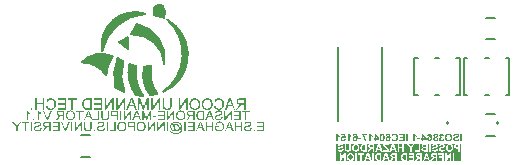
<source format=gbo>
G04*
G04 #@! TF.GenerationSoftware,Altium Limited,Altium Designer,19.1.8 (144)*
G04*
G04 Layer_Color=32896*
%FSLAX44Y44*%
%MOMM*%
G71*
G01*
G75*
%ADD10C,0.0100*%
%ADD15C,0.1270*%
%ADD16C,0.1524*%
G36*
X413527Y400293D02*
X413527Y400293D01*
X413526Y400306D01*
X413526Y400332D01*
X413526Y400357D01*
X413526Y400383D01*
Y400396D01*
X413527Y400293D01*
D02*
G37*
G36*
X419912Y405478D02*
X421805Y404577D01*
X423192Y403007D01*
X423853Y401019D01*
X423767Y399975D01*
X423767Y399975D01*
X423766Y399963D01*
X423754Y399941D01*
X423734Y399928D01*
X423710Y399924D01*
X423698Y399927D01*
X422505Y393489D01*
X422504D01*
X422502Y393478D01*
X422489Y393459D01*
X422469Y393447D01*
X422445Y393444D01*
X422434Y393448D01*
X413602Y396411D01*
X413594Y396414D01*
X413580Y396424D01*
X413571Y396438D01*
X413565Y396454D01*
X413565Y396462D01*
X413527Y400293D01*
X413526Y400396D01*
Y401444D01*
X414347Y403371D01*
X415859Y404822D01*
X417819Y405564D01*
X419912Y405478D01*
D02*
G37*
G36*
X407250Y397139D02*
X407250Y397139D01*
X407250D01*
Y397139D01*
D02*
G37*
G36*
X392331Y367706D02*
X384670Y373294D01*
X385707Y373616D01*
X387725Y374416D01*
X389653Y375415D01*
X391470Y376605D01*
X392331Y377267D01*
Y367706D01*
D02*
G37*
G36*
X404917Y397921D02*
X407250Y397139D01*
X405066Y396959D01*
X400744Y396240D01*
X396527Y395049D01*
X392467Y393402D01*
X388613Y391319D01*
X385012Y388823D01*
X381706Y385947D01*
X378738Y382725D01*
X376142Y379195D01*
X373950Y375402D01*
X372188Y371390D01*
X370879Y367209D01*
X370399Y365070D01*
X369947Y367489D01*
X369890Y372409D01*
X370682Y377265D01*
X372300Y381912D01*
X374695Y386211D01*
X377794Y390033D01*
X381506Y393263D01*
X385719Y395805D01*
X390307Y397582D01*
X395133Y398543D01*
X400052Y398656D01*
X404917Y397921D01*
D02*
G37*
G36*
X384184Y359431D02*
X385383Y358587D01*
X386616Y357792D01*
X387879Y357049D01*
X388522Y356696D01*
Y356696D01*
Y356696D01*
D01*
X388019Y355117D01*
X387233Y351899D01*
X386747Y348621D01*
X386567Y345313D01*
X386693Y342002D01*
X387125Y338717D01*
X387859Y335486D01*
X388887Y332336D01*
X389510Y330800D01*
X388451Y331222D01*
X386379Y332175D01*
X384362Y333237D01*
X382403Y334405D01*
X381456Y335039D01*
X380825Y338140D01*
X380462Y344457D01*
X381006Y350762D01*
X382445Y356924D01*
X383598Y359870D01*
X383598Y359870D01*
X384184Y359431D01*
D02*
G37*
G36*
X399612Y388630D02*
X401505Y388260D01*
X405162Y387036D01*
X408630Y385350D01*
X411851Y383229D01*
X414771Y380709D01*
X417341Y377834D01*
X419518Y374650D01*
X421264Y371212D01*
X422552Y367576D01*
X423358Y363805D01*
X423671Y359961D01*
X423483Y356109D01*
X423142Y354211D01*
Y354211D01*
X423142D01*
X423142Y354211D01*
X423017Y355973D01*
X422420Y359452D01*
X421368Y362822D01*
X419879Y366024D01*
X417981Y369000D01*
X415706Y371700D01*
X413094Y374075D01*
X410191Y376084D01*
X407047Y377691D01*
X403719Y378869D01*
X400264Y379596D01*
X396744Y379860D01*
X394978Y379817D01*
X395777Y380787D01*
X397197Y382857D01*
X398365Y385079D01*
X399266Y387423D01*
X399612Y388630D01*
Y388630D01*
D02*
G37*
G36*
X374208Y362906D02*
X377663Y361945D01*
X379296Y361205D01*
X379296Y361205D01*
X378098Y359373D01*
X376127Y355468D01*
X374756Y351314D01*
X374016Y347003D01*
X373888Y344818D01*
X373888D01*
X373028Y346115D01*
X371064Y348527D01*
X368801Y350661D01*
X366278Y352480D01*
X363538Y353953D01*
X360628Y355054D01*
X357600Y355765D01*
X354505Y356073D01*
X352948Y356074D01*
X354184Y357373D01*
X357026Y359560D01*
X360171Y361283D01*
X363543Y362502D01*
X367063Y363188D01*
X370646Y363323D01*
X374208Y362906D01*
D02*
G37*
G36*
X427870Y390973D02*
X432211Y387509D01*
X435939Y383393D01*
X438960Y378732D01*
X441194Y373648D01*
X442584Y368270D01*
X443094Y362740D01*
X442710Y357200D01*
X441443Y351792D01*
X439325Y346658D01*
X436411Y341930D01*
X432777Y337730D01*
X430647Y335949D01*
X429643Y335221D01*
X427555Y333883D01*
X425394Y332668D01*
X423166Y331579D01*
X422022Y331100D01*
X424362Y332877D01*
X428608Y336933D01*
X432199Y341579D01*
X435052Y346712D01*
X437103Y352214D01*
X438307Y357961D01*
X438635Y363824D01*
X438080Y369670D01*
X436656Y375367D01*
X434393Y380785D01*
X431344Y385804D01*
X427577Y390308D01*
X425450Y392335D01*
X427870Y390973D01*
D02*
G37*
G36*
X411978Y351524D02*
X411569Y348432D01*
X411508Y345313D01*
X411797Y342207D01*
X412431Y339153D01*
X413403Y336189D01*
X414700Y333352D01*
X416306Y330678D01*
X417218Y329413D01*
Y329413D01*
X416493Y329206D01*
X415030Y328842D01*
X413554Y328530D01*
X412068Y328270D01*
X411322Y328167D01*
Y328167D01*
X410285Y329405D01*
X408526Y332114D01*
X407109Y335017D01*
X406055Y338070D01*
X405379Y341229D01*
X405091Y344447D01*
X405195Y347675D01*
X405690Y350867D01*
X406129Y352421D01*
X406129D01*
X406907Y352441D01*
X408459Y352532D01*
X410006Y352689D01*
X411545Y352912D01*
X412311Y353049D01*
X412311Y353049D01*
X411978Y351524D01*
D02*
G37*
G36*
X394238Y354244D02*
X395734Y353785D01*
X397249Y353391D01*
X398779Y353064D01*
X399549Y352924D01*
X399264Y351287D01*
X398955Y347980D01*
X398995Y344658D01*
X399385Y341359D01*
X400120Y338119D01*
X401192Y334975D01*
X402589Y331961D01*
X404296Y329111D01*
X405259Y327757D01*
X404472Y327760D01*
X402898Y327822D01*
X401327Y327943D01*
X399762Y328121D01*
X398983Y328238D01*
X397971Y329640D01*
X396252Y332639D01*
X394857Y335801D01*
X393800Y339092D01*
X393093Y342476D01*
X392744Y345915D01*
X392757Y349372D01*
X393132Y352808D01*
X393498Y354497D01*
Y354497D01*
X394238Y354244D01*
D02*
G37*
G36*
X664768Y285988D02*
X664842Y285979D01*
X664915Y285970D01*
X665100Y285933D01*
X665304Y285859D01*
X665415Y285822D01*
X665526Y285766D01*
X665627Y285702D01*
X665738Y285628D01*
X665840Y285544D01*
X665933Y285443D01*
X665942Y285434D01*
X665951Y285415D01*
X665979Y285387D01*
X666006Y285341D01*
X666043Y285276D01*
X666080Y285212D01*
X666127Y285128D01*
X666173Y285027D01*
X666219Y284916D01*
X666265Y284795D01*
X666302Y284657D01*
X666339Y284509D01*
X666367Y284342D01*
X666395Y284167D01*
X666404Y283982D01*
X666413Y283778D01*
Y283769D01*
Y283732D01*
Y283677D01*
X666404Y283603D01*
X666395Y283510D01*
X666386Y283400D01*
X666367Y283288D01*
X666349Y283159D01*
X666293Y282891D01*
X666201Y282623D01*
X666145Y282484D01*
X666080Y282355D01*
X665997Y282234D01*
X665914Y282124D01*
X665905Y282114D01*
X665886Y282096D01*
X665859Y282068D01*
X665822Y282040D01*
X665775Y281994D01*
X665711Y281948D01*
X665646Y281892D01*
X665563Y281846D01*
X665387Y281735D01*
X665165Y281652D01*
X665045Y281615D01*
X664915Y281587D01*
X664777Y281569D01*
X664638Y281560D01*
X664564D01*
X664509Y281569D01*
X664444Y281578D01*
X664370Y281587D01*
X664194Y281633D01*
X663991Y281698D01*
X663889Y281744D01*
X663778Y281791D01*
X663677Y281855D01*
X663566Y281929D01*
X663464Y282013D01*
X663372Y282114D01*
X663362Y282124D01*
X663353Y282142D01*
X663325Y282170D01*
X663298Y282216D01*
X663251Y282281D01*
X663214Y282355D01*
X663168Y282438D01*
X663122Y282540D01*
X663076Y282651D01*
X663029Y282771D01*
X662983Y282909D01*
X662946Y283067D01*
X662918Y283224D01*
X662891Y283400D01*
X662881Y283594D01*
X662872Y283797D01*
Y283806D01*
Y283843D01*
Y283899D01*
X662881Y283982D01*
X662891Y284074D01*
X662900Y284176D01*
X662909Y284296D01*
X662937Y284417D01*
X662992Y284685D01*
X663076Y284962D01*
X663131Y285101D01*
X663196Y285221D01*
X663279Y285341D01*
X663362Y285452D01*
X663372Y285461D01*
X663381Y285480D01*
X663409Y285498D01*
X663446Y285535D01*
X663501Y285581D01*
X663556Y285628D01*
X663621Y285674D01*
X663704Y285729D01*
X663788Y285776D01*
X663889Y285822D01*
X664102Y285914D01*
X664222Y285951D01*
X664352Y285970D01*
X664490Y285988D01*
X664638Y285998D01*
X664712D01*
X664768Y285988D01*
D02*
G37*
G36*
X585302D02*
X585376Y285979D01*
X585450Y285970D01*
X585634Y285933D01*
X585838Y285859D01*
X585949Y285822D01*
X586060Y285766D01*
X586161Y285702D01*
X586273Y285628D01*
X586374Y285544D01*
X586467Y285443D01*
X586476Y285434D01*
X586485Y285415D01*
X586513Y285387D01*
X586541Y285341D01*
X586578Y285276D01*
X586614Y285212D01*
X586661Y285128D01*
X586707Y285027D01*
X586753Y284916D01*
X586800Y284795D01*
X586836Y284657D01*
X586873Y284509D01*
X586901Y284342D01*
X586929Y284167D01*
X586938Y283982D01*
X586947Y283778D01*
Y283769D01*
Y283732D01*
Y283677D01*
X586938Y283603D01*
X586929Y283510D01*
X586920Y283400D01*
X586901Y283288D01*
X586883Y283159D01*
X586827Y282891D01*
X586735Y282623D01*
X586679Y282484D01*
X586614Y282355D01*
X586531Y282234D01*
X586448Y282124D01*
X586439Y282114D01*
X586420Y282096D01*
X586393Y282068D01*
X586356Y282040D01*
X586309Y281994D01*
X586245Y281948D01*
X586180Y281892D01*
X586097Y281846D01*
X585921Y281735D01*
X585699Y281652D01*
X585579Y281615D01*
X585450Y281587D01*
X585311Y281569D01*
X585172Y281560D01*
X585098D01*
X585043Y281569D01*
X584978Y281578D01*
X584904Y281587D01*
X584728Y281633D01*
X584525Y281698D01*
X584423Y281744D01*
X584312Y281791D01*
X584211Y281855D01*
X584100Y281929D01*
X583998Y282013D01*
X583906Y282114D01*
X583896Y282124D01*
X583887Y282142D01*
X583859Y282170D01*
X583832Y282216D01*
X583785Y282281D01*
X583748Y282355D01*
X583702Y282438D01*
X583656Y282540D01*
X583610Y282651D01*
X583563Y282771D01*
X583517Y282909D01*
X583480Y283067D01*
X583453Y283224D01*
X583425Y283400D01*
X583416Y283594D01*
X583406Y283797D01*
Y283806D01*
Y283843D01*
Y283899D01*
X583416Y283982D01*
X583425Y284074D01*
X583434Y284176D01*
X583443Y284296D01*
X583471Y284417D01*
X583526Y284685D01*
X583610Y284962D01*
X583665Y285101D01*
X583730Y285221D01*
X583813Y285341D01*
X583896Y285452D01*
X583906Y285461D01*
X583915Y285480D01*
X583943Y285498D01*
X583980Y285535D01*
X584035Y285581D01*
X584090Y285628D01*
X584155Y285674D01*
X584238Y285729D01*
X584322Y285776D01*
X584423Y285822D01*
X584636Y285914D01*
X584756Y285951D01*
X584886Y285970D01*
X585024Y285988D01*
X585172Y285998D01*
X585246D01*
X585302Y285988D01*
D02*
G37*
G36*
X674378Y280459D02*
Y272493D01*
X568803D01*
Y280459D01*
Y287098D01*
X572265D01*
X572182Y287089D01*
X572080Y287079D01*
X571960Y287070D01*
X571840Y287052D01*
X571701Y287033D01*
X571405Y286968D01*
X571258Y286922D01*
X571110Y286876D01*
X570962Y286811D01*
X570823Y286737D01*
X570694Y286654D01*
X570573Y286562D01*
X570564Y286552D01*
X570546Y286534D01*
X570518Y286506D01*
X570481Y286469D01*
X570435Y286413D01*
X570379Y286349D01*
X570324Y286275D01*
X570259Y286192D01*
X570204Y286090D01*
X570148Y285988D01*
X570093Y285868D01*
X570046Y285739D01*
X570000Y285609D01*
X569963Y285461D01*
X569935Y285313D01*
X569926Y285147D01*
X571221Y285101D01*
Y285110D01*
Y285119D01*
X571239Y285184D01*
X571258Y285267D01*
X571295Y285369D01*
X571341Y285489D01*
X571405Y285600D01*
X571489Y285711D01*
X571581Y285803D01*
X571590Y285813D01*
X571627Y285840D01*
X571692Y285877D01*
X571785Y285914D01*
X571896Y285951D01*
X572034Y285988D01*
X572201Y286016D01*
X572395Y286025D01*
X572487D01*
X572589Y286016D01*
X572709Y285998D01*
X572848Y285970D01*
X572996Y285924D01*
X573134Y285868D01*
X573264Y285785D01*
X573273Y285776D01*
X573292Y285757D01*
X573329Y285729D01*
X573366Y285683D01*
X573403Y285628D01*
X573440Y285554D01*
X573458Y285480D01*
X573467Y285387D01*
Y285378D01*
Y285350D01*
X573458Y285304D01*
X573440Y285258D01*
X573421Y285193D01*
X573393Y285128D01*
X573347Y285064D01*
X573282Y284999D01*
X573273Y284990D01*
X573227Y284962D01*
X573199Y284944D01*
X573153Y284925D01*
X573107Y284897D01*
X573042Y284869D01*
X572968Y284842D01*
X572885Y284805D01*
X572783Y284768D01*
X572681Y284731D01*
X572552Y284694D01*
X572413Y284657D01*
X572265Y284620D01*
X572099Y284574D01*
X572090D01*
X572053Y284564D01*
X572006Y284555D01*
X571942Y284537D01*
X571868Y284518D01*
X571775Y284490D01*
X571674Y284463D01*
X571572Y284435D01*
X571350Y284361D01*
X571119Y284287D01*
X570897Y284204D01*
X570805Y284158D01*
X570712Y284111D01*
X570703D01*
X570694Y284102D01*
X570638Y284065D01*
X570555Y284010D01*
X570453Y283936D01*
X570342Y283843D01*
X570222Y283732D01*
X570102Y283603D01*
X570000Y283455D01*
X569991Y283436D01*
X569963Y283381D01*
X569917Y283298D01*
X569871Y283178D01*
X569824Y283030D01*
X569778Y282854D01*
X569751Y282660D01*
X569741Y282438D01*
Y282346D01*
X569751Y282299D01*
X569760Y282234D01*
X569778Y282105D01*
X569815Y281939D01*
X569871Y281763D01*
X569954Y281587D01*
X570056Y281402D01*
Y281393D01*
X570074Y281384D01*
X570111Y281328D01*
X570185Y281236D01*
X570278Y281134D01*
X570398Y281014D01*
X570555Y280903D01*
X570721Y280792D01*
X570925Y280690D01*
X570934D01*
X570952Y280681D01*
X570980Y280672D01*
X571026Y280653D01*
X571082Y280635D01*
X571147Y280616D01*
X571221Y280598D01*
X571304Y280580D01*
X571405Y280552D01*
X571507Y280533D01*
X571748Y280496D01*
X572016Y280469D01*
X572312Y280459D01*
X572432D01*
X572515Y280469D01*
X572617Y280478D01*
X572728Y280487D01*
X572857Y280506D01*
X572996Y280533D01*
X573301Y280598D01*
X573458Y280644D01*
X573606Y280690D01*
X573763Y280755D01*
X573911Y280829D01*
X574050Y280912D01*
X574179Y281014D01*
X574188Y281023D01*
X574207Y281042D01*
X574244Y281070D01*
X574281Y281116D01*
X574336Y281180D01*
X574392Y281255D01*
X574457Y281338D01*
X574521Y281430D01*
X574586Y281541D01*
X574651Y281661D01*
X574715Y281800D01*
X574780Y281948D01*
X574826Y282105D01*
X574882Y282281D01*
X574919Y282466D01*
X574947Y282660D01*
X573689Y282780D01*
Y282771D01*
X573680Y282752D01*
Y282715D01*
X573671Y282678D01*
X573634Y282567D01*
X573587Y282429D01*
X573532Y282271D01*
X573449Y282114D01*
X573356Y281976D01*
X573236Y281846D01*
X573218Y281837D01*
X573171Y281800D01*
X573097Y281754D01*
X572986Y281698D01*
X572848Y281643D01*
X572691Y281597D01*
X572506Y281560D01*
X572293Y281550D01*
X572191D01*
X572080Y281569D01*
X571942Y281587D01*
X571794Y281615D01*
X571637Y281661D01*
X571489Y281726D01*
X571359Y281809D01*
X571341Y281819D01*
X571304Y281855D01*
X571258Y281911D01*
X571193Y281985D01*
X571137Y282077D01*
X571082Y282188D01*
X571045Y282299D01*
X571036Y282429D01*
Y282438D01*
Y282466D01*
X571045Y282512D01*
X571054Y282567D01*
X571073Y282623D01*
X571091Y282687D01*
X571128Y282752D01*
X571174Y282817D01*
X571184Y282826D01*
X571202Y282845D01*
X571230Y282873D01*
X571276Y282909D01*
X571341Y282956D01*
X571424Y283002D01*
X571516Y283048D01*
X571637Y283094D01*
X571646D01*
X571683Y283113D01*
X571748Y283131D01*
X571794Y283150D01*
X571849Y283159D01*
X571914Y283178D01*
X571988Y283205D01*
X572071Y283224D01*
X572164Y283251D01*
X572275Y283279D01*
X572395Y283307D01*
X572524Y283344D01*
X572672Y283381D01*
X572681D01*
X572718Y283390D01*
X572774Y283409D01*
X572839Y283427D01*
X572922Y283455D01*
X573023Y283483D01*
X573125Y283520D01*
X573245Y283557D01*
X573486Y283649D01*
X573717Y283760D01*
X573837Y283815D01*
X573939Y283880D01*
X574040Y283945D01*
X574124Y284010D01*
X574133Y284019D01*
X574151Y284037D01*
X574179Y284065D01*
X574216Y284102D01*
X574262Y284158D01*
X574309Y284222D01*
X574364Y284287D01*
X574410Y284370D01*
X574521Y284564D01*
X574614Y284786D01*
X574651Y284907D01*
X574678Y285027D01*
X574697Y285165D01*
X574706Y285304D01*
Y285313D01*
Y285322D01*
Y285350D01*
Y285387D01*
X574688Y285480D01*
X574669Y285600D01*
X574641Y285739D01*
X574595Y285896D01*
X574531Y286062D01*
X574438Y286219D01*
Y286229D01*
X574429Y286238D01*
X574383Y286293D01*
X574327Y286367D01*
X574235Y286460D01*
X574124Y286562D01*
X573985Y286672D01*
X573828Y286774D01*
X573643Y286867D01*
X573634D01*
X573615Y286876D01*
X573587Y286885D01*
X573550Y286903D01*
X573495Y286922D01*
X573440Y286940D01*
X573366Y286959D01*
X573282Y286987D01*
X573097Y287024D01*
X572885Y287061D01*
X572644Y287089D01*
X572376Y287098D01*
X585126D01*
X585052Y287089D01*
X584960D01*
X584839Y287070D01*
X584701Y287052D01*
X584543Y287024D01*
X584377Y286987D01*
X584201Y286940D01*
X584016Y286885D01*
X583832Y286811D01*
X583638Y286728D01*
X583453Y286626D01*
X583268Y286506D01*
X583092Y286367D01*
X582926Y286210D01*
X582916Y286201D01*
X582889Y286173D01*
X582842Y286118D01*
X582796Y286053D01*
X582731Y285961D01*
X582657Y285849D01*
X582584Y285720D01*
X582500Y285572D01*
X582417Y285415D01*
X582343Y285230D01*
X582269Y285027D01*
X582204Y284814D01*
X582149Y284574D01*
X582112Y284324D01*
X582084Y284056D01*
X582075Y283769D01*
Y283705D01*
X582084Y283621D01*
Y283510D01*
X582103Y283381D01*
X582121Y283233D01*
X582149Y283057D01*
X582177Y282882D01*
X582223Y282687D01*
X582278Y282484D01*
X582352Y282281D01*
X582435Y282077D01*
X582528Y281883D01*
X582648Y281689D01*
X582778Y281504D01*
X582926Y281328D01*
X582935Y281319D01*
X582962Y281292D01*
X583009Y281245D01*
X583083Y281190D01*
X583166Y281125D01*
X583268Y281051D01*
X583388Y280977D01*
X583517Y280894D01*
X583674Y280811D01*
X583841Y280737D01*
X584026Y280663D01*
X584229Y280598D01*
X584442Y280543D01*
X584673Y280496D01*
X584913Y280469D01*
X585172Y280459D01*
X585237D01*
X585311Y280469D01*
X585403Y280478D01*
X585524Y280487D01*
X585662Y280506D01*
X585819Y280533D01*
X585986Y280570D01*
X586171Y280616D01*
X586346Y280672D01*
X586541Y280746D01*
X586726Y280829D01*
X586920Y280922D01*
X587095Y281042D01*
X587271Y281171D01*
X587437Y281328D01*
X587447Y281338D01*
X587474Y281365D01*
X587511Y281421D01*
X587567Y281486D01*
X587632Y281578D01*
X587705Y281689D01*
X587780Y281809D01*
X587854Y281957D01*
X587937Y282114D01*
X588011Y282299D01*
X588085Y282493D01*
X588149Y282706D01*
X588205Y282937D01*
X588242Y283187D01*
X588270Y283455D01*
X588279Y283732D01*
Y283825D01*
X588270Y283899D01*
Y283982D01*
X588260Y284074D01*
X588251Y284185D01*
X588242Y284305D01*
X588205Y284564D01*
X588159Y284842D01*
X588085Y285119D01*
X587992Y285378D01*
Y285387D01*
X587983Y285396D01*
X587964Y285424D01*
X587955Y285461D01*
X587900Y285554D01*
X587835Y285674D01*
X587752Y285813D01*
X587650Y285951D01*
X587530Y286108D01*
X587400Y286256D01*
X587391Y286266D01*
X587382Y286275D01*
X587336Y286321D01*
X587253Y286395D01*
X587151Y286478D01*
X587031Y286571D01*
X586892Y286672D01*
X586735Y286765D01*
X586568Y286839D01*
X586559D01*
X586541Y286848D01*
X586504Y286867D01*
X586457Y286876D01*
X586402Y286903D01*
X586337Y286922D01*
X586254Y286940D01*
X586171Y286968D01*
X585967Y287015D01*
X585736Y287061D01*
X585468Y287089D01*
X585191Y287098D01*
X652221D01*
X652138Y287089D01*
X652036Y287079D01*
X651916Y287070D01*
X651796Y287052D01*
X651657Y287033D01*
X651361Y286968D01*
X651214Y286922D01*
X651066Y286876D01*
X650918Y286811D01*
X650779Y286737D01*
X650650Y286654D01*
X650529Y286562D01*
X650520Y286552D01*
X650502Y286534D01*
X650474Y286506D01*
X650437Y286469D01*
X650391Y286413D01*
X650335Y286349D01*
X650280Y286275D01*
X650215Y286192D01*
X650160Y286090D01*
X650104Y285988D01*
X650049Y285868D01*
X650002Y285739D01*
X649956Y285609D01*
X649919Y285461D01*
X649891Y285313D01*
X649882Y285147D01*
X651177Y285101D01*
Y285110D01*
Y285119D01*
X651195Y285184D01*
X651214Y285267D01*
X651251Y285369D01*
X651297Y285489D01*
X651361Y285600D01*
X651445Y285711D01*
X651537Y285803D01*
X651546Y285813D01*
X651583Y285840D01*
X651648Y285877D01*
X651741Y285914D01*
X651852Y285951D01*
X651990Y285988D01*
X652157Y286016D01*
X652351Y286025D01*
X652443D01*
X652545Y286016D01*
X652665Y285998D01*
X652804Y285970D01*
X652952Y285924D01*
X653090Y285868D01*
X653220Y285785D01*
X653229Y285776D01*
X653248Y285757D01*
X653285Y285729D01*
X653322Y285683D01*
X653359Y285628D01*
X653395Y285554D01*
X653414Y285480D01*
X653423Y285387D01*
Y285378D01*
Y285350D01*
X653414Y285304D01*
X653395Y285258D01*
X653377Y285193D01*
X653349Y285128D01*
X653303Y285064D01*
X653238Y284999D01*
X653229Y284990D01*
X653183Y284962D01*
X653155Y284944D01*
X653109Y284925D01*
X653063Y284897D01*
X652998Y284869D01*
X652924Y284842D01*
X652841Y284805D01*
X652739Y284768D01*
X652637Y284731D01*
X652508Y284694D01*
X652369Y284657D01*
X652221Y284620D01*
X652055Y284574D01*
X652046D01*
X652009Y284564D01*
X651963Y284555D01*
X651898Y284537D01*
X651824Y284518D01*
X651731Y284490D01*
X651630Y284463D01*
X651528Y284435D01*
X651306Y284361D01*
X651075Y284287D01*
X650853Y284204D01*
X650760Y284158D01*
X650668Y284111D01*
X650659D01*
X650650Y284102D01*
X650594Y284065D01*
X650511Y284010D01*
X650409Y283936D01*
X650298Y283843D01*
X650178Y283732D01*
X650058Y283603D01*
X649956Y283455D01*
X649947Y283436D01*
X649919Y283381D01*
X649873Y283298D01*
X649827Y283178D01*
X649781Y283030D01*
X649734Y282854D01*
X649706Y282660D01*
X649697Y282438D01*
Y282346D01*
X649706Y282299D01*
X649716Y282234D01*
X649734Y282105D01*
X649771Y281939D01*
X649827Y281763D01*
X649910Y281587D01*
X650012Y281402D01*
Y281393D01*
X650030Y281384D01*
X650067Y281328D01*
X650141Y281236D01*
X650234Y281134D01*
X650354Y281014D01*
X650511Y280903D01*
X650677Y280792D01*
X650881Y280690D01*
X650890D01*
X650909Y280681D01*
X650936Y280672D01*
X650982Y280653D01*
X651038Y280635D01*
X651103Y280616D01*
X651177Y280598D01*
X651260Y280580D01*
X651361Y280552D01*
X651463Y280533D01*
X651704Y280496D01*
X651972Y280469D01*
X652268Y280459D01*
X652388D01*
X652471Y280469D01*
X652573Y280478D01*
X652684Y280487D01*
X652813Y280506D01*
X652952Y280533D01*
X653257Y280598D01*
X653414Y280644D01*
X653562Y280690D01*
X653719Y280755D01*
X653867Y280829D01*
X654006Y280912D01*
X654135Y281014D01*
X654144Y281023D01*
X654163Y281042D01*
X654200Y281070D01*
X654237Y281116D01*
X654292Y281180D01*
X654348Y281255D01*
X654413Y281338D01*
X654477Y281430D01*
X654542Y281541D01*
X654607Y281661D01*
X654671Y281800D01*
X654736Y281948D01*
X654782Y282105D01*
X654838Y282281D01*
X654875Y282466D01*
X654903Y282660D01*
X653645Y282780D01*
Y282771D01*
X653636Y282752D01*
Y282715D01*
X653627Y282678D01*
X653590Y282567D01*
X653543Y282429D01*
X653488Y282271D01*
X653405Y282114D01*
X653312Y281976D01*
X653192Y281846D01*
X653174Y281837D01*
X653127Y281800D01*
X653053Y281754D01*
X652943Y281698D01*
X652804Y281643D01*
X652647Y281597D01*
X652462Y281560D01*
X652249Y281550D01*
X652147D01*
X652036Y281569D01*
X651898Y281587D01*
X651750Y281615D01*
X651593Y281661D01*
X651445Y281726D01*
X651315Y281809D01*
X651297Y281819D01*
X651260Y281855D01*
X651214Y281911D01*
X651149Y281985D01*
X651093Y282077D01*
X651038Y282188D01*
X651001Y282299D01*
X650992Y282429D01*
Y282438D01*
Y282466D01*
X651001Y282512D01*
X651010Y282567D01*
X651029Y282623D01*
X651047Y282687D01*
X651084Y282752D01*
X651130Y282817D01*
X651140Y282826D01*
X651158Y282845D01*
X651186Y282873D01*
X651232Y282909D01*
X651297Y282956D01*
X651380Y283002D01*
X651472Y283048D01*
X651593Y283094D01*
X651602D01*
X651639Y283113D01*
X651704Y283131D01*
X651750Y283150D01*
X651805Y283159D01*
X651870Y283178D01*
X651944Y283205D01*
X652027Y283224D01*
X652120Y283251D01*
X652231Y283279D01*
X652351Y283307D01*
X652480Y283344D01*
X652628Y283381D01*
X652637D01*
X652674Y283390D01*
X652730Y283409D01*
X652795Y283427D01*
X652878Y283455D01*
X652980Y283483D01*
X653081Y283520D01*
X653201Y283557D01*
X653442Y283649D01*
X653673Y283760D01*
X653793Y283815D01*
X653895Y283880D01*
X653997Y283945D01*
X654080Y284010D01*
X654089Y284019D01*
X654107Y284037D01*
X654135Y284065D01*
X654172Y284102D01*
X654218Y284158D01*
X654265Y284222D01*
X654320Y284287D01*
X654366Y284370D01*
X654477Y284564D01*
X654570Y284786D01*
X654607Y284907D01*
X654634Y285027D01*
X654653Y285165D01*
X654662Y285304D01*
Y285313D01*
Y285322D01*
Y285350D01*
Y285387D01*
X654644Y285480D01*
X654625Y285600D01*
X654597Y285739D01*
X654551Y285896D01*
X654486Y286062D01*
X654394Y286219D01*
Y286229D01*
X654385Y286238D01*
X654339Y286293D01*
X654283Y286367D01*
X654191Y286460D01*
X654080Y286562D01*
X653941Y286672D01*
X653784Y286774D01*
X653599Y286867D01*
X653590D01*
X653571Y286876D01*
X653543Y286885D01*
X653506Y286903D01*
X653451Y286922D01*
X653395Y286940D01*
X653322Y286959D01*
X653238Y286987D01*
X653053Y287024D01*
X652841Y287061D01*
X652600Y287089D01*
X652332Y287098D01*
X658185D01*
X658102Y287089D01*
X658000Y287079D01*
X657880Y287070D01*
X657759Y287052D01*
X657621Y287033D01*
X657325Y286968D01*
X657177Y286922D01*
X657029Y286876D01*
X656881Y286811D01*
X656742Y286737D01*
X656613Y286654D01*
X656493Y286562D01*
X656484Y286552D01*
X656465Y286534D01*
X656437Y286506D01*
X656400Y286469D01*
X656354Y286413D01*
X656299Y286349D01*
X656243Y286275D01*
X656178Y286192D01*
X656123Y286090D01*
X656068Y285988D01*
X656012Y285868D01*
X655966Y285739D01*
X655920Y285609D01*
X655883Y285461D01*
X655855Y285313D01*
X655846Y285147D01*
X657140Y285101D01*
Y285110D01*
Y285119D01*
X657159Y285184D01*
X657177Y285267D01*
X657214Y285369D01*
X657260Y285489D01*
X657325Y285600D01*
X657408Y285711D01*
X657501Y285803D01*
X657510Y285813D01*
X657547Y285840D01*
X657611Y285877D01*
X657704Y285914D01*
X657815Y285951D01*
X657954Y285988D01*
X658120Y286016D01*
X658314Y286025D01*
X658407D01*
X658508Y286016D01*
X658628Y285998D01*
X658767Y285970D01*
X658915Y285924D01*
X659054Y285868D01*
X659183Y285785D01*
X659193Y285776D01*
X659211Y285757D01*
X659248Y285729D01*
X659285Y285683D01*
X659322Y285628D01*
X659359Y285554D01*
X659377Y285480D01*
X659387Y285387D01*
Y285378D01*
Y285350D01*
X659377Y285304D01*
X659359Y285258D01*
X659340Y285193D01*
X659313Y285128D01*
X659267Y285064D01*
X659202Y284999D01*
X659193Y284990D01*
X659146Y284962D01*
X659118Y284944D01*
X659072Y284925D01*
X659026Y284897D01*
X658961Y284869D01*
X658887Y284842D01*
X658804Y284805D01*
X658702Y284768D01*
X658601Y284731D01*
X658471Y284694D01*
X658333Y284657D01*
X658185Y284620D01*
X658018Y284574D01*
X658009D01*
X657972Y284564D01*
X657926Y284555D01*
X657861Y284537D01*
X657787Y284518D01*
X657695Y284490D01*
X657593Y284463D01*
X657491Y284435D01*
X657269Y284361D01*
X657038Y284287D01*
X656816Y284204D01*
X656724Y284158D01*
X656631Y284111D01*
X656622D01*
X656613Y284102D01*
X656557Y284065D01*
X656474Y284010D01*
X656373Y283936D01*
X656262Y283843D01*
X656142Y283732D01*
X656021Y283603D01*
X655920Y283455D01*
X655910Y283436D01*
X655883Y283381D01*
X655836Y283298D01*
X655790Y283178D01*
X655744Y283030D01*
X655698Y282854D01*
X655670Y282660D01*
X655661Y282438D01*
Y282346D01*
X655670Y282299D01*
X655679Y282234D01*
X655698Y282105D01*
X655735Y281939D01*
X655790Y281763D01*
X655873Y281587D01*
X655975Y281402D01*
Y281393D01*
X655993Y281384D01*
X656031Y281328D01*
X656105Y281236D01*
X656197Y281134D01*
X656317Y281014D01*
X656474Y280903D01*
X656641Y280792D01*
X656844Y280690D01*
X656853D01*
X656872Y280681D01*
X656900Y280672D01*
X656946Y280653D01*
X657001Y280635D01*
X657066Y280616D01*
X657140Y280598D01*
X657223Y280580D01*
X657325Y280552D01*
X657427Y280533D01*
X657667Y280496D01*
X657935Y280469D01*
X658231Y280459D01*
X658351D01*
X658434Y280469D01*
X658536Y280478D01*
X658647Y280487D01*
X658776Y280506D01*
X658915Y280533D01*
X659220Y280598D01*
X659377Y280644D01*
X659525Y280690D01*
X659682Y280755D01*
X659830Y280829D01*
X659969Y280912D01*
X660099Y281014D01*
X660108Y281023D01*
X660126Y281042D01*
X660163Y281070D01*
X660200Y281116D01*
X660256Y281180D01*
X660311Y281255D01*
X660376Y281338D01*
X660441Y281430D01*
X660505Y281541D01*
X660570Y281661D01*
X660635Y281800D01*
X660699Y281948D01*
X660746Y282105D01*
X660801Y282281D01*
X660838Y282466D01*
X660866Y282660D01*
X659609Y282780D01*
Y282771D01*
X659599Y282752D01*
Y282715D01*
X659590Y282678D01*
X659553Y282567D01*
X659507Y282429D01*
X659451Y282271D01*
X659368Y282114D01*
X659276Y281976D01*
X659156Y281846D01*
X659137Y281837D01*
X659091Y281800D01*
X659017Y281754D01*
X658906Y281698D01*
X658767Y281643D01*
X658610Y281597D01*
X658425Y281560D01*
X658213Y281550D01*
X658111D01*
X658000Y281569D01*
X657861Y281587D01*
X657713Y281615D01*
X657556Y281661D01*
X657408Y281726D01*
X657279Y281809D01*
X657260Y281819D01*
X657223Y281855D01*
X657177Y281911D01*
X657112Y281985D01*
X657057Y282077D01*
X657001Y282188D01*
X656964Y282299D01*
X656955Y282429D01*
Y282438D01*
Y282466D01*
X656964Y282512D01*
X656974Y282567D01*
X656992Y282623D01*
X657010Y282687D01*
X657048Y282752D01*
X657094Y282817D01*
X657103Y282826D01*
X657122Y282845D01*
X657149Y282873D01*
X657196Y282909D01*
X657260Y282956D01*
X657343Y283002D01*
X657436Y283048D01*
X657556Y283094D01*
X657565D01*
X657602Y283113D01*
X657667Y283131D01*
X657713Y283150D01*
X657769Y283159D01*
X657833Y283178D01*
X657907Y283205D01*
X657991Y283224D01*
X658083Y283251D01*
X658194Y283279D01*
X658314Y283307D01*
X658444Y283344D01*
X658592Y283381D01*
X658601D01*
X658638Y283390D01*
X658693Y283409D01*
X658758Y283427D01*
X658841Y283455D01*
X658943Y283483D01*
X659045Y283520D01*
X659165Y283557D01*
X659405Y283649D01*
X659636Y283760D01*
X659756Y283815D01*
X659858Y283880D01*
X659960Y283945D01*
X660043Y284010D01*
X660052Y284019D01*
X660071Y284037D01*
X660099Y284065D01*
X660136Y284102D01*
X660182Y284158D01*
X660228Y284222D01*
X660284Y284287D01*
X660330Y284370D01*
X660441Y284564D01*
X660533Y284786D01*
X660570Y284907D01*
X660598Y285027D01*
X660616Y285165D01*
X660626Y285304D01*
Y285313D01*
Y285322D01*
Y285350D01*
Y285387D01*
X660607Y285480D01*
X660589Y285600D01*
X660561Y285739D01*
X660515Y285896D01*
X660450Y286062D01*
X660358Y286219D01*
Y286229D01*
X660348Y286238D01*
X660302Y286293D01*
X660247Y286367D01*
X660154Y286460D01*
X660043Y286562D01*
X659904Y286672D01*
X659747Y286774D01*
X659562Y286867D01*
X659553D01*
X659535Y286876D01*
X659507Y286885D01*
X659470Y286903D01*
X659414Y286922D01*
X659359Y286940D01*
X659285Y286959D01*
X659202Y286987D01*
X659017Y287024D01*
X658804Y287061D01*
X658564Y287089D01*
X658296Y287098D01*
X664592D01*
X664518Y287089D01*
X664426D01*
X664305Y287070D01*
X664167Y287052D01*
X664009Y287024D01*
X663843Y286987D01*
X663667Y286940D01*
X663483Y286885D01*
X663298Y286811D01*
X663103Y286728D01*
X662918Y286626D01*
X662734Y286506D01*
X662558Y286367D01*
X662392Y286210D01*
X662382Y286201D01*
X662355Y286173D01*
X662308Y286118D01*
X662262Y286053D01*
X662197Y285961D01*
X662123Y285849D01*
X662049Y285720D01*
X661966Y285572D01*
X661883Y285415D01*
X661809Y285230D01*
X661735Y285027D01*
X661670Y284814D01*
X661615Y284574D01*
X661578Y284324D01*
X661550Y284056D01*
X661541Y283769D01*
Y283705D01*
X661550Y283621D01*
Y283510D01*
X661569Y283381D01*
X661587Y283233D01*
X661615Y283057D01*
X661643Y282882D01*
X661689Y282687D01*
X661744Y282484D01*
X661818Y282281D01*
X661901Y282077D01*
X661994Y281883D01*
X662114Y281689D01*
X662244Y281504D01*
X662392Y281328D01*
X662401Y281319D01*
X662429Y281292D01*
X662475Y281245D01*
X662549Y281190D01*
X662632Y281125D01*
X662734Y281051D01*
X662854Y280977D01*
X662983Y280894D01*
X663140Y280811D01*
X663307Y280737D01*
X663492Y280663D01*
X663695Y280598D01*
X663908Y280543D01*
X664139Y280496D01*
X664379Y280469D01*
X664638Y280459D01*
X664703D01*
X664777Y280469D01*
X664869Y280478D01*
X664989Y280487D01*
X665128Y280506D01*
X665285Y280533D01*
X665452Y280570D01*
X665637Y280616D01*
X665812Y280672D01*
X666006Y280746D01*
X666191Y280829D01*
X666386Y280922D01*
X666561Y281042D01*
X666737Y281171D01*
X666903Y281328D01*
X666913Y281338D01*
X666940Y281365D01*
X666977Y281421D01*
X667033Y281486D01*
X667097Y281578D01*
X667171Y281689D01*
X667245Y281809D01*
X667319Y281957D01*
X667403Y282114D01*
X667477Y282299D01*
X667551Y282493D01*
X667615Y282706D01*
X667671Y282937D01*
X667708Y283187D01*
X667735Y283455D01*
X667745Y283732D01*
Y283825D01*
X667735Y283899D01*
Y283982D01*
X667726Y284074D01*
X667717Y284185D01*
X667708Y284305D01*
X667671Y284564D01*
X667625Y284842D01*
X667551Y285119D01*
X667458Y285378D01*
Y285387D01*
X667449Y285396D01*
X667430Y285424D01*
X667421Y285461D01*
X667366Y285554D01*
X667301Y285674D01*
X667218Y285813D01*
X667116Y285951D01*
X666996Y286108D01*
X666866Y286256D01*
X666857Y286266D01*
X666848Y286275D01*
X666802Y286321D01*
X666718Y286395D01*
X666617Y286478D01*
X666497Y286571D01*
X666358Y286672D01*
X666201Y286765D01*
X666034Y286839D01*
X666025D01*
X666006Y286848D01*
X665969Y286867D01*
X665923Y286876D01*
X665868Y286903D01*
X665803Y286922D01*
X665720Y286940D01*
X665637Y286968D01*
X665433Y287015D01*
X665202Y287061D01*
X664934Y287089D01*
X664657Y287098D01*
X674378D01*
Y280459D01*
D02*
G37*
G36*
X658041Y295702D02*
X658217Y295684D01*
X658383Y295647D01*
X658522Y295610D01*
X658633Y295573D01*
X658726Y295536D01*
X658781Y295518D01*
X658790Y295508D01*
X658800D01*
X658947Y295425D01*
X659086Y295333D01*
X659197Y295240D01*
X659289Y295157D01*
X659363Y295074D01*
X659419Y295009D01*
X659456Y294972D01*
X659465Y294953D01*
X659548Y294815D01*
X659622Y294667D01*
X659678Y294510D01*
X659733Y294362D01*
X659770Y294223D01*
X659798Y294121D01*
X659807Y294075D01*
Y294048D01*
X659817Y294029D01*
Y294020D01*
X658689Y293835D01*
X658661Y293983D01*
X658624Y294112D01*
X658587Y294223D01*
X658541Y294306D01*
X658494Y294380D01*
X658457Y294436D01*
X658430Y294464D01*
X658420Y294473D01*
X658337Y294547D01*
X658245Y294602D01*
X658152Y294639D01*
X658069Y294667D01*
X657995Y294685D01*
X657940Y294695D01*
X657884D01*
X657773Y294685D01*
X657662Y294667D01*
X657579Y294630D01*
X657505Y294602D01*
X657440Y294565D01*
X657403Y294528D01*
X657376Y294510D01*
X657366Y294501D01*
X657302Y294426D01*
X657255Y294334D01*
X657218Y294251D01*
X657200Y294168D01*
X657181Y294094D01*
X657172Y294038D01*
Y294001D01*
Y293983D01*
X657181Y293844D01*
X657209Y293724D01*
X657255Y293622D01*
X657302Y293539D01*
X657357Y293465D01*
X657394Y293419D01*
X657431Y293382D01*
X657440Y293372D01*
X657551Y293299D01*
X657672Y293243D01*
X657801Y293206D01*
X657921Y293178D01*
X658032Y293169D01*
X658124Y293160D01*
X658208D01*
X658337Y292171D01*
X658217Y292198D01*
X658115Y292226D01*
X658014Y292245D01*
X657930Y292254D01*
X657866Y292263D01*
X657773D01*
X657644Y292254D01*
X657533Y292217D01*
X657431Y292180D01*
X657339Y292124D01*
X657274Y292078D01*
X657218Y292032D01*
X657181Y291995D01*
X657172Y291986D01*
X657089Y291875D01*
X657024Y291755D01*
X656978Y291634D01*
X656941Y291514D01*
X656923Y291403D01*
X656913Y291320D01*
Y291264D01*
Y291255D01*
Y291246D01*
X656923Y291070D01*
X656950Y290913D01*
X656997Y290774D01*
X657043Y290664D01*
X657098Y290580D01*
X657135Y290516D01*
X657172Y290469D01*
X657181Y290460D01*
X657283Y290368D01*
X657394Y290294D01*
X657496Y290247D01*
X657598Y290210D01*
X657690Y290192D01*
X657755Y290183D01*
X657801Y290174D01*
X657819D01*
X657949Y290183D01*
X658060Y290210D01*
X658161Y290247D01*
X658254Y290294D01*
X658319Y290331D01*
X658374Y290368D01*
X658411Y290396D01*
X658420Y290405D01*
X658504Y290506D01*
X658578Y290617D01*
X658624Y290737D01*
X658670Y290849D01*
X658698Y290950D01*
X658716Y291033D01*
X658726Y291089D01*
Y291098D01*
Y291107D01*
X659909Y290959D01*
X659891Y290812D01*
X659854Y290673D01*
X659770Y290414D01*
X659669Y290192D01*
X659604Y290100D01*
X659548Y290007D01*
X659493Y289924D01*
X659437Y289859D01*
X659391Y289795D01*
X659345Y289748D01*
X659308Y289711D01*
X659280Y289683D01*
X659262Y289665D01*
X659252Y289656D01*
X659142Y289573D01*
X659021Y289489D01*
X658910Y289425D01*
X658781Y289369D01*
X658541Y289277D01*
X658319Y289221D01*
X658208Y289203D01*
X658115Y289184D01*
X658032Y289175D01*
X657958Y289166D01*
X657893Y289156D01*
X657810D01*
X657644Y289166D01*
X657477Y289184D01*
X657329Y289212D01*
X657181Y289249D01*
X657052Y289295D01*
X656923Y289342D01*
X656802Y289397D01*
X656701Y289452D01*
X656608Y289508D01*
X656516Y289563D01*
X656451Y289610D01*
X656386Y289656D01*
X656340Y289693D01*
X656303Y289720D01*
X656285Y289739D01*
X656275Y289748D01*
X656164Y289859D01*
X656072Y289979D01*
X655989Y290100D01*
X655915Y290220D01*
X655859Y290349D01*
X655804Y290469D01*
X655730Y290691D01*
X655711Y290793D01*
X655693Y290895D01*
X655675Y290978D01*
X655665Y291052D01*
X655656Y291107D01*
Y291154D01*
Y291181D01*
Y291191D01*
X655675Y291403D01*
X655711Y291588D01*
X655758Y291764D01*
X655822Y291903D01*
X655887Y292023D01*
X655933Y292106D01*
X655970Y292161D01*
X655989Y292180D01*
X656118Y292318D01*
X656266Y292439D01*
X656414Y292531D01*
X656553Y292605D01*
X656673Y292661D01*
X656775Y292688D01*
X656812Y292707D01*
X656839D01*
X656858Y292716D01*
X656867D01*
X656701Y292818D01*
X656562Y292920D01*
X656442Y293030D01*
X656331Y293141D01*
X656238Y293252D01*
X656164Y293363D01*
X656109Y293474D01*
X656053Y293576D01*
X656016Y293678D01*
X655989Y293770D01*
X655970Y293853D01*
X655961Y293927D01*
X655952Y293983D01*
X655943Y294029D01*
Y294057D01*
Y294066D01*
X655952Y294177D01*
X655961Y294279D01*
X656016Y294482D01*
X656081Y294667D01*
X656164Y294824D01*
X656248Y294953D01*
X656322Y295046D01*
X656349Y295083D01*
X656377Y295111D01*
X656386Y295120D01*
X656396Y295129D01*
X656497Y295231D01*
X656618Y295323D01*
X656729Y295397D01*
X656849Y295462D01*
X656978Y295527D01*
X657098Y295573D01*
X657329Y295638D01*
X657431Y295665D01*
X657533Y295684D01*
X657616Y295693D01*
X657699Y295702D01*
X657764Y295712D01*
X657847D01*
X658041Y295702D01*
D02*
G37*
G36*
X576662Y292254D02*
X575672Y292115D01*
X575589Y292198D01*
X575506Y292272D01*
X575423Y292337D01*
X575339Y292393D01*
X575182Y292476D01*
X575034Y292531D01*
X574905Y292559D01*
X574812Y292577D01*
X574776Y292587D01*
X574720D01*
X574572Y292577D01*
X574433Y292540D01*
X574313Y292494D01*
X574212Y292439D01*
X574137Y292374D01*
X574073Y292328D01*
X574036Y292291D01*
X574027Y292282D01*
X573934Y292161D01*
X573869Y292023D01*
X573823Y291875D01*
X573795Y291727D01*
X573768Y291597D01*
X573758Y291496D01*
Y291450D01*
Y291422D01*
Y291403D01*
Y291394D01*
X573768Y291172D01*
X573795Y290978D01*
X573842Y290821D01*
X573888Y290691D01*
X573943Y290580D01*
X573980Y290506D01*
X574017Y290469D01*
X574027Y290451D01*
X574128Y290349D01*
X574239Y290266D01*
X574350Y290210D01*
X574452Y290174D01*
X574544Y290155D01*
X574618Y290146D01*
X574664Y290137D01*
X574683D01*
X574803Y290146D01*
X574923Y290174D01*
X575025Y290210D01*
X575108Y290257D01*
X575182Y290303D01*
X575238Y290340D01*
X575275Y290368D01*
X575284Y290377D01*
X575367Y290479D01*
X575441Y290580D01*
X575497Y290691D01*
X575534Y290793D01*
X575561Y290886D01*
X575580Y290969D01*
X575589Y291015D01*
Y291033D01*
X576810Y290904D01*
X576782Y290756D01*
X576754Y290617D01*
X576662Y290368D01*
X576560Y290146D01*
X576504Y290053D01*
X576440Y289961D01*
X576384Y289887D01*
X576338Y289822D01*
X576283Y289767D01*
X576245Y289711D01*
X576208Y289674D01*
X576181Y289647D01*
X576162Y289637D01*
X576153Y289628D01*
X576042Y289545D01*
X575931Y289471D01*
X575811Y289406D01*
X575691Y289360D01*
X575441Y289268D01*
X575219Y289212D01*
X575108Y289193D01*
X575016Y289184D01*
X574923Y289175D01*
X574849Y289166D01*
X574785Y289156D01*
X574701D01*
X574498Y289166D01*
X574304Y289193D01*
X574128Y289230D01*
X573962Y289286D01*
X573805Y289351D01*
X573666Y289425D01*
X573536Y289499D01*
X573416Y289582D01*
X573315Y289656D01*
X573222Y289730D01*
X573139Y289804D01*
X573074Y289869D01*
X573028Y289924D01*
X572991Y289961D01*
X572973Y289989D01*
X572963Y289998D01*
X572880Y290118D01*
X572806Y290238D01*
X572751Y290359D01*
X572695Y290488D01*
X572612Y290728D01*
X572556Y290950D01*
X572538Y291043D01*
X572529Y291135D01*
X572510Y291218D01*
Y291292D01*
X572501Y291348D01*
Y291385D01*
Y291413D01*
Y291422D01*
X572510Y291597D01*
X572529Y291764D01*
X572556Y291921D01*
X572593Y292069D01*
X572631Y292198D01*
X572686Y292328D01*
X572732Y292448D01*
X572788Y292550D01*
X572843Y292642D01*
X572889Y292725D01*
X572945Y292799D01*
X572982Y292855D01*
X573019Y292901D01*
X573046Y292938D01*
X573065Y292957D01*
X573074Y292966D01*
X573185Y293067D01*
X573296Y293160D01*
X573416Y293243D01*
X573536Y293317D01*
X573647Y293372D01*
X573768Y293419D01*
X573980Y293493D01*
X574082Y293521D01*
X574174Y293539D01*
X574258Y293548D01*
X574322Y293557D01*
X574378Y293567D01*
X574461D01*
X574618Y293557D01*
X574776Y293530D01*
X574914Y293502D01*
X575044Y293465D01*
X575145Y293419D01*
X575229Y293391D01*
X575284Y293363D01*
X575293Y293354D01*
X575303D01*
X575108Y294445D01*
X572788D01*
Y295592D01*
X576033D01*
X576662Y292254D01*
D02*
G37*
G36*
X634946Y295499D02*
X635066Y295305D01*
X635196Y295120D01*
X635325Y294972D01*
X635436Y294852D01*
X635537Y294759D01*
X635574Y294722D01*
X635602Y294695D01*
X635621Y294685D01*
X635630Y294676D01*
X635833Y294528D01*
X636028Y294399D01*
X636203Y294297D01*
X636360Y294223D01*
X636490Y294168D01*
X636582Y294121D01*
X636619Y294112D01*
X636647Y294103D01*
X636656Y294094D01*
X636665D01*
Y292984D01*
X636333Y293114D01*
X636037Y293252D01*
X635898Y293326D01*
X635769Y293410D01*
X635648Y293484D01*
X635537Y293557D01*
X635436Y293631D01*
X635343Y293696D01*
X635269Y293752D01*
X635205Y293807D01*
X635149Y293853D01*
X635112Y293881D01*
X635094Y293899D01*
X635084Y293909D01*
Y289277D01*
X633855D01*
Y295712D01*
X634853D01*
X634946Y295499D01*
D02*
G37*
G36*
X597658D02*
X597779Y295305D01*
X597908Y295120D01*
X598037Y294972D01*
X598148Y294852D01*
X598250Y294759D01*
X598287Y294722D01*
X598315Y294695D01*
X598333Y294685D01*
X598343Y294676D01*
X598546Y294528D01*
X598740Y294399D01*
X598916Y294297D01*
X599073Y294223D01*
X599202Y294168D01*
X599295Y294121D01*
X599332Y294112D01*
X599360Y294103D01*
X599369Y294094D01*
X599378D01*
Y292984D01*
X599045Y293114D01*
X598749Y293252D01*
X598611Y293326D01*
X598481Y293410D01*
X598361Y293484D01*
X598250Y293557D01*
X598148Y293631D01*
X598056Y293696D01*
X597982Y293752D01*
X597917Y293807D01*
X597862Y293853D01*
X597825Y293881D01*
X597806Y293899D01*
X597797Y293909D01*
Y289277D01*
X596567D01*
Y295712D01*
X597566D01*
X597658Y295499D01*
D02*
G37*
G36*
X579759D02*
X579879Y295305D01*
X580009Y295120D01*
X580138Y294972D01*
X580249Y294852D01*
X580351Y294759D01*
X580387Y294722D01*
X580415Y294695D01*
X580434Y294685D01*
X580443Y294676D01*
X580646Y294528D01*
X580841Y294399D01*
X581016Y294297D01*
X581173Y294223D01*
X581303Y294168D01*
X581395Y294121D01*
X581432Y294112D01*
X581460Y294103D01*
X581469Y294094D01*
X581479D01*
Y292984D01*
X581146Y293114D01*
X580850Y293252D01*
X580711Y293326D01*
X580582Y293410D01*
X580462Y293484D01*
X580351Y293557D01*
X580249Y293631D01*
X580156Y293696D01*
X580082Y293752D01*
X580018Y293807D01*
X579962Y293853D01*
X579925Y293881D01*
X579907Y293899D01*
X579897Y293909D01*
Y289277D01*
X578668D01*
Y295712D01*
X579666D01*
X579759Y295499D01*
D02*
G37*
G36*
X569811D02*
X569931Y295305D01*
X570060Y295120D01*
X570190Y294972D01*
X570301Y294852D01*
X570402Y294759D01*
X570439Y294722D01*
X570467Y294695D01*
X570485Y294685D01*
X570495Y294676D01*
X570698Y294528D01*
X570892Y294399D01*
X571068Y294297D01*
X571225Y294223D01*
X571355Y294168D01*
X571447Y294121D01*
X571484Y294112D01*
X571512Y294103D01*
X571521Y294094D01*
X571530D01*
Y292984D01*
X571197Y293114D01*
X570902Y293252D01*
X570763Y293326D01*
X570633Y293410D01*
X570513Y293484D01*
X570402Y293557D01*
X570301Y293631D01*
X570208Y293696D01*
X570134Y293752D01*
X570069Y293807D01*
X570014Y293853D01*
X569977Y293881D01*
X569958Y293899D01*
X569949Y293909D01*
Y289277D01*
X568720D01*
Y295712D01*
X569718D01*
X569811Y295499D01*
D02*
G37*
G36*
X647769Y295702D02*
X647945Y295675D01*
X648121Y295638D01*
X648278Y295592D01*
X648426Y295527D01*
X648574Y295462D01*
X648694Y295388D01*
X648814Y295323D01*
X648916Y295249D01*
X649008Y295175D01*
X649082Y295111D01*
X649147Y295046D01*
X649202Y295000D01*
X649240Y294963D01*
X649258Y294935D01*
X649267Y294926D01*
X649378Y294769D01*
X649480Y294593D01*
X649563Y294399D01*
X649637Y294205D01*
X649702Y293992D01*
X649757Y293779D01*
X649803Y293567D01*
X649831Y293363D01*
X649859Y293169D01*
X649877Y292984D01*
X649896Y292818D01*
X649905Y292670D01*
X649914Y292550D01*
Y292457D01*
Y292430D01*
Y292402D01*
Y292393D01*
Y292383D01*
X649905Y292069D01*
X649887Y291782D01*
X649859Y291514D01*
X649813Y291274D01*
X649766Y291043D01*
X649720Y290839D01*
X649665Y290664D01*
X649600Y290497D01*
X649545Y290359D01*
X649489Y290238D01*
X649443Y290137D01*
X649387Y290053D01*
X649351Y289989D01*
X649323Y289942D01*
X649304Y289915D01*
X649295Y289905D01*
X649175Y289776D01*
X649045Y289656D01*
X648916Y289554D01*
X648777Y289471D01*
X648648Y289397D01*
X648509Y289342D01*
X648380Y289286D01*
X648260Y289249D01*
X648139Y289221D01*
X648038Y289193D01*
X647936Y289184D01*
X647853Y289166D01*
X647788D01*
X647742Y289156D01*
X647695D01*
X647529Y289166D01*
X647372Y289184D01*
X647224Y289212D01*
X647085Y289249D01*
X646947Y289295D01*
X646826Y289342D01*
X646715Y289397D01*
X646614Y289452D01*
X646521Y289508D01*
X646447Y289563D01*
X646373Y289610D01*
X646318Y289656D01*
X646272Y289693D01*
X646244Y289720D01*
X646226Y289739D01*
X646216Y289748D01*
X646115Y289859D01*
X646022Y289989D01*
X645948Y290118D01*
X645883Y290247D01*
X645819Y290377D01*
X645772Y290506D01*
X645708Y290765D01*
X645680Y290876D01*
X645661Y290987D01*
X645652Y291080D01*
X645643Y291163D01*
X645634Y291237D01*
Y291283D01*
Y291320D01*
Y291329D01*
X645643Y291505D01*
X645661Y291662D01*
X645689Y291819D01*
X645717Y291958D01*
X645763Y292097D01*
X645809Y292217D01*
X645856Y292337D01*
X645911Y292439D01*
X645967Y292531D01*
X646013Y292614D01*
X646059Y292679D01*
X646105Y292744D01*
X646133Y292790D01*
X646161Y292818D01*
X646179Y292836D01*
X646189Y292845D01*
X646290Y292947D01*
X646401Y293040D01*
X646512Y293123D01*
X646623Y293188D01*
X646734Y293243D01*
X646845Y293289D01*
X647048Y293363D01*
X647141Y293391D01*
X647233Y293410D01*
X647307Y293419D01*
X647372Y293428D01*
X647427Y293437D01*
X647501D01*
X647631Y293428D01*
X647751Y293410D01*
X647862Y293391D01*
X647973Y293354D01*
X648167Y293262D01*
X648334Y293169D01*
X648463Y293067D01*
X648518Y293021D01*
X648565Y292975D01*
X648602Y292938D01*
X648629Y292920D01*
X648639Y292901D01*
X648648Y292892D01*
X648629Y293086D01*
X648611Y293271D01*
X648592Y293437D01*
X648565Y293585D01*
X648537Y293715D01*
X648509Y293835D01*
X648481Y293937D01*
X648444Y294029D01*
X648417Y294112D01*
X648398Y294177D01*
X648370Y294232D01*
X648352Y294269D01*
X648334Y294306D01*
X648315Y294325D01*
X648306Y294343D01*
X648204Y294464D01*
X648093Y294547D01*
X647982Y294611D01*
X647880Y294648D01*
X647788Y294676D01*
X647714Y294685D01*
X647668Y294695D01*
X647649D01*
X647548Y294685D01*
X647446Y294667D01*
X647363Y294639D01*
X647298Y294611D01*
X647243Y294575D01*
X647206Y294547D01*
X647178Y294528D01*
X647169Y294519D01*
X647104Y294445D01*
X647058Y294362D01*
X647011Y294269D01*
X646984Y294186D01*
X646965Y294103D01*
X646947Y294038D01*
X646937Y294001D01*
Y293983D01*
X645754Y294112D01*
X645819Y294390D01*
X645911Y294621D01*
X646013Y294824D01*
X646115Y295000D01*
X646216Y295129D01*
X646253Y295175D01*
X646299Y295222D01*
X646327Y295249D01*
X646355Y295277D01*
X646364Y295296D01*
X646373D01*
X646466Y295370D01*
X646558Y295434D01*
X646762Y295536D01*
X646965Y295610D01*
X647150Y295656D01*
X647316Y295693D01*
X647390Y295702D01*
X647455D01*
X647501Y295712D01*
X647575D01*
X647769Y295702D01*
D02*
G37*
G36*
X612479D02*
X612655Y295675D01*
X612830Y295638D01*
X612988Y295592D01*
X613135Y295527D01*
X613283Y295462D01*
X613404Y295388D01*
X613524Y295323D01*
X613625Y295249D01*
X613718Y295175D01*
X613792Y295111D01*
X613857Y295046D01*
X613912Y295000D01*
X613949Y294963D01*
X613968Y294935D01*
X613977Y294926D01*
X614088Y294769D01*
X614189Y294593D01*
X614273Y294399D01*
X614347Y294205D01*
X614411Y293992D01*
X614467Y293779D01*
X614513Y293567D01*
X614541Y293363D01*
X614568Y293169D01*
X614587Y292984D01*
X614605Y292818D01*
X614615Y292670D01*
X614624Y292550D01*
Y292457D01*
Y292430D01*
Y292402D01*
Y292393D01*
Y292383D01*
X614615Y292069D01*
X614596Y291782D01*
X614568Y291514D01*
X614522Y291274D01*
X614476Y291043D01*
X614430Y290839D01*
X614374Y290664D01*
X614310Y290497D01*
X614254Y290359D01*
X614199Y290238D01*
X614152Y290137D01*
X614097Y290053D01*
X614060Y289989D01*
X614032Y289942D01*
X614014Y289915D01*
X614005Y289905D01*
X613884Y289776D01*
X613755Y289656D01*
X613625Y289554D01*
X613487Y289471D01*
X613357Y289397D01*
X613219Y289342D01*
X613089Y289286D01*
X612969Y289249D01*
X612849Y289221D01*
X612747Y289193D01*
X612645Y289184D01*
X612562Y289166D01*
X612497D01*
X612451Y289156D01*
X612405D01*
X612239Y289166D01*
X612081Y289184D01*
X611934Y289212D01*
X611795Y289249D01*
X611656Y289295D01*
X611536Y289342D01*
X611425Y289397D01*
X611323Y289452D01*
X611231Y289508D01*
X611157Y289563D01*
X611083Y289610D01*
X611027Y289656D01*
X610981Y289693D01*
X610953Y289720D01*
X610935Y289739D01*
X610926Y289748D01*
X610824Y289859D01*
X610732Y289989D01*
X610658Y290118D01*
X610593Y290247D01*
X610528Y290377D01*
X610482Y290506D01*
X610417Y290765D01*
X610390Y290876D01*
X610371Y290987D01*
X610362Y291080D01*
X610353Y291163D01*
X610343Y291237D01*
Y291283D01*
Y291320D01*
Y291329D01*
X610353Y291505D01*
X610371Y291662D01*
X610399Y291819D01*
X610426Y291958D01*
X610473Y292097D01*
X610519Y292217D01*
X610565Y292337D01*
X610621Y292439D01*
X610676Y292531D01*
X610722Y292614D01*
X610769Y292679D01*
X610815Y292744D01*
X610843Y292790D01*
X610870Y292818D01*
X610889Y292836D01*
X610898Y292845D01*
X611000Y292947D01*
X611111Y293040D01*
X611222Y293123D01*
X611333Y293188D01*
X611443Y293243D01*
X611554Y293289D01*
X611758Y293363D01*
X611850Y293391D01*
X611943Y293410D01*
X612017Y293419D01*
X612081Y293428D01*
X612137Y293437D01*
X612211D01*
X612340Y293428D01*
X612461Y293410D01*
X612571Y293391D01*
X612682Y293354D01*
X612877Y293262D01*
X613043Y293169D01*
X613172Y293067D01*
X613228Y293021D01*
X613274Y292975D01*
X613311Y292938D01*
X613339Y292920D01*
X613348Y292901D01*
X613357Y292892D01*
X613339Y293086D01*
X613320Y293271D01*
X613302Y293437D01*
X613274Y293585D01*
X613246Y293715D01*
X613219Y293835D01*
X613191Y293937D01*
X613154Y294029D01*
X613126Y294112D01*
X613108Y294177D01*
X613080Y294232D01*
X613061Y294269D01*
X613043Y294306D01*
X613024Y294325D01*
X613015Y294343D01*
X612914Y294464D01*
X612803Y294547D01*
X612692Y294611D01*
X612590Y294648D01*
X612497Y294676D01*
X612424Y294685D01*
X612377Y294695D01*
X612359D01*
X612257Y294685D01*
X612155Y294667D01*
X612072Y294639D01*
X612007Y294611D01*
X611952Y294575D01*
X611915Y294547D01*
X611887Y294528D01*
X611878Y294519D01*
X611813Y294445D01*
X611767Y294362D01*
X611721Y294269D01*
X611693Y294186D01*
X611675Y294103D01*
X611656Y294038D01*
X611647Y294001D01*
Y293983D01*
X610463Y294112D01*
X610528Y294390D01*
X610621Y294621D01*
X610722Y294824D01*
X610824Y295000D01*
X610926Y295129D01*
X610963Y295175D01*
X611009Y295222D01*
X611037Y295249D01*
X611064Y295277D01*
X611074Y295296D01*
X611083D01*
X611175Y295370D01*
X611268Y295434D01*
X611471Y295536D01*
X611675Y295610D01*
X611860Y295656D01*
X612026Y295693D01*
X612100Y295702D01*
X612165D01*
X612211Y295712D01*
X612285D01*
X612479Y295702D01*
D02*
G37*
G36*
X584631D02*
X584807Y295675D01*
X584983Y295638D01*
X585140Y295592D01*
X585288Y295527D01*
X585436Y295462D01*
X585556Y295388D01*
X585676Y295323D01*
X585778Y295249D01*
X585870Y295175D01*
X585944Y295111D01*
X586009Y295046D01*
X586064Y295000D01*
X586101Y294963D01*
X586120Y294935D01*
X586129Y294926D01*
X586240Y294769D01*
X586342Y294593D01*
X586425Y294399D01*
X586499Y294205D01*
X586564Y293992D01*
X586619Y293779D01*
X586665Y293567D01*
X586693Y293363D01*
X586721Y293169D01*
X586739Y292984D01*
X586758Y292818D01*
X586767Y292670D01*
X586776Y292550D01*
Y292457D01*
Y292430D01*
Y292402D01*
Y292393D01*
Y292383D01*
X586767Y292069D01*
X586749Y291782D01*
X586721Y291514D01*
X586674Y291274D01*
X586628Y291043D01*
X586582Y290839D01*
X586527Y290664D01*
X586462Y290497D01*
X586406Y290359D01*
X586351Y290238D01*
X586305Y290137D01*
X586249Y290053D01*
X586212Y289989D01*
X586185Y289942D01*
X586166Y289915D01*
X586157Y289905D01*
X586037Y289776D01*
X585907Y289656D01*
X585778Y289554D01*
X585639Y289471D01*
X585510Y289397D01*
X585371Y289342D01*
X585242Y289286D01*
X585121Y289249D01*
X585001Y289221D01*
X584899Y289193D01*
X584798Y289184D01*
X584715Y289166D01*
X584650D01*
X584604Y289156D01*
X584557D01*
X584391Y289166D01*
X584234Y289184D01*
X584086Y289212D01*
X583947Y289249D01*
X583808Y289295D01*
X583688Y289342D01*
X583577Y289397D01*
X583476Y289452D01*
X583383Y289508D01*
X583309Y289563D01*
X583235Y289610D01*
X583180Y289656D01*
X583134Y289693D01*
X583106Y289720D01*
X583087Y289739D01*
X583078Y289748D01*
X582976Y289859D01*
X582884Y289989D01*
X582810Y290118D01*
X582745Y290247D01*
X582680Y290377D01*
X582634Y290506D01*
X582570Y290765D01*
X582542Y290876D01*
X582523Y290987D01*
X582514Y291080D01*
X582505Y291163D01*
X582495Y291237D01*
Y291283D01*
Y291320D01*
Y291329D01*
X582505Y291505D01*
X582523Y291662D01*
X582551Y291819D01*
X582579Y291958D01*
X582625Y292097D01*
X582671Y292217D01*
X582717Y292337D01*
X582773Y292439D01*
X582828Y292531D01*
X582875Y292614D01*
X582921Y292679D01*
X582967Y292744D01*
X582995Y292790D01*
X583022Y292818D01*
X583041Y292836D01*
X583050Y292845D01*
X583152Y292947D01*
X583263Y293040D01*
X583374Y293123D01*
X583485Y293188D01*
X583596Y293243D01*
X583707Y293289D01*
X583910Y293363D01*
X584003Y293391D01*
X584095Y293410D01*
X584169Y293419D01*
X584234Y293428D01*
X584289Y293437D01*
X584363D01*
X584493Y293428D01*
X584613Y293410D01*
X584724Y293391D01*
X584835Y293354D01*
X585029Y293262D01*
X585195Y293169D01*
X585325Y293067D01*
X585380Y293021D01*
X585426Y292975D01*
X585463Y292938D01*
X585491Y292920D01*
X585500Y292901D01*
X585510Y292892D01*
X585491Y293086D01*
X585473Y293271D01*
X585454Y293437D01*
X585426Y293585D01*
X585399Y293715D01*
X585371Y293835D01*
X585343Y293937D01*
X585306Y294029D01*
X585279Y294112D01*
X585260Y294177D01*
X585232Y294232D01*
X585214Y294269D01*
X585195Y294306D01*
X585177Y294325D01*
X585168Y294343D01*
X585066Y294464D01*
X584955Y294547D01*
X584844Y294611D01*
X584742Y294648D01*
X584650Y294676D01*
X584576Y294685D01*
X584530Y294695D01*
X584511D01*
X584409Y294685D01*
X584308Y294667D01*
X584225Y294639D01*
X584160Y294611D01*
X584104Y294575D01*
X584067Y294547D01*
X584039Y294528D01*
X584030Y294519D01*
X583966Y294445D01*
X583919Y294362D01*
X583873Y294269D01*
X583845Y294186D01*
X583827Y294103D01*
X583808Y294038D01*
X583799Y294001D01*
Y293983D01*
X582616Y294112D01*
X582680Y294390D01*
X582773Y294621D01*
X582875Y294824D01*
X582976Y295000D01*
X583078Y295129D01*
X583115Y295175D01*
X583161Y295222D01*
X583189Y295249D01*
X583217Y295277D01*
X583226Y295296D01*
X583235D01*
X583328Y295370D01*
X583420Y295434D01*
X583624Y295536D01*
X583827Y295610D01*
X584012Y295656D01*
X584178Y295693D01*
X584252Y295702D01*
X584317D01*
X584363Y295712D01*
X584437D01*
X584631Y295702D01*
D02*
G37*
G36*
X639846Y290987D02*
X637433D01*
Y292217D01*
X639846D01*
Y290987D01*
D02*
G37*
G36*
X589633D02*
X587220D01*
Y292217D01*
X589633D01*
Y290987D01*
D02*
G37*
G36*
X618285Y295786D02*
X618526Y295758D01*
X618738Y295712D01*
X618951Y295656D01*
X619136Y295592D01*
X619321Y295518D01*
X619478Y295434D01*
X619626Y295351D01*
X619765Y295268D01*
X619875Y295185D01*
X619977Y295111D01*
X620060Y295046D01*
X620125Y294991D01*
X620171Y294944D01*
X620199Y294917D01*
X620208Y294907D01*
X620356Y294732D01*
X620476Y294547D01*
X620587Y294353D01*
X620680Y294149D01*
X620763Y293937D01*
X620828Y293733D01*
X620883Y293530D01*
X620929Y293336D01*
X620966Y293141D01*
X620985Y292975D01*
X621003Y292818D01*
X621022Y292688D01*
Y292577D01*
X621031Y292494D01*
Y292439D01*
Y292430D01*
Y292420D01*
X621022Y292143D01*
X620994Y291884D01*
X620957Y291634D01*
X620902Y291413D01*
X620846Y291200D01*
X620772Y290996D01*
X620698Y290821D01*
X620624Y290664D01*
X620550Y290516D01*
X620476Y290386D01*
X620402Y290285D01*
X620347Y290192D01*
X620291Y290127D01*
X620255Y290072D01*
X620227Y290044D01*
X620218Y290035D01*
X620060Y289878D01*
X619894Y289748D01*
X619718Y289628D01*
X619543Y289536D01*
X619367Y289452D01*
X619191Y289378D01*
X619025Y289323D01*
X618868Y289277D01*
X618711Y289240D01*
X618572Y289212D01*
X618442Y289193D01*
X618341Y289184D01*
X618248Y289175D01*
X618184Y289166D01*
X618128D01*
X617934Y289175D01*
X617758Y289184D01*
X617583Y289212D01*
X617425Y289249D01*
X617277Y289286D01*
X617139Y289323D01*
X617009Y289369D01*
X616889Y289425D01*
X616787Y289471D01*
X616695Y289517D01*
X616612Y289554D01*
X616547Y289591D01*
X616492Y289628D01*
X616455Y289656D01*
X616436Y289665D01*
X616427Y289674D01*
X616307Y289776D01*
X616196Y289887D01*
X615992Y290137D01*
X615826Y290396D01*
X615696Y290645D01*
X615641Y290765D01*
X615595Y290876D01*
X615558Y290978D01*
X615521Y291061D01*
X615493Y291135D01*
X615475Y291191D01*
X615465Y291228D01*
Y291237D01*
X616723Y291625D01*
X616797Y291376D01*
X616880Y291163D01*
X616963Y290987D01*
X617056Y290839D01*
X617130Y290728D01*
X617194Y290654D01*
X617240Y290608D01*
X617259Y290590D01*
X617407Y290479D01*
X617555Y290405D01*
X617703Y290349D01*
X617832Y290303D01*
X617952Y290285D01*
X618054Y290275D01*
X618091Y290266D01*
X618137D01*
X618267Y290275D01*
X618387Y290285D01*
X618609Y290349D01*
X618803Y290423D01*
X618960Y290525D01*
X619090Y290617D01*
X619182Y290691D01*
X619219Y290728D01*
X619247Y290756D01*
X619256Y290765D01*
X619265Y290774D01*
X619339Y290876D01*
X619404Y290996D01*
X619469Y291126D01*
X619515Y291264D01*
X619589Y291551D01*
X619644Y291838D01*
X619663Y291977D01*
X619672Y292097D01*
X619691Y292217D01*
Y292318D01*
X619700Y292393D01*
Y292457D01*
Y292504D01*
Y292513D01*
X619691Y292725D01*
X619681Y292920D01*
X619663Y293095D01*
X619635Y293262D01*
X619598Y293410D01*
X619561Y293548D01*
X619524Y293668D01*
X619478Y293779D01*
X619441Y293872D01*
X619404Y293955D01*
X619367Y294020D01*
X619330Y294075D01*
X619302Y294121D01*
X619284Y294149D01*
X619265Y294168D01*
Y294177D01*
X619182Y294269D01*
X619090Y294353D01*
X618997Y294417D01*
X618895Y294473D01*
X618701Y294565D01*
X618516Y294630D01*
X618359Y294667D01*
X618285Y294676D01*
X618230Y294685D01*
X618174Y294695D01*
X618110D01*
X617925Y294685D01*
X617758Y294648D01*
X617610Y294602D01*
X617481Y294547D01*
X617379Y294491D01*
X617305Y294445D01*
X617259Y294408D01*
X617240Y294399D01*
X617120Y294288D01*
X617009Y294158D01*
X616926Y294029D01*
X616861Y293899D01*
X616815Y293789D01*
X616787Y293705D01*
X616769Y293668D01*
Y293641D01*
X616760Y293631D01*
Y293622D01*
X615484Y293927D01*
X615576Y294195D01*
X615678Y294426D01*
X615789Y294630D01*
X615891Y294796D01*
X615992Y294926D01*
X616029Y294981D01*
X616066Y295028D01*
X616094Y295055D01*
X616122Y295083D01*
X616131Y295102D01*
X616140D01*
X616279Y295222D01*
X616436Y295333D01*
X616584Y295425D01*
X616741Y295499D01*
X616908Y295573D01*
X617065Y295629D01*
X617222Y295675D01*
X617370Y295712D01*
X617509Y295739D01*
X617638Y295758D01*
X617749Y295776D01*
X617851Y295786D01*
X617934Y295795D01*
X618045D01*
X618285Y295786D01*
D02*
G37*
G36*
X675035Y289277D02*
X673740D01*
Y295675D01*
X675035D01*
Y289277D01*
D02*
G37*
G36*
X645153Y291625D02*
Y290562D01*
X642527D01*
Y289277D01*
X641344D01*
Y290562D01*
X640549D01*
Y291634D01*
X641344D01*
Y295702D01*
X642379D01*
X645153Y291625D01*
D02*
G37*
G36*
X629297Y289277D02*
X628002D01*
Y295675D01*
X629297D01*
Y289277D01*
D02*
G37*
G36*
X626763D02*
X621900D01*
Y290359D01*
X625469D01*
Y292097D01*
X622261D01*
Y293178D01*
X625469D01*
Y294593D01*
X622020D01*
Y295675D01*
X626763D01*
Y289277D01*
D02*
G37*
G36*
X604888Y291625D02*
Y290562D01*
X602263D01*
Y289277D01*
X601079D01*
Y290562D01*
X600284D01*
Y291634D01*
X601079D01*
Y295702D01*
X602115D01*
X604888Y291625D01*
D02*
G37*
G36*
X594728Y294454D02*
X591945D01*
X592250Y294038D01*
X592518Y293604D01*
X592647Y293400D01*
X592758Y293188D01*
X592860Y292994D01*
X592952Y292809D01*
X593036Y292633D01*
X593110Y292476D01*
X593174Y292328D01*
X593230Y292208D01*
X593267Y292115D01*
X593294Y292041D01*
X593313Y291995D01*
X593322Y291977D01*
X593415Y291718D01*
X593498Y291468D01*
X593563Y291218D01*
X593627Y290978D01*
X593674Y290737D01*
X593720Y290516D01*
X593757Y290303D01*
X593784Y290109D01*
X593812Y289933D01*
X593831Y289767D01*
X593849Y289628D01*
X593858Y289508D01*
Y289406D01*
X593868Y289332D01*
Y289295D01*
Y289277D01*
X592684D01*
X592675Y289600D01*
X592647Y289933D01*
X592601Y290257D01*
X592583Y290405D01*
X592555Y290553D01*
X592527Y290682D01*
X592499Y290812D01*
X592481Y290913D01*
X592462Y291006D01*
X592444Y291089D01*
X592425Y291144D01*
X592416Y291181D01*
Y291191D01*
X592296Y291588D01*
X592166Y291967D01*
X592102Y292143D01*
X592028Y292309D01*
X591963Y292467D01*
X591898Y292614D01*
X591834Y292744D01*
X591778Y292864D01*
X591723Y292975D01*
X591686Y293058D01*
X591649Y293132D01*
X591621Y293178D01*
X591602Y293215D01*
X591593Y293225D01*
X591492Y293400D01*
X591390Y293567D01*
X591297Y293715D01*
X591205Y293863D01*
X591112Y293992D01*
X591020Y294112D01*
X590937Y294223D01*
X590863Y294325D01*
X590789Y294417D01*
X590724Y294491D01*
X590669Y294556D01*
X590622Y294611D01*
X590585Y294648D01*
X590558Y294676D01*
X590539Y294695D01*
X590530Y294704D01*
Y295592D01*
X594728D01*
Y294454D01*
D02*
G37*
G36*
X670541Y295786D02*
X670782Y295758D01*
X670994Y295721D01*
X671179Y295684D01*
X671263Y295656D01*
X671337Y295638D01*
X671392Y295619D01*
X671448Y295601D01*
X671484Y295582D01*
X671512Y295573D01*
X671531Y295564D01*
X671540D01*
X671725Y295471D01*
X671882Y295370D01*
X672021Y295259D01*
X672132Y295157D01*
X672224Y295065D01*
X672280Y294991D01*
X672326Y294935D01*
X672335Y294926D01*
Y294917D01*
X672428Y294759D01*
X672492Y294593D01*
X672538Y294436D01*
X672566Y294297D01*
X672585Y294177D01*
X672603Y294084D01*
Y294048D01*
Y294020D01*
Y294011D01*
Y294001D01*
X672594Y293863D01*
X672575Y293724D01*
X672548Y293604D01*
X672511Y293484D01*
X672418Y293262D01*
X672307Y293067D01*
X672261Y292984D01*
X672206Y292920D01*
X672159Y292855D01*
X672113Y292799D01*
X672076Y292762D01*
X672048Y292735D01*
X672030Y292716D01*
X672021Y292707D01*
X671937Y292642D01*
X671836Y292577D01*
X671734Y292513D01*
X671614Y292457D01*
X671383Y292346D01*
X671142Y292254D01*
X671022Y292217D01*
X670920Y292180D01*
X670819Y292152D01*
X670735Y292124D01*
X670671Y292106D01*
X670615Y292087D01*
X670578Y292078D01*
X670569D01*
X670421Y292041D01*
X670292Y292004D01*
X670172Y291977D01*
X670061Y291949D01*
X669968Y291921D01*
X669885Y291903D01*
X669811Y291875D01*
X669746Y291856D01*
X669691Y291847D01*
X669645Y291828D01*
X669580Y291810D01*
X669543Y291791D01*
X669534D01*
X669413Y291745D01*
X669321Y291699D01*
X669238Y291653D01*
X669173Y291607D01*
X669127Y291570D01*
X669099Y291542D01*
X669081Y291523D01*
X669071Y291514D01*
X669025Y291450D01*
X668988Y291385D01*
X668970Y291320D01*
X668951Y291264D01*
X668942Y291209D01*
X668933Y291163D01*
Y291135D01*
Y291126D01*
X668942Y290996D01*
X668979Y290886D01*
X669034Y290774D01*
X669090Y290682D01*
X669155Y290608D01*
X669201Y290553D01*
X669238Y290516D01*
X669256Y290506D01*
X669386Y290423D01*
X669534Y290359D01*
X669691Y290312D01*
X669839Y290285D01*
X669977Y290266D01*
X670088Y290247D01*
X670190D01*
X670403Y290257D01*
X670588Y290294D01*
X670745Y290340D01*
X670883Y290396D01*
X670994Y290451D01*
X671068Y290497D01*
X671115Y290534D01*
X671133Y290543D01*
X671253Y290673D01*
X671346Y290812D01*
X671429Y290969D01*
X671484Y291126D01*
X671531Y291264D01*
X671568Y291376D01*
X671577Y291413D01*
Y291450D01*
X671586Y291468D01*
Y291477D01*
X672843Y291357D01*
X672816Y291163D01*
X672779Y290978D01*
X672723Y290802D01*
X672677Y290645D01*
X672612Y290497D01*
X672548Y290359D01*
X672483Y290238D01*
X672418Y290127D01*
X672354Y290035D01*
X672289Y289952D01*
X672233Y289878D01*
X672178Y289813D01*
X672141Y289767D01*
X672104Y289739D01*
X672085Y289720D01*
X672076Y289711D01*
X671947Y289610D01*
X671808Y289526D01*
X671660Y289452D01*
X671503Y289388D01*
X671355Y289342D01*
X671198Y289295D01*
X670893Y289230D01*
X670754Y289203D01*
X670625Y289184D01*
X670514Y289175D01*
X670412Y289166D01*
X670329Y289156D01*
X670209D01*
X669913Y289166D01*
X669645Y289193D01*
X669404Y289230D01*
X669303Y289249D01*
X669201Y289277D01*
X669118Y289295D01*
X669044Y289314D01*
X668979Y289332D01*
X668923Y289351D01*
X668877Y289369D01*
X668849Y289378D01*
X668831Y289388D01*
X668822D01*
X668618Y289489D01*
X668452Y289600D01*
X668295Y289711D01*
X668175Y289832D01*
X668082Y289933D01*
X668008Y290026D01*
X667971Y290081D01*
X667953Y290090D01*
Y290100D01*
X667851Y290285D01*
X667768Y290460D01*
X667712Y290636D01*
X667675Y290802D01*
X667657Y290932D01*
X667647Y290996D01*
X667638Y291043D01*
Y291080D01*
Y291107D01*
Y291126D01*
Y291135D01*
X667647Y291357D01*
X667675Y291551D01*
X667721Y291727D01*
X667768Y291875D01*
X667814Y291995D01*
X667860Y292078D01*
X667888Y292134D01*
X667897Y292152D01*
X667999Y292300D01*
X668119Y292430D01*
X668239Y292540D01*
X668350Y292633D01*
X668452Y292707D01*
X668535Y292762D01*
X668591Y292799D01*
X668600Y292809D01*
X668609D01*
X668701Y292855D01*
X668794Y292901D01*
X669016Y292984D01*
X669247Y293058D01*
X669469Y293132D01*
X669571Y293160D01*
X669672Y293188D01*
X669765Y293215D01*
X669839Y293234D01*
X669903Y293252D01*
X669950Y293262D01*
X669987Y293271D01*
X669996D01*
X670162Y293317D01*
X670310Y293354D01*
X670449Y293391D01*
X670578Y293428D01*
X670680Y293465D01*
X670782Y293502D01*
X670865Y293539D01*
X670939Y293567D01*
X671004Y293594D01*
X671050Y293622D01*
X671096Y293641D01*
X671124Y293659D01*
X671170Y293687D01*
X671179Y293696D01*
X671244Y293761D01*
X671290Y293826D01*
X671318Y293890D01*
X671337Y293955D01*
X671355Y294001D01*
X671364Y294048D01*
Y294075D01*
Y294084D01*
X671355Y294177D01*
X671337Y294251D01*
X671300Y294325D01*
X671263Y294380D01*
X671226Y294426D01*
X671189Y294454D01*
X671170Y294473D01*
X671161Y294482D01*
X671031Y294565D01*
X670893Y294621D01*
X670745Y294667D01*
X670606Y294695D01*
X670486Y294713D01*
X670384Y294722D01*
X670292D01*
X670098Y294713D01*
X669931Y294685D01*
X669792Y294648D01*
X669681Y294611D01*
X669589Y294575D01*
X669524Y294538D01*
X669487Y294510D01*
X669478Y294501D01*
X669386Y294408D01*
X669303Y294297D01*
X669238Y294186D01*
X669192Y294066D01*
X669155Y293964D01*
X669136Y293881D01*
X669118Y293816D01*
Y293807D01*
Y293798D01*
X667823Y293844D01*
X667832Y294011D01*
X667860Y294158D01*
X667897Y294306D01*
X667943Y294436D01*
X667990Y294565D01*
X668045Y294685D01*
X668101Y294787D01*
X668156Y294889D01*
X668221Y294972D01*
X668276Y295046D01*
X668332Y295111D01*
X668378Y295166D01*
X668415Y295203D01*
X668443Y295231D01*
X668461Y295249D01*
X668470Y295259D01*
X668591Y295351D01*
X668720Y295434D01*
X668859Y295508D01*
X669007Y295573D01*
X669155Y295619D01*
X669303Y295665D01*
X669598Y295730D01*
X669737Y295749D01*
X669857Y295767D01*
X669977Y295776D01*
X670079Y295786D01*
X670162Y295795D01*
X670273D01*
X670541Y295786D01*
D02*
G37*
G36*
X663996D02*
X664264Y295758D01*
X664495Y295712D01*
X664698Y295665D01*
X664781Y295638D01*
X664865Y295619D01*
X664929Y295601D01*
X664985Y295573D01*
X665031Y295564D01*
X665068Y295545D01*
X665087Y295536D01*
X665096D01*
X665262Y295462D01*
X665419Y295370D01*
X665558Y295268D01*
X665678Y295175D01*
X665780Y295092D01*
X665863Y295018D01*
X665909Y294972D01*
X665919Y294963D01*
X665928Y294953D01*
X666057Y294806D01*
X666178Y294648D01*
X666279Y294510D01*
X666362Y294371D01*
X666427Y294251D01*
X666483Y294158D01*
X666492Y294121D01*
X666510Y294094D01*
X666519Y294084D01*
Y294075D01*
X666612Y293816D01*
X666686Y293539D01*
X666732Y293262D01*
X666769Y293003D01*
X666778Y292882D01*
X666788Y292772D01*
X666797Y292679D01*
Y292596D01*
X666806Y292522D01*
Y292476D01*
Y292439D01*
Y292430D01*
X666797Y292152D01*
X666769Y291884D01*
X666732Y291634D01*
X666677Y291403D01*
X666612Y291191D01*
X666538Y290996D01*
X666464Y290812D01*
X666381Y290654D01*
X666307Y290506D01*
X666233Y290386D01*
X666159Y290275D01*
X666094Y290183D01*
X666039Y290118D01*
X666002Y290063D01*
X665974Y290035D01*
X665965Y290026D01*
X665798Y289869D01*
X665623Y289739D01*
X665447Y289619D01*
X665253Y289526D01*
X665068Y289443D01*
X664874Y289369D01*
X664698Y289314D01*
X664513Y289268D01*
X664347Y289230D01*
X664190Y289203D01*
X664051Y289184D01*
X663931Y289175D01*
X663838Y289166D01*
X663764Y289156D01*
X663700D01*
X663441Y289166D01*
X663200Y289193D01*
X662969Y289240D01*
X662757Y289295D01*
X662553Y289360D01*
X662368Y289434D01*
X662202Y289508D01*
X662045Y289591D01*
X661915Y289674D01*
X661795Y289748D01*
X661693Y289822D01*
X661610Y289887D01*
X661536Y289942D01*
X661490Y289989D01*
X661462Y290016D01*
X661453Y290026D01*
X661305Y290201D01*
X661176Y290386D01*
X661055Y290580D01*
X660963Y290774D01*
X660880Y290978D01*
X660806Y291181D01*
X660750Y291385D01*
X660704Y291579D01*
X660676Y291755D01*
X660649Y291930D01*
X660630Y292078D01*
X660612Y292208D01*
Y292318D01*
X660602Y292402D01*
Y292448D01*
Y292467D01*
X660612Y292753D01*
X660639Y293021D01*
X660676Y293271D01*
X660732Y293511D01*
X660797Y293724D01*
X660871Y293927D01*
X660944Y294112D01*
X661028Y294269D01*
X661111Y294417D01*
X661185Y294547D01*
X661259Y294658D01*
X661323Y294750D01*
X661370Y294815D01*
X661416Y294870D01*
X661444Y294898D01*
X661453Y294907D01*
X661619Y295065D01*
X661795Y295203D01*
X661980Y295323D01*
X662165Y295425D01*
X662359Y295508D01*
X662544Y295582D01*
X662729Y295638D01*
X662905Y295684D01*
X663071Y295721D01*
X663228Y295749D01*
X663367Y295767D01*
X663487Y295786D01*
X663579D01*
X663653Y295795D01*
X663718D01*
X663996Y295786D01*
D02*
G37*
G36*
X652993Y295702D02*
X653150Y295693D01*
X653298Y295665D01*
X653437Y295638D01*
X653567Y295601D01*
X653687Y295564D01*
X653788Y295518D01*
X653881Y295480D01*
X653973Y295434D01*
X654047Y295388D01*
X654103Y295351D01*
X654158Y295314D01*
X654195Y295286D01*
X654223Y295259D01*
X654241Y295249D01*
X654251Y295240D01*
X654334Y295148D01*
X654417Y295055D01*
X654482Y294953D01*
X654537Y294861D01*
X654630Y294658D01*
X654685Y294473D01*
X654722Y294306D01*
X654731Y294232D01*
X654741Y294177D01*
X654750Y294121D01*
Y294084D01*
Y294066D01*
Y294057D01*
X654741Y293899D01*
X654713Y293761D01*
X654685Y293622D01*
X654639Y293511D01*
X654602Y293410D01*
X654574Y293345D01*
X654547Y293299D01*
X654537Y293280D01*
X654445Y293160D01*
X654334Y293049D01*
X654223Y292957D01*
X654103Y292873D01*
X654001Y292818D01*
X653918Y292772D01*
X653862Y292744D01*
X653853Y292735D01*
X653844D01*
X654038Y292633D01*
X654204Y292531D01*
X654343Y292420D01*
X654454Y292309D01*
X654547Y292208D01*
X654611Y292134D01*
X654648Y292078D01*
X654657Y292069D01*
Y292060D01*
X654741Y291893D01*
X654805Y291727D01*
X654842Y291560D01*
X654879Y291413D01*
X654898Y291292D01*
X654907Y291191D01*
Y291154D01*
Y291126D01*
Y291107D01*
Y291098D01*
X654898Y290923D01*
X654879Y290765D01*
X654842Y290608D01*
X654796Y290469D01*
X654750Y290331D01*
X654694Y290210D01*
X654630Y290100D01*
X654565Y289998D01*
X654500Y289915D01*
X654436Y289832D01*
X654380Y289767D01*
X654334Y289711D01*
X654288Y289665D01*
X654251Y289637D01*
X654232Y289619D01*
X654223Y289610D01*
X654112Y289526D01*
X653992Y289462D01*
X653872Y289397D01*
X653751Y289351D01*
X653511Y289268D01*
X653280Y289212D01*
X653169Y289193D01*
X653076Y289184D01*
X652993Y289175D01*
X652919Y289166D01*
X652855Y289156D01*
X652771D01*
X652596Y289166D01*
X652439Y289184D01*
X652281Y289212D01*
X652133Y289240D01*
X652004Y289286D01*
X651884Y289332D01*
X651764Y289378D01*
X651662Y289434D01*
X651569Y289489D01*
X651495Y289536D01*
X651422Y289582D01*
X651366Y289628D01*
X651320Y289656D01*
X651292Y289683D01*
X651274Y289702D01*
X651264Y289711D01*
X651163Y289822D01*
X651079Y289933D01*
X650996Y290053D01*
X650931Y290174D01*
X650876Y290294D01*
X650830Y290414D01*
X650765Y290645D01*
X650737Y290747D01*
X650719Y290839D01*
X650710Y290932D01*
X650700Y291006D01*
X650691Y291070D01*
Y291117D01*
Y291144D01*
Y291154D01*
X650700Y291348D01*
X650737Y291523D01*
X650774Y291690D01*
X650830Y291828D01*
X650876Y291940D01*
X650922Y292023D01*
X650959Y292078D01*
X650968Y292097D01*
X651079Y292245D01*
X651209Y292374D01*
X651348Y292485D01*
X651477Y292568D01*
X651597Y292642D01*
X651690Y292698D01*
X651727Y292716D01*
X651754Y292725D01*
X651773Y292735D01*
X651782D01*
X651634Y292809D01*
X651505Y292892D01*
X651394Y292975D01*
X651301Y293067D01*
X651227Y293141D01*
X651181Y293206D01*
X651144Y293243D01*
X651135Y293262D01*
X651052Y293400D01*
X650996Y293539D01*
X650950Y293668D01*
X650922Y293789D01*
X650904Y293899D01*
X650894Y293983D01*
Y294038D01*
Y294048D01*
Y294057D01*
X650904Y294186D01*
X650913Y294316D01*
X650978Y294547D01*
X651052Y294741D01*
X651144Y294917D01*
X651246Y295055D01*
X651283Y295111D01*
X651320Y295157D01*
X651357Y295194D01*
X651385Y295222D01*
X651394Y295231D01*
X651403Y295240D01*
X651505Y295323D01*
X651606Y295397D01*
X651727Y295462D01*
X651837Y295518D01*
X652078Y295601D01*
X652309Y295656D01*
X652411Y295675D01*
X652513Y295684D01*
X652596Y295693D01*
X652679Y295702D01*
X652734Y295712D01*
X652827D01*
X652993Y295702D01*
D02*
G37*
G36*
X607745D02*
X607902Y295684D01*
X608060Y295647D01*
X608198Y295610D01*
X608328Y295555D01*
X608448Y295499D01*
X608550Y295444D01*
X608651Y295379D01*
X608735Y295314D01*
X608818Y295259D01*
X608882Y295203D01*
X608929Y295148D01*
X608975Y295111D01*
X609003Y295074D01*
X609021Y295055D01*
X609030Y295046D01*
X609141Y294889D01*
X609234Y294704D01*
X609317Y294510D01*
X609391Y294306D01*
X609446Y294094D01*
X609502Y293872D01*
X609539Y293659D01*
X609576Y293447D01*
X609594Y293243D01*
X609613Y293058D01*
X609631Y292882D01*
X609641Y292735D01*
X609650Y292614D01*
Y292522D01*
Y292485D01*
Y292457D01*
Y292448D01*
Y292439D01*
X609641Y292106D01*
X609622Y291801D01*
X609594Y291514D01*
X609557Y291255D01*
X609520Y291024D01*
X609474Y290812D01*
X609419Y290627D01*
X609363Y290460D01*
X609317Y290322D01*
X609262Y290192D01*
X609215Y290090D01*
X609169Y290007D01*
X609141Y289952D01*
X609114Y289905D01*
X609095Y289878D01*
X609086Y289869D01*
X608975Y289739D01*
X608855Y289637D01*
X608735Y289536D01*
X608605Y289462D01*
X608485Y289388D01*
X608355Y289332D01*
X608235Y289286D01*
X608115Y289249D01*
X608004Y289212D01*
X607902Y289193D01*
X607810Y289175D01*
X607736Y289166D01*
X607671D01*
X607616Y289156D01*
X607579D01*
X607412Y289166D01*
X607255Y289184D01*
X607098Y289221D01*
X606959Y289258D01*
X606830Y289305D01*
X606710Y289360D01*
X606608Y289425D01*
X606506Y289489D01*
X606423Y289545D01*
X606340Y289610D01*
X606275Y289665D01*
X606220Y289711D01*
X606183Y289748D01*
X606155Y289785D01*
X606137Y289804D01*
X606127Y289813D01*
X606016Y289970D01*
X605924Y290155D01*
X605831Y290349D01*
X605767Y290562D01*
X605702Y290774D01*
X605656Y290987D01*
X605610Y291209D01*
X605573Y291422D01*
X605554Y291625D01*
X605536Y291810D01*
X605517Y291986D01*
X605508Y292134D01*
X605499Y292254D01*
Y292346D01*
Y292383D01*
Y292411D01*
Y292420D01*
Y292430D01*
X605508Y292762D01*
X605526Y293067D01*
X605554Y293345D01*
X605600Y293604D01*
X605647Y293844D01*
X605693Y294057D01*
X605757Y294251D01*
X605813Y294417D01*
X605868Y294575D01*
X605924Y294695D01*
X605979Y294806D01*
X606026Y294898D01*
X606072Y294963D01*
X606100Y295009D01*
X606118Y295037D01*
X606127Y295046D01*
X606229Y295166D01*
X606340Y295268D01*
X606460Y295351D01*
X606580Y295434D01*
X606701Y295499D01*
X606821Y295545D01*
X606932Y295592D01*
X607052Y295629D01*
X607163Y295656D01*
X607255Y295675D01*
X607348Y295693D01*
X607422Y295702D01*
X607486Y295712D01*
X607579D01*
X607745Y295702D01*
D02*
G37*
G36*
X489158Y297739D02*
X488078D01*
Y301564D01*
X483877D01*
Y297739D01*
X482797D01*
Y305859D01*
X483877D01*
Y302526D01*
X488078D01*
Y305859D01*
X489158D01*
Y297739D01*
D02*
G37*
G36*
X464573D02*
X463494D01*
Y301564D01*
X459293D01*
Y297739D01*
X458213D01*
Y305859D01*
X459293D01*
Y302526D01*
X463494D01*
Y305859D01*
X464573D01*
Y297739D01*
D02*
G37*
G36*
X298843Y301177D02*
Y297739D01*
X297763D01*
Y301177D01*
X294524Y305859D01*
X295780D01*
X297341Y303465D01*
X297528Y303172D01*
X297704Y302902D01*
X297857Y302656D01*
X297986Y302444D01*
X298092Y302268D01*
X298139Y302198D01*
X298174Y302139D01*
X298209Y302092D01*
X298232Y302057D01*
X298244Y302034D01*
Y302022D01*
X298385Y302280D01*
X298538Y302526D01*
X298678Y302761D01*
X298808Y302972D01*
X298913Y303148D01*
X298960Y303219D01*
X299007Y303277D01*
X299030Y303325D01*
X299054Y303360D01*
X299077Y303383D01*
Y303395D01*
X300673Y305859D01*
X301976D01*
X298843Y301177D01*
D02*
G37*
G36*
X423455Y297739D02*
X422422D01*
Y304111D01*
X418174Y297739D01*
X417059D01*
Y305859D01*
X418092D01*
Y299475D01*
X422351Y305859D01*
X423455D01*
Y297739D01*
D02*
G37*
G36*
X415264D02*
X414231D01*
Y304111D01*
X409983Y297739D01*
X408868D01*
Y305859D01*
X409901D01*
Y299475D01*
X414161Y305859D01*
X415264D01*
Y297739D01*
D02*
G37*
G36*
X353468D02*
X352435D01*
Y304111D01*
X348187Y297739D01*
X347073D01*
Y305859D01*
X348105D01*
Y299475D01*
X352365Y305859D01*
X353468D01*
Y297739D01*
D02*
G37*
G36*
X339809D02*
X338682D01*
X335514Y305859D01*
X336605D01*
X338811Y299957D01*
X338905Y299710D01*
X338987Y299475D01*
X339058Y299252D01*
X339117Y299053D01*
X339175Y298877D01*
X339210Y298748D01*
X339222Y298701D01*
X339234Y298666D01*
X339246Y298642D01*
Y298631D01*
X339386Y299100D01*
X339457Y299323D01*
X339527Y299522D01*
X339586Y299698D01*
X339609Y299769D01*
X339621Y299839D01*
X339645Y299886D01*
X339656Y299921D01*
X339668Y299945D01*
Y299957D01*
X341780Y305859D01*
X342954D01*
X339809Y297739D01*
D02*
G37*
G36*
X361636Y301165D02*
Y300931D01*
X361624Y300708D01*
X361612Y300496D01*
X361589Y300297D01*
X361565Y300121D01*
X361542Y299957D01*
X361507Y299804D01*
X361483Y299663D01*
X361460Y299534D01*
X361424Y299429D01*
X361401Y299335D01*
X361377Y299264D01*
X361354Y299205D01*
X361342Y299159D01*
X361330Y299135D01*
Y299123D01*
X361201Y298865D01*
X361037Y298631D01*
X360873Y298443D01*
X360697Y298279D01*
X360544Y298149D01*
X360415Y298055D01*
X360368Y298032D01*
X360333Y298009D01*
X360310Y297985D01*
X360298D01*
X360005Y297856D01*
X359699Y297762D01*
X359383Y297692D01*
X359089Y297645D01*
X358960Y297633D01*
X358831Y297621D01*
X358714Y297610D01*
X358620D01*
X358538Y297598D01*
X358432D01*
X358009Y297621D01*
X357822Y297645D01*
X357646Y297668D01*
X357470Y297703D01*
X357317Y297739D01*
X357176Y297774D01*
X357047Y297821D01*
X356930Y297868D01*
X356836Y297903D01*
X356742Y297938D01*
X356672Y297973D01*
X356613Y298009D01*
X356578Y298020D01*
X356554Y298044D01*
X356543D01*
X356284Y298220D01*
X356073Y298419D01*
X355909Y298607D01*
X355768Y298795D01*
X355663Y298959D01*
X355592Y299088D01*
X355569Y299135D01*
X355545Y299170D01*
X355533Y299194D01*
Y299205D01*
X355487Y299346D01*
X355440Y299499D01*
X355369Y299816D01*
X355322Y300144D01*
X355287Y300461D01*
X355275Y300602D01*
X355264Y300743D01*
Y300860D01*
X355252Y300966D01*
Y301048D01*
Y301107D01*
Y301154D01*
Y301165D01*
Y305859D01*
X356331D01*
Y301165D01*
Y300895D01*
X356355Y300637D01*
X356378Y300414D01*
X356414Y300203D01*
X356449Y300015D01*
X356496Y299839D01*
X356531Y299687D01*
X356578Y299558D01*
X356625Y299452D01*
X356672Y299346D01*
X356719Y299276D01*
X356754Y299205D01*
X356789Y299159D01*
X356813Y299123D01*
X356824Y299112D01*
X356836Y299100D01*
X356942Y299006D01*
X357059Y298924D01*
X357317Y298795D01*
X357587Y298701D01*
X357869Y298642D01*
X358127Y298595D01*
X358232Y298584D01*
X358338D01*
X358409Y298572D01*
X358526D01*
X358772Y298584D01*
X358995Y298619D01*
X359207Y298654D01*
X359371Y298713D01*
X359512Y298760D01*
X359617Y298795D01*
X359676Y298830D01*
X359699Y298842D01*
X359864Y298947D01*
X360005Y299076D01*
X360122Y299205D01*
X360204Y299323D01*
X360274Y299440D01*
X360333Y299522D01*
X360356Y299581D01*
X360368Y299604D01*
X360403Y299710D01*
X360427Y299816D01*
X360474Y300062D01*
X360509Y300320D01*
X360532Y300578D01*
X360544Y300802D01*
Y300907D01*
X360556Y300989D01*
Y301060D01*
Y301118D01*
Y301154D01*
Y301165D01*
Y305859D01*
X361636D01*
Y301165D01*
D02*
G37*
G36*
X470089Y305977D02*
X470499Y305918D01*
X470687Y305883D01*
X470863Y305836D01*
X471027Y305800D01*
X471180Y305754D01*
X471321Y305707D01*
X471438Y305660D01*
X471544Y305613D01*
X471638Y305578D01*
X471708Y305542D01*
X471755Y305519D01*
X471790Y305507D01*
X471802Y305495D01*
X471966Y305390D01*
X472131Y305284D01*
X472412Y305038D01*
X472659Y304791D01*
X472858Y304533D01*
X473022Y304310D01*
X473081Y304216D01*
X473128Y304122D01*
X473175Y304052D01*
X473198Y304005D01*
X473210Y303970D01*
X473222Y303958D01*
X473386Y303571D01*
X473503Y303184D01*
X473597Y302808D01*
X473621Y302632D01*
X473656Y302468D01*
X473668Y302315D01*
X473691Y302186D01*
X473703Y302057D01*
Y301952D01*
X473715Y301869D01*
Y301811D01*
Y301764D01*
Y301752D01*
X473691Y301318D01*
X473633Y300907D01*
X473597Y300719D01*
X473562Y300543D01*
X473515Y300367D01*
X473468Y300215D01*
X473421Y300074D01*
X473374Y299957D01*
X473339Y299839D01*
X473304Y299757D01*
X473269Y299675D01*
X473245Y299628D01*
X473222Y299593D01*
Y299581D01*
X473011Y299241D01*
X472776Y298947D01*
X472529Y298689D01*
X472295Y298478D01*
X472072Y298314D01*
X471990Y298255D01*
X471908Y298196D01*
X471837Y298161D01*
X471790Y298126D01*
X471755Y298114D01*
X471743Y298102D01*
X471555Y298009D01*
X471368Y297938D01*
X470992Y297809D01*
X470628Y297727D01*
X470288Y297657D01*
X470136Y297645D01*
X469995Y297621D01*
X469866Y297610D01*
X469760D01*
X469678Y297598D01*
X469561D01*
X469232Y297610D01*
X468915Y297645D01*
X468622Y297703D01*
X468364Y297762D01*
X468258Y297786D01*
X468152Y297809D01*
X468059Y297844D01*
X467976Y297868D01*
X467918Y297891D01*
X467871Y297903D01*
X467847Y297915D01*
X467836D01*
X467519Y298044D01*
X467225Y298196D01*
X466944Y298361D01*
X466697Y298513D01*
X466592Y298584D01*
X466486Y298654D01*
X466404Y298713D01*
X466334Y298760D01*
X466275Y298807D01*
X466228Y298842D01*
X466204Y298853D01*
X466193Y298865D01*
Y301881D01*
X469643D01*
Y300919D01*
X467249D01*
Y299393D01*
X467390Y299276D01*
X467554Y299170D01*
X467730Y299076D01*
X467894Y298994D01*
X468035Y298924D01*
X468164Y298865D01*
X468211Y298842D01*
X468234Y298830D01*
X468258Y298818D01*
X468270D01*
X468516Y298736D01*
X468763Y298666D01*
X468985Y298619D01*
X469197Y298595D01*
X469373Y298572D01*
X469443D01*
X469514Y298560D01*
X469631D01*
X469924Y298572D01*
X470206Y298619D01*
X470464Y298678D01*
X470699Y298736D01*
X470887Y298807D01*
X470969Y298830D01*
X471027Y298853D01*
X471086Y298877D01*
X471121Y298900D01*
X471145Y298912D01*
X471157D01*
X471403Y299065D01*
X471626Y299229D01*
X471814Y299405D01*
X471966Y299581D01*
X472095Y299745D01*
X472177Y299874D01*
X472213Y299921D01*
X472224Y299957D01*
X472248Y299980D01*
Y299992D01*
X472365Y300285D01*
X472459Y300590D01*
X472518Y300895D01*
X472565Y301189D01*
X472576Y301318D01*
X472588Y301435D01*
X472600Y301553D01*
Y301646D01*
X472612Y301717D01*
Y301775D01*
Y301811D01*
Y301822D01*
X472600Y302151D01*
X472565Y302444D01*
X472518Y302726D01*
X472459Y302972D01*
X472436Y303078D01*
X472400Y303172D01*
X472377Y303254D01*
X472353Y303325D01*
X472330Y303383D01*
X472318Y303418D01*
X472307Y303442D01*
Y303454D01*
X472224Y303618D01*
X472142Y303770D01*
X472060Y303911D01*
X471978Y304029D01*
X471908Y304122D01*
X471849Y304205D01*
X471802Y304251D01*
X471790Y304263D01*
X471661Y304392D01*
X471520Y304510D01*
X471368Y304604D01*
X471227Y304697D01*
X471110Y304756D01*
X471016Y304815D01*
X470945Y304838D01*
X470922Y304850D01*
X470711Y304932D01*
X470499Y304991D01*
X470276Y305026D01*
X470077Y305061D01*
X469901Y305073D01*
X469831D01*
X469772Y305085D01*
X469643D01*
X469420Y305073D01*
X469208Y305049D01*
X469021Y305014D01*
X468857Y304979D01*
X468716Y304932D01*
X468610Y304897D01*
X468551Y304874D01*
X468528Y304862D01*
X468352Y304780D01*
X468199Y304686D01*
X468059Y304592D01*
X467953Y304498D01*
X467871Y304416D01*
X467800Y304357D01*
X467765Y304310D01*
X467753Y304298D01*
X467648Y304158D01*
X467566Y303993D01*
X467483Y303841D01*
X467413Y303676D01*
X467366Y303536D01*
X467331Y303430D01*
X467319Y303383D01*
X467308Y303348D01*
X467296Y303336D01*
Y303325D01*
X466322Y303583D01*
X466404Y303876D01*
X466510Y304134D01*
X466615Y304369D01*
X466709Y304557D01*
X466803Y304709D01*
X466873Y304815D01*
X466920Y304885D01*
X466944Y304909D01*
X467108Y305096D01*
X467284Y305249D01*
X467472Y305390D01*
X467648Y305507D01*
X467812Y305589D01*
X467941Y305660D01*
X467988Y305683D01*
X468023Y305695D01*
X468047Y305707D01*
X468059D01*
X468328Y305800D01*
X468610Y305871D01*
X468868Y305930D01*
X469115Y305965D01*
X469338Y305988D01*
X469431D01*
X469502Y306000D01*
X469877D01*
X470089Y305977D01*
D02*
G37*
G36*
X507476Y297739D02*
X501409D01*
Y298701D01*
X506396D01*
Y301459D01*
X501902D01*
Y302421D01*
X506396D01*
Y304897D01*
X501597D01*
Y305859D01*
X507476D01*
Y297739D01*
D02*
G37*
G36*
X499766D02*
X498628D01*
Y298877D01*
X499766D01*
Y297739D01*
D02*
G37*
G36*
X481894D02*
X480756D01*
X479875Y300203D01*
X476472D01*
X475522Y297739D01*
X474301D01*
X477622Y305859D01*
X478796D01*
X481894Y297739D01*
D02*
G37*
G36*
X457309D02*
X456171D01*
X455291Y300203D01*
X451888D01*
X450937Y297739D01*
X449717D01*
X453038Y305859D01*
X454211D01*
X457309Y297739D01*
D02*
G37*
G36*
X448837D02*
X442770D01*
Y298701D01*
X447757D01*
Y301459D01*
X443263D01*
Y302421D01*
X447757D01*
Y304897D01*
X442958D01*
Y305859D01*
X448837D01*
Y297739D01*
D02*
G37*
G36*
X441104D02*
X440024D01*
Y305859D01*
X441104D01*
Y297739D01*
D02*
G37*
G36*
X426423D02*
X425344D01*
Y305859D01*
X426423D01*
Y297739D01*
D02*
G37*
G36*
X398236D02*
X397157D01*
Y301036D01*
X395080D01*
X394775Y301048D01*
X394481Y301071D01*
X394223Y301107D01*
X393988Y301154D01*
X393765Y301201D01*
X393578Y301259D01*
X393402Y301329D01*
X393249Y301400D01*
X393120Y301459D01*
X393003Y301529D01*
X392909Y301588D01*
X392838Y301646D01*
X392780Y301682D01*
X392745Y301717D01*
X392721Y301740D01*
X392709Y301752D01*
X392592Y301893D01*
X392486Y302034D01*
X392404Y302174D01*
X392322Y302327D01*
X392252Y302480D01*
X392205Y302620D01*
X392123Y302890D01*
X392099Y303019D01*
X392076Y303137D01*
X392064Y303242D01*
X392052Y303325D01*
X392040Y303407D01*
Y303454D01*
Y303489D01*
Y303500D01*
X392052Y303723D01*
X392076Y303935D01*
X392123Y304122D01*
X392158Y304287D01*
X392205Y304428D01*
X392252Y304533D01*
X392275Y304592D01*
X392287Y304615D01*
X392381Y304791D01*
X392498Y304944D01*
X392604Y305085D01*
X392709Y305190D01*
X392803Y305272D01*
X392874Y305343D01*
X392921Y305378D01*
X392944Y305390D01*
X393097Y305484D01*
X393273Y305566D01*
X393437Y305636D01*
X393590Y305695D01*
X393730Y305730D01*
X393836Y305754D01*
X393918Y305777D01*
X393941D01*
X394118Y305800D01*
X394317Y305824D01*
X394528Y305836D01*
X394728Y305847D01*
X394904Y305859D01*
X398236D01*
Y297739D01*
D02*
G37*
G36*
X381890D02*
X376809D01*
Y298701D01*
X380810D01*
Y305859D01*
X381890D01*
Y297739D01*
D02*
G37*
G36*
X375354D02*
X374274D01*
Y305859D01*
X375354D01*
Y297739D01*
D02*
G37*
G36*
X364651D02*
X363513D01*
Y298877D01*
X364651D01*
Y297739D01*
D02*
G37*
G36*
X345089D02*
X344010D01*
Y305859D01*
X345089D01*
Y297739D01*
D02*
G37*
G36*
X334528D02*
X328461D01*
Y298701D01*
X333449D01*
Y301459D01*
X328954D01*
Y302421D01*
X333449D01*
Y304897D01*
X328649D01*
Y305859D01*
X334528D01*
Y297739D01*
D02*
G37*
G36*
X326959D02*
X325880D01*
Y301341D01*
X324495D01*
X324366Y301329D01*
X324272D01*
X324190Y301318D01*
X324131Y301306D01*
X324084D01*
X324061Y301294D01*
X324049D01*
X323861Y301236D01*
X323779Y301201D01*
X323709Y301165D01*
X323638Y301130D01*
X323591Y301107D01*
X323568Y301095D01*
X323556Y301083D01*
X323462Y301013D01*
X323368Y300931D01*
X323192Y300755D01*
X323110Y300672D01*
X323052Y300602D01*
X323016Y300555D01*
X323005Y300543D01*
X322887Y300379D01*
X322758Y300203D01*
X322629Y300015D01*
X322500Y299839D01*
X322394Y299675D01*
X322312Y299546D01*
X322277Y299499D01*
X322254Y299464D01*
X322230Y299440D01*
Y299429D01*
X321162Y297739D01*
X319825D01*
X321221Y299945D01*
X321385Y300180D01*
X321538Y300391D01*
X321690Y300567D01*
X321819Y300731D01*
X321937Y300848D01*
X322031Y300942D01*
X322089Y301001D01*
X322113Y301024D01*
X322207Y301095D01*
X322312Y301177D01*
X322523Y301306D01*
X322617Y301353D01*
X322688Y301400D01*
X322735Y301423D01*
X322758Y301435D01*
X322547Y301470D01*
X322347Y301506D01*
X322172Y301564D01*
X321995Y301611D01*
X321843Y301670D01*
X321702Y301740D01*
X321573Y301799D01*
X321456Y301858D01*
X321362Y301928D01*
X321268Y301987D01*
X321198Y302034D01*
X321139Y302081D01*
X321092Y302116D01*
X321057Y302151D01*
X321045Y302163D01*
X321033Y302174D01*
X320939Y302292D01*
X320845Y302409D01*
X320705Y302656D01*
X320611Y302902D01*
X320540Y303137D01*
X320493Y303336D01*
X320482Y303418D01*
Y303500D01*
X320470Y303559D01*
Y303606D01*
Y303630D01*
Y303641D01*
X320482Y303888D01*
X320517Y304111D01*
X320575Y304322D01*
X320634Y304498D01*
X320705Y304650D01*
X320752Y304768D01*
X320798Y304838D01*
X320810Y304850D01*
Y304862D01*
X320951Y305049D01*
X321092Y305214D01*
X321244Y305355D01*
X321385Y305460D01*
X321514Y305542D01*
X321620Y305589D01*
X321690Y305625D01*
X321702Y305636D01*
X321714D01*
X321819Y305671D01*
X321949Y305707D01*
X322207Y305765D01*
X322488Y305800D01*
X322747Y305836D01*
X322993Y305847D01*
X323098D01*
X323192Y305859D01*
X326959D01*
Y297739D01*
D02*
G37*
G36*
X311035D02*
X309956D01*
Y305859D01*
X311035D01*
Y297739D01*
D02*
G37*
G36*
X308665Y304897D02*
X305989D01*
Y297739D01*
X304910D01*
Y304897D01*
X302234D01*
Y305859D01*
X308665D01*
Y304897D01*
D02*
G37*
G36*
X494274Y305988D02*
X494544Y305953D01*
X494802Y305906D01*
X495025Y305859D01*
X495201Y305812D01*
X495283Y305789D01*
X495342Y305765D01*
X495389Y305742D01*
X495424Y305730D01*
X495448Y305718D01*
X495459D01*
X495694Y305601D01*
X495905Y305472D01*
X496081Y305331D01*
X496222Y305202D01*
X496328Y305085D01*
X496410Y304991D01*
X496469Y304920D01*
X496480Y304909D01*
Y304897D01*
X496598Y304697D01*
X496680Y304498D01*
X496738Y304298D01*
X496774Y304122D01*
X496797Y303970D01*
X496820Y303853D01*
Y303806D01*
Y303770D01*
Y303759D01*
Y303747D01*
X496809Y303547D01*
X496774Y303360D01*
X496727Y303184D01*
X496680Y303031D01*
X496633Y302914D01*
X496586Y302820D01*
X496551Y302761D01*
X496539Y302738D01*
X496422Y302573D01*
X496281Y302421D01*
X496140Y302292D01*
X495999Y302186D01*
X495882Y302092D01*
X495776Y302034D01*
X495706Y301987D01*
X495694Y301975D01*
X495682D01*
X495588Y301928D01*
X495483Y301881D01*
X495248Y301799D01*
X494978Y301717D01*
X494720Y301635D01*
X494485Y301564D01*
X494380Y301541D01*
X494286Y301517D01*
X494215Y301494D01*
X494157Y301482D01*
X494122Y301470D01*
X494110D01*
X493910Y301423D01*
X493722Y301376D01*
X493558Y301329D01*
X493417Y301294D01*
X493277Y301259D01*
X493159Y301224D01*
X493054Y301201D01*
X492971Y301165D01*
X492889Y301142D01*
X492831Y301130D01*
X492737Y301095D01*
X492678Y301083D01*
X492666Y301071D01*
X492490Y301001D01*
X492338Y300919D01*
X492209Y300837D01*
X492115Y300766D01*
X492033Y300696D01*
X491986Y300649D01*
X491951Y300614D01*
X491939Y300602D01*
X491857Y300496D01*
X491798Y300379D01*
X491763Y300262D01*
X491728Y300168D01*
X491716Y300074D01*
X491704Y300004D01*
Y299945D01*
Y299933D01*
X491716Y299792D01*
X491739Y299663D01*
X491774Y299546D01*
X491822Y299452D01*
X491868Y299358D01*
X491904Y299299D01*
X491927Y299252D01*
X491939Y299241D01*
X492033Y299123D01*
X492150Y299030D01*
X492267Y298947D01*
X492373Y298865D01*
X492479Y298818D01*
X492561Y298771D01*
X492619Y298748D01*
X492643Y298736D01*
X492819Y298678D01*
X493007Y298631D01*
X493194Y298607D01*
X493359Y298584D01*
X493499Y298572D01*
X493617Y298560D01*
X493722D01*
X493981Y298572D01*
X494215Y298595D01*
X494427Y298631D01*
X494614Y298678D01*
X494767Y298724D01*
X494884Y298760D01*
X494920Y298771D01*
X494955Y298783D01*
X494966Y298795D01*
X494978D01*
X495166Y298889D01*
X495342Y298994D01*
X495471Y299100D01*
X495588Y299205D01*
X495682Y299288D01*
X495741Y299370D01*
X495776Y299417D01*
X495788Y299429D01*
X495870Y299581D01*
X495952Y299745D01*
X495999Y299921D01*
X496046Y300074D01*
X496081Y300226D01*
X496105Y300332D01*
Y300379D01*
X496116Y300414D01*
Y300426D01*
Y300438D01*
X497126Y300344D01*
X497102Y300051D01*
X497055Y299769D01*
X496985Y299522D01*
X496903Y299299D01*
X496820Y299123D01*
X496785Y299053D01*
X496762Y298994D01*
X496727Y298947D01*
X496715Y298912D01*
X496691Y298889D01*
Y298877D01*
X496515Y298654D01*
X496328Y298454D01*
X496128Y298290D01*
X495940Y298149D01*
X495776Y298044D01*
X495635Y297973D01*
X495588Y297950D01*
X495553Y297927D01*
X495530Y297915D01*
X495518D01*
X495225Y297809D01*
X494920Y297727D01*
X494614Y297680D01*
X494321Y297633D01*
X494180Y297621D01*
X494063Y297610D01*
X493957D01*
X493863Y297598D01*
X493676D01*
X493359Y297610D01*
X493065Y297645D01*
X492795Y297703D01*
X492573Y297762D01*
X492385Y297809D01*
X492303Y297844D01*
X492232Y297868D01*
X492185Y297891D01*
X492150Y297903D01*
X492127Y297915D01*
X492115D01*
X491868Y298044D01*
X491657Y298185D01*
X491469Y298337D01*
X491317Y298478D01*
X491199Y298595D01*
X491117Y298701D01*
X491059Y298771D01*
X491047Y298783D01*
Y298795D01*
X490918Y299018D01*
X490824Y299229D01*
X490765Y299429D01*
X490718Y299616D01*
X490695Y299781D01*
X490672Y299910D01*
Y299957D01*
Y299992D01*
Y300004D01*
Y300015D01*
X490683Y300250D01*
X490718Y300473D01*
X490777Y300672D01*
X490836Y300837D01*
X490906Y300977D01*
X490953Y301083D01*
X491000Y301142D01*
X491012Y301165D01*
X491153Y301341D01*
X491317Y301506D01*
X491493Y301646D01*
X491669Y301775D01*
X491822Y301869D01*
X491951Y301940D01*
X491997Y301963D01*
X492033Y301987D01*
X492056Y301998D01*
X492068D01*
X492162Y302045D01*
X492279Y302081D01*
X492408Y302127D01*
X492549Y302174D01*
X492842Y302257D01*
X493148Y302339D01*
X493288Y302374D01*
X493417Y302409D01*
X493546Y302444D01*
X493652Y302468D01*
X493734Y302491D01*
X493805Y302503D01*
X493852Y302515D01*
X493863D01*
X494098Y302573D01*
X494309Y302620D01*
X494497Y302679D01*
X494661Y302726D01*
X494814Y302785D01*
X494943Y302832D01*
X495060Y302878D01*
X495166Y302914D01*
X495248Y302961D01*
X495318Y302996D01*
X495365Y303019D01*
X495412Y303055D01*
X495471Y303090D01*
X495483Y303102D01*
X495588Y303219D01*
X495659Y303336D01*
X495717Y303454D01*
X495753Y303571D01*
X495776Y303665D01*
X495788Y303747D01*
Y303794D01*
Y303817D01*
X495764Y304005D01*
X495717Y304169D01*
X495647Y304310D01*
X495565Y304439D01*
X495494Y304533D01*
X495424Y304615D01*
X495377Y304662D01*
X495354Y304674D01*
X495260Y304733D01*
X495166Y304791D01*
X494943Y304885D01*
X494708Y304944D01*
X494473Y304991D01*
X494262Y305014D01*
X494168Y305026D01*
X494098Y305038D01*
X493934D01*
X493605Y305026D01*
X493312Y304979D01*
X493077Y304909D01*
X492878Y304838D01*
X492725Y304768D01*
X492608Y304697D01*
X492549Y304650D01*
X492526Y304639D01*
X492361Y304475D01*
X492232Y304298D01*
X492127Y304111D01*
X492056Y303923D01*
X492009Y303747D01*
X491974Y303618D01*
X491962Y303559D01*
X491951Y303524D01*
Y303500D01*
Y303489D01*
X490918Y303571D01*
X490941Y303829D01*
X491000Y304064D01*
X491059Y304287D01*
X491141Y304475D01*
X491211Y304627D01*
X491270Y304744D01*
X491293Y304780D01*
X491317Y304815D01*
X491329Y304827D01*
Y304838D01*
X491481Y305038D01*
X491645Y305214D01*
X491822Y305366D01*
X491997Y305484D01*
X492150Y305589D01*
X492267Y305648D01*
X492314Y305671D01*
X492350Y305695D01*
X492373Y305707D01*
X492385D01*
X492643Y305800D01*
X492924Y305871D01*
X493183Y305930D01*
X493429Y305965D01*
X493652Y305988D01*
X493734D01*
X493816Y306000D01*
X493969D01*
X494274Y305988D01*
D02*
G37*
G36*
X403822D02*
X404116Y305953D01*
X404397Y305894D01*
X404667Y305824D01*
X404913Y305730D01*
X405148Y305636D01*
X405359Y305531D01*
X405547Y305425D01*
X405723Y305319D01*
X405876Y305214D01*
X406005Y305120D01*
X406110Y305026D01*
X406193Y304956D01*
X406263Y304897D01*
X406298Y304862D01*
X406310Y304850D01*
X406498Y304627D01*
X406662Y304392D01*
X406815Y304134D01*
X406932Y303876D01*
X407038Y303606D01*
X407131Y303348D01*
X407202Y303090D01*
X407249Y302843D01*
X407296Y302609D01*
X407331Y302386D01*
X407354Y302186D01*
X407378Y302022D01*
Y301881D01*
X407390Y301775D01*
Y301705D01*
Y301693D01*
Y301682D01*
X407366Y301283D01*
X407319Y300919D01*
X407249Y300567D01*
X407202Y300414D01*
X407155Y300262D01*
X407120Y300133D01*
X407073Y300015D01*
X407038Y299910D01*
X407002Y299816D01*
X406979Y299745D01*
X406955Y299698D01*
X406932Y299663D01*
Y299652D01*
X406732Y299311D01*
X406521Y299018D01*
X406287Y298760D01*
X406064Y298548D01*
X405864Y298372D01*
X405782Y298302D01*
X405712Y298255D01*
X405641Y298208D01*
X405594Y298173D01*
X405571Y298161D01*
X405559Y298149D01*
X405383Y298055D01*
X405207Y297973D01*
X404855Y297833D01*
X404515Y297739D01*
X404198Y297668D01*
X404045Y297645D01*
X403916Y297633D01*
X403799Y297610D01*
X403693D01*
X403623Y297598D01*
X403505D01*
X403118Y297621D01*
X402754Y297680D01*
X402414Y297750D01*
X402262Y297797D01*
X402121Y297844D01*
X401992Y297891D01*
X401874Y297938D01*
X401780Y297973D01*
X401698Y298009D01*
X401628Y298044D01*
X401569Y298067D01*
X401546Y298091D01*
X401534D01*
X401205Y298302D01*
X400924Y298537D01*
X400689Y298783D01*
X400490Y299018D01*
X400325Y299241D01*
X400267Y299323D01*
X400220Y299405D01*
X400173Y299475D01*
X400149Y299522D01*
X400126Y299558D01*
Y299569D01*
X400032Y299757D01*
X399962Y299945D01*
X399832Y300320D01*
X399739Y300696D01*
X399680Y301036D01*
X399668Y301189D01*
X399645Y301329D01*
X399633Y301459D01*
Y301564D01*
X399621Y301658D01*
Y301717D01*
Y301764D01*
Y301775D01*
X399645Y302221D01*
X399692Y302632D01*
X399727Y302820D01*
X399774Y303008D01*
X399821Y303172D01*
X399856Y303325D01*
X399903Y303465D01*
X399950Y303594D01*
X399985Y303700D01*
X400032Y303794D01*
X400055Y303864D01*
X400079Y303911D01*
X400102Y303946D01*
Y303958D01*
X400290Y304298D01*
X400513Y304604D01*
X400748Y304862D01*
X400959Y305073D01*
X401158Y305237D01*
X401252Y305308D01*
X401323Y305366D01*
X401393Y305401D01*
X401440Y305437D01*
X401464Y305448D01*
X401475Y305460D01*
X401651Y305554D01*
X401827Y305636D01*
X402168Y305777D01*
X402520Y305871D01*
X402825Y305930D01*
X402966Y305953D01*
X403106Y305977D01*
X403212Y305988D01*
X403318D01*
X403400Y306000D01*
X403505D01*
X403822Y305988D01*
D02*
G37*
G36*
X387429D02*
X387722Y305953D01*
X388004Y305894D01*
X388274Y305824D01*
X388520Y305730D01*
X388755Y305636D01*
X388966Y305531D01*
X389154Y305425D01*
X389330Y305319D01*
X389482Y305214D01*
X389611Y305120D01*
X389717Y305026D01*
X389799Y304956D01*
X389869Y304897D01*
X389905Y304862D01*
X389916Y304850D01*
X390104Y304627D01*
X390269Y304392D01*
X390421Y304134D01*
X390538Y303876D01*
X390644Y303606D01*
X390738Y303348D01*
X390808Y303090D01*
X390855Y302843D01*
X390902Y302609D01*
X390937Y302386D01*
X390961Y302186D01*
X390984Y302022D01*
Y301881D01*
X390996Y301775D01*
Y301705D01*
Y301693D01*
Y301682D01*
X390973Y301283D01*
X390926Y300919D01*
X390855Y300567D01*
X390808Y300414D01*
X390761Y300262D01*
X390726Y300133D01*
X390679Y300015D01*
X390644Y299910D01*
X390609Y299816D01*
X390585Y299745D01*
X390562Y299698D01*
X390538Y299663D01*
Y299652D01*
X390339Y299311D01*
X390128Y299018D01*
X389893Y298760D01*
X389670Y298548D01*
X389470Y298372D01*
X389388Y298302D01*
X389318Y298255D01*
X389248Y298208D01*
X389201Y298173D01*
X389177Y298161D01*
X389165Y298149D01*
X388989Y298055D01*
X388813Y297973D01*
X388461Y297833D01*
X388121Y297739D01*
X387804Y297668D01*
X387652Y297645D01*
X387523Y297633D01*
X387405Y297610D01*
X387300D01*
X387229Y297598D01*
X387112D01*
X386725Y297621D01*
X386361Y297680D01*
X386021Y297750D01*
X385868Y297797D01*
X385727Y297844D01*
X385598Y297891D01*
X385481Y297938D01*
X385387Y297973D01*
X385305Y298009D01*
X385234Y298044D01*
X385176Y298067D01*
X385152Y298091D01*
X385140D01*
X384812Y298302D01*
X384530Y298537D01*
X384296Y298783D01*
X384096Y299018D01*
X383932Y299241D01*
X383873Y299323D01*
X383826Y299405D01*
X383779Y299475D01*
X383756Y299522D01*
X383732Y299558D01*
Y299569D01*
X383638Y299757D01*
X383568Y299945D01*
X383439Y300320D01*
X383345Y300696D01*
X383286Y301036D01*
X383275Y301189D01*
X383251Y301329D01*
X383239Y301459D01*
Y301564D01*
X383228Y301658D01*
Y301717D01*
Y301764D01*
Y301775D01*
X383251Y302221D01*
X383298Y302632D01*
X383333Y302820D01*
X383380Y303008D01*
X383427Y303172D01*
X383462Y303325D01*
X383509Y303465D01*
X383556Y303594D01*
X383591Y303700D01*
X383638Y303794D01*
X383662Y303864D01*
X383685Y303911D01*
X383709Y303946D01*
Y303958D01*
X383896Y304298D01*
X384119Y304604D01*
X384354Y304862D01*
X384565Y305073D01*
X384765Y305237D01*
X384859Y305308D01*
X384929Y305366D01*
X385000Y305401D01*
X385047Y305437D01*
X385070Y305448D01*
X385082Y305460D01*
X385258Y305554D01*
X385434Y305636D01*
X385774Y305777D01*
X386126Y305871D01*
X386431Y305930D01*
X386572Y305953D01*
X386713Y305977D01*
X386819Y305988D01*
X386924D01*
X387006Y306000D01*
X387112D01*
X387429Y305988D01*
D02*
G37*
G36*
X369885D02*
X370155Y305953D01*
X370413Y305906D01*
X370636Y305859D01*
X370812Y305812D01*
X370894Y305789D01*
X370953Y305765D01*
X371000Y305742D01*
X371035Y305730D01*
X371059Y305718D01*
X371070D01*
X371305Y305601D01*
X371516Y305472D01*
X371692Y305331D01*
X371833Y305202D01*
X371939Y305085D01*
X372021Y304991D01*
X372080Y304920D01*
X372091Y304909D01*
Y304897D01*
X372209Y304697D01*
X372291Y304498D01*
X372350Y304298D01*
X372385Y304122D01*
X372408Y303970D01*
X372432Y303853D01*
Y303806D01*
Y303770D01*
Y303759D01*
Y303747D01*
X372420Y303547D01*
X372385Y303360D01*
X372338Y303184D01*
X372291Y303031D01*
X372244Y302914D01*
X372197Y302820D01*
X372162Y302761D01*
X372150Y302738D01*
X372033Y302573D01*
X371892Y302421D01*
X371751Y302292D01*
X371610Y302186D01*
X371493Y302092D01*
X371387Y302034D01*
X371317Y301987D01*
X371305Y301975D01*
X371293D01*
X371199Y301928D01*
X371094Y301881D01*
X370859Y301799D01*
X370589Y301717D01*
X370331Y301635D01*
X370096Y301564D01*
X369991Y301541D01*
X369897Y301517D01*
X369827Y301494D01*
X369768Y301482D01*
X369733Y301470D01*
X369721D01*
X369521Y301423D01*
X369334Y301376D01*
X369169Y301329D01*
X369029Y301294D01*
X368888Y301259D01*
X368770Y301224D01*
X368665Y301201D01*
X368583Y301165D01*
X368501Y301142D01*
X368442Y301130D01*
X368348Y301095D01*
X368289Y301083D01*
X368278Y301071D01*
X368102Y301001D01*
X367949Y300919D01*
X367820Y300837D01*
X367726Y300766D01*
X367644Y300696D01*
X367597Y300649D01*
X367562Y300614D01*
X367550Y300602D01*
X367468Y300496D01*
X367409Y300379D01*
X367374Y300262D01*
X367339Y300168D01*
X367327Y300074D01*
X367315Y300004D01*
Y299945D01*
Y299933D01*
X367327Y299792D01*
X367350Y299663D01*
X367386Y299546D01*
X367433Y299452D01*
X367480Y299358D01*
X367515Y299299D01*
X367538Y299252D01*
X367550Y299241D01*
X367644Y299123D01*
X367761Y299030D01*
X367878Y298947D01*
X367984Y298865D01*
X368090Y298818D01*
X368172Y298771D01*
X368231Y298748D01*
X368254Y298736D01*
X368430Y298678D01*
X368618Y298631D01*
X368806Y298607D01*
X368970Y298584D01*
X369111Y298572D01*
X369228Y298560D01*
X369334D01*
X369592Y298572D01*
X369827Y298595D01*
X370038Y298631D01*
X370225Y298678D01*
X370378Y298724D01*
X370495Y298760D01*
X370531Y298771D01*
X370566Y298783D01*
X370578Y298795D01*
X370589D01*
X370777Y298889D01*
X370953Y298994D01*
X371082Y299100D01*
X371199Y299205D01*
X371293Y299288D01*
X371352Y299370D01*
X371387Y299417D01*
X371399Y299429D01*
X371481Y299581D01*
X371563Y299745D01*
X371610Y299921D01*
X371657Y300074D01*
X371692Y300226D01*
X371716Y300332D01*
Y300379D01*
X371727Y300414D01*
Y300426D01*
Y300438D01*
X372737Y300344D01*
X372713Y300051D01*
X372666Y299769D01*
X372596Y299522D01*
X372514Y299299D01*
X372432Y299123D01*
X372396Y299053D01*
X372373Y298994D01*
X372338Y298947D01*
X372326Y298912D01*
X372303Y298889D01*
Y298877D01*
X372127Y298654D01*
X371939Y298454D01*
X371739Y298290D01*
X371552Y298149D01*
X371387Y298044D01*
X371246Y297973D01*
X371199Y297950D01*
X371164Y297927D01*
X371141Y297915D01*
X371129D01*
X370836Y297809D01*
X370531Y297727D01*
X370225Y297680D01*
X369932Y297633D01*
X369791Y297621D01*
X369674Y297610D01*
X369568D01*
X369474Y297598D01*
X369287D01*
X368970Y297610D01*
X368676Y297645D01*
X368407Y297703D01*
X368184Y297762D01*
X367996Y297809D01*
X367914Y297844D01*
X367843Y297868D01*
X367796Y297891D01*
X367761Y297903D01*
X367738Y297915D01*
X367726D01*
X367480Y298044D01*
X367268Y298185D01*
X367080Y298337D01*
X366928Y298478D01*
X366811Y298595D01*
X366729Y298701D01*
X366670Y298771D01*
X366658Y298783D01*
Y298795D01*
X366529Y299018D01*
X366435Y299229D01*
X366376Y299429D01*
X366329Y299616D01*
X366306Y299781D01*
X366283Y299910D01*
Y299957D01*
Y299992D01*
Y300004D01*
Y300015D01*
X366294Y300250D01*
X366329Y300473D01*
X366388Y300672D01*
X366447Y300837D01*
X366517Y300977D01*
X366564Y301083D01*
X366611Y301142D01*
X366623Y301165D01*
X366764Y301341D01*
X366928Y301506D01*
X367104Y301646D01*
X367280Y301775D01*
X367433Y301869D01*
X367562Y301940D01*
X367609Y301963D01*
X367644Y301987D01*
X367667Y301998D01*
X367679D01*
X367773Y302045D01*
X367890Y302081D01*
X368019Y302127D01*
X368160Y302174D01*
X368453Y302257D01*
X368759Y302339D01*
X368899Y302374D01*
X369029Y302409D01*
X369158Y302444D01*
X369263Y302468D01*
X369345Y302491D01*
X369416Y302503D01*
X369463Y302515D01*
X369474D01*
X369709Y302573D01*
X369920Y302620D01*
X370108Y302679D01*
X370272Y302726D01*
X370425Y302785D01*
X370554Y302832D01*
X370671Y302878D01*
X370777Y302914D01*
X370859Y302961D01*
X370930Y302996D01*
X370976Y303019D01*
X371023Y303055D01*
X371082Y303090D01*
X371094Y303102D01*
X371199Y303219D01*
X371270Y303336D01*
X371329Y303454D01*
X371364Y303571D01*
X371387Y303665D01*
X371399Y303747D01*
Y303794D01*
Y303817D01*
X371376Y304005D01*
X371329Y304169D01*
X371258Y304310D01*
X371176Y304439D01*
X371106Y304533D01*
X371035Y304615D01*
X370988Y304662D01*
X370965Y304674D01*
X370871Y304733D01*
X370777Y304791D01*
X370554Y304885D01*
X370319Y304944D01*
X370085Y304991D01*
X369873Y305014D01*
X369780Y305026D01*
X369709Y305038D01*
X369545D01*
X369216Y305026D01*
X368923Y304979D01*
X368688Y304909D01*
X368489Y304838D01*
X368336Y304768D01*
X368219Y304697D01*
X368160Y304650D01*
X368137Y304639D01*
X367972Y304475D01*
X367843Y304298D01*
X367738Y304111D01*
X367667Y303923D01*
X367620Y303747D01*
X367585Y303618D01*
X367573Y303559D01*
X367562Y303524D01*
Y303500D01*
Y303489D01*
X366529Y303571D01*
X366553Y303829D01*
X366611Y304064D01*
X366670Y304287D01*
X366752Y304475D01*
X366822Y304627D01*
X366881Y304744D01*
X366904Y304780D01*
X366928Y304815D01*
X366940Y304827D01*
Y304838D01*
X367092Y305038D01*
X367257Y305214D01*
X367433Y305366D01*
X367609Y305484D01*
X367761Y305589D01*
X367878Y305648D01*
X367925Y305671D01*
X367961Y305695D01*
X367984Y305707D01*
X367996D01*
X368254Y305800D01*
X368536Y305871D01*
X368794Y305930D01*
X369040Y305965D01*
X369263Y305988D01*
X369345D01*
X369427Y306000D01*
X369580D01*
X369885Y305988D01*
D02*
G37*
G36*
X316292D02*
X316562Y305953D01*
X316820Y305906D01*
X317043Y305859D01*
X317219Y305812D01*
X317302Y305789D01*
X317360Y305765D01*
X317407Y305742D01*
X317442Y305730D01*
X317466Y305718D01*
X317477D01*
X317712Y305601D01*
X317924Y305472D01*
X318099Y305331D01*
X318240Y305202D01*
X318346Y305085D01*
X318428Y304991D01*
X318487Y304920D01*
X318498Y304909D01*
Y304897D01*
X318616Y304697D01*
X318698Y304498D01*
X318757Y304298D01*
X318792Y304122D01*
X318815Y303970D01*
X318839Y303853D01*
Y303806D01*
Y303770D01*
Y303759D01*
Y303747D01*
X318827Y303547D01*
X318792Y303360D01*
X318745Y303184D01*
X318698Y303031D01*
X318651Y302914D01*
X318604Y302820D01*
X318569Y302761D01*
X318557Y302738D01*
X318440Y302573D01*
X318299Y302421D01*
X318158Y302292D01*
X318017Y302186D01*
X317900Y302092D01*
X317794Y302034D01*
X317724Y301987D01*
X317712Y301975D01*
X317701D01*
X317607Y301928D01*
X317501Y301881D01*
X317266Y301799D01*
X316996Y301717D01*
X316738Y301635D01*
X316504Y301564D01*
X316398Y301541D01*
X316304Y301517D01*
X316234Y301494D01*
X316175Y301482D01*
X316140Y301470D01*
X316128D01*
X315929Y301423D01*
X315741Y301376D01*
X315576Y301329D01*
X315436Y301294D01*
X315295Y301259D01*
X315177Y301224D01*
X315072Y301201D01*
X314990Y301165D01*
X314908Y301142D01*
X314849Y301130D01*
X314755Y301095D01*
X314696Y301083D01*
X314685Y301071D01*
X314509Y301001D01*
X314356Y300919D01*
X314227Y300837D01*
X314133Y300766D01*
X314051Y300696D01*
X314004Y300649D01*
X313969Y300614D01*
X313957Y300602D01*
X313875Y300496D01*
X313816Y300379D01*
X313781Y300262D01*
X313746Y300168D01*
X313734Y300074D01*
X313722Y300004D01*
Y299945D01*
Y299933D01*
X313734Y299792D01*
X313758Y299663D01*
X313793Y299546D01*
X313840Y299452D01*
X313887Y299358D01*
X313922Y299299D01*
X313945Y299252D01*
X313957Y299241D01*
X314051Y299123D01*
X314168Y299030D01*
X314286Y298947D01*
X314391Y298865D01*
X314497Y298818D01*
X314579Y298771D01*
X314638Y298748D01*
X314661Y298736D01*
X314837Y298678D01*
X315025Y298631D01*
X315213Y298607D01*
X315377Y298584D01*
X315518Y298572D01*
X315635Y298560D01*
X315741D01*
X315999Y298572D01*
X316234Y298595D01*
X316445Y298631D01*
X316633Y298678D01*
X316785Y298724D01*
X316903Y298760D01*
X316938Y298771D01*
X316973Y298783D01*
X316985Y298795D01*
X316996D01*
X317184Y298889D01*
X317360Y298994D01*
X317489Y299100D01*
X317607Y299205D01*
X317701Y299288D01*
X317759Y299370D01*
X317794Y299417D01*
X317806Y299429D01*
X317888Y299581D01*
X317970Y299745D01*
X318017Y299921D01*
X318064Y300074D01*
X318099Y300226D01*
X318123Y300332D01*
Y300379D01*
X318135Y300414D01*
Y300426D01*
Y300438D01*
X319144Y300344D01*
X319120Y300051D01*
X319074Y299769D01*
X319003Y299522D01*
X318921Y299299D01*
X318839Y299123D01*
X318804Y299053D01*
X318780Y298994D01*
X318745Y298947D01*
X318733Y298912D01*
X318710Y298889D01*
Y298877D01*
X318534Y298654D01*
X318346Y298454D01*
X318146Y298290D01*
X317959Y298149D01*
X317794Y298044D01*
X317654Y297973D01*
X317607Y297950D01*
X317571Y297927D01*
X317548Y297915D01*
X317536D01*
X317243Y297809D01*
X316938Y297727D01*
X316633Y297680D01*
X316339Y297633D01*
X316199Y297621D01*
X316081Y297610D01*
X315975D01*
X315882Y297598D01*
X315694D01*
X315377Y297610D01*
X315084Y297645D01*
X314814Y297703D01*
X314591Y297762D01*
X314403Y297809D01*
X314321Y297844D01*
X314251Y297868D01*
X314203Y297891D01*
X314168Y297903D01*
X314145Y297915D01*
X314133D01*
X313887Y298044D01*
X313675Y298185D01*
X313488Y298337D01*
X313335Y298478D01*
X313218Y298595D01*
X313136Y298701D01*
X313077Y298771D01*
X313065Y298783D01*
Y298795D01*
X312936Y299018D01*
X312842Y299229D01*
X312784Y299429D01*
X312737Y299616D01*
X312713Y299781D01*
X312690Y299910D01*
Y299957D01*
Y299992D01*
Y300004D01*
Y300015D01*
X312701Y300250D01*
X312737Y300473D01*
X312795Y300672D01*
X312854Y300837D01*
X312924Y300977D01*
X312971Y301083D01*
X313018Y301142D01*
X313030Y301165D01*
X313171Y301341D01*
X313335Y301506D01*
X313511Y301646D01*
X313687Y301775D01*
X313840Y301869D01*
X313969Y301940D01*
X314016Y301963D01*
X314051Y301987D01*
X314074Y301998D01*
X314086D01*
X314180Y302045D01*
X314297Y302081D01*
X314426Y302127D01*
X314567Y302174D01*
X314861Y302257D01*
X315166Y302339D01*
X315307Y302374D01*
X315436Y302409D01*
X315565Y302444D01*
X315670Y302468D01*
X315753Y302491D01*
X315823Y302503D01*
X315870Y302515D01*
X315882D01*
X316116Y302573D01*
X316327Y302620D01*
X316515Y302679D01*
X316680Y302726D01*
X316832Y302785D01*
X316961Y302832D01*
X317079Y302878D01*
X317184Y302914D01*
X317266Y302961D01*
X317337Y302996D01*
X317384Y303019D01*
X317431Y303055D01*
X317489Y303090D01*
X317501Y303102D01*
X317607Y303219D01*
X317677Y303336D01*
X317736Y303454D01*
X317771Y303571D01*
X317794Y303665D01*
X317806Y303747D01*
Y303794D01*
Y303817D01*
X317783Y304005D01*
X317736Y304169D01*
X317665Y304310D01*
X317583Y304439D01*
X317513Y304533D01*
X317442Y304615D01*
X317395Y304662D01*
X317372Y304674D01*
X317278Y304733D01*
X317184Y304791D01*
X316961Y304885D01*
X316726Y304944D01*
X316492Y304991D01*
X316281Y305014D01*
X316187Y305026D01*
X316116Y305038D01*
X315952D01*
X315623Y305026D01*
X315330Y304979D01*
X315095Y304909D01*
X314896Y304838D01*
X314743Y304768D01*
X314626Y304697D01*
X314567Y304650D01*
X314544Y304639D01*
X314380Y304475D01*
X314251Y304298D01*
X314145Y304111D01*
X314074Y303923D01*
X314028Y303747D01*
X313992Y303618D01*
X313981Y303559D01*
X313969Y303524D01*
Y303500D01*
Y303489D01*
X312936Y303571D01*
X312960Y303829D01*
X313018Y304064D01*
X313077Y304287D01*
X313159Y304475D01*
X313230Y304627D01*
X313288Y304744D01*
X313312Y304780D01*
X313335Y304815D01*
X313347Y304827D01*
Y304838D01*
X313499Y305038D01*
X313664Y305214D01*
X313840Y305366D01*
X314016Y305484D01*
X314168Y305589D01*
X314286Y305648D01*
X314333Y305671D01*
X314368Y305695D01*
X314391Y305707D01*
X314403D01*
X314661Y305800D01*
X314943Y305871D01*
X315201Y305930D01*
X315447Y305965D01*
X315670Y305988D01*
X315753D01*
X315835Y306000D01*
X315987D01*
X316292Y305988D01*
D02*
G37*
G36*
X433218D02*
X433523Y305965D01*
X433828Y305930D01*
X434110Y305871D01*
X434380Y305812D01*
X434626Y305754D01*
X434861Y305671D01*
X435072Y305601D01*
X435260Y305531D01*
X435424Y305460D01*
X435577Y305390D01*
X435694Y305331D01*
X435788Y305272D01*
X435858Y305237D01*
X435905Y305214D01*
X435917Y305202D01*
X436140Y305049D01*
X436351Y304874D01*
X436551Y304697D01*
X436738Y304510D01*
X436914Y304310D01*
X437067Y304122D01*
X437208Y303935D01*
X437337Y303759D01*
X437454Y303583D01*
X437548Y303418D01*
X437642Y303277D01*
X437701Y303148D01*
X437759Y303043D01*
X437794Y302972D01*
X437818Y302914D01*
X437830Y302902D01*
X437924Y302667D01*
X438006Y302433D01*
X438147Y301975D01*
X438240Y301541D01*
X438287Y301341D01*
X438311Y301154D01*
X438334Y300977D01*
X438346Y300813D01*
X438369Y300672D01*
Y300555D01*
X438381Y300449D01*
Y300379D01*
Y300332D01*
Y300320D01*
X438358Y299874D01*
X438311Y299464D01*
X438240Y299076D01*
X438193Y298900D01*
X438147Y298736D01*
X438111Y298595D01*
X438064Y298466D01*
X438029Y298349D01*
X437994Y298255D01*
X437971Y298173D01*
X437947Y298114D01*
X437924Y298079D01*
Y298067D01*
X437771Y297774D01*
X437595Y297492D01*
X437407Y297246D01*
X437231Y297035D01*
X437067Y296859D01*
X436996Y296788D01*
X436938Y296730D01*
X436891Y296671D01*
X436856Y296636D01*
X436832Y296624D01*
X436820Y296612D01*
X436539Y296389D01*
X436234Y296201D01*
X435940Y296037D01*
X435671Y295896D01*
X435541Y295849D01*
X435424Y295791D01*
X435318Y295756D01*
X435236Y295720D01*
X435154Y295697D01*
X435107Y295673D01*
X435072Y295662D01*
X435060D01*
X434661Y295556D01*
X434262Y295474D01*
X433875Y295427D01*
X433699Y295403D01*
X433535Y295380D01*
X433370Y295368D01*
X433230Y295357D01*
X433101D01*
X432995Y295345D01*
X432784D01*
X432303Y295357D01*
X432080Y295380D01*
X431868Y295403D01*
X431657Y295427D01*
X431469Y295462D01*
X431305Y295486D01*
X431141Y295521D01*
X431000Y295556D01*
X430871Y295591D01*
X430765Y295615D01*
X430671Y295638D01*
X430601Y295662D01*
X430554Y295685D01*
X430519Y295697D01*
X430507D01*
X430167Y295838D01*
X429850Y296002D01*
X429568Y296154D01*
X429334Y296307D01*
X429228Y296378D01*
X429146Y296448D01*
X429064Y296507D01*
X428993Y296553D01*
X428946Y296600D01*
X428911Y296636D01*
X428888Y296647D01*
X428876Y296659D01*
X428630Y296882D01*
X428430Y297093D01*
X428254Y297293D01*
X428125Y297469D01*
X428019Y297621D01*
X427949Y297739D01*
X427925Y297774D01*
X427902Y297809D01*
X427890Y297821D01*
Y297833D01*
X428888D01*
X429087Y297586D01*
X429322Y297363D01*
X429568Y297152D01*
X429815Y296988D01*
X430026Y296847D01*
X430120Y296788D01*
X430202Y296741D01*
X430272Y296706D01*
X430319Y296683D01*
X430355Y296671D01*
X430366Y296659D01*
X430754Y296495D01*
X431153Y296378D01*
X431563Y296284D01*
X431950Y296225D01*
X432127Y296213D01*
X432279Y296190D01*
X432432Y296178D01*
X432549D01*
X432655Y296166D01*
X432795D01*
X433288Y296190D01*
X433758Y296237D01*
X433969Y296272D01*
X434180Y296319D01*
X434368Y296354D01*
X434544Y296401D01*
X434708Y296448D01*
X434849Y296483D01*
X434966Y296530D01*
X435072Y296565D01*
X435154Y296589D01*
X435224Y296612D01*
X435260Y296636D01*
X435271D01*
X435471Y296730D01*
X435659Y296835D01*
X435846Y296941D01*
X436011Y297058D01*
X436163Y297175D01*
X436304Y297304D01*
X436422Y297422D01*
X436539Y297539D01*
X436644Y297645D01*
X436727Y297750D01*
X436797Y297844D01*
X436867Y297915D01*
X436914Y297985D01*
X436950Y298032D01*
X436961Y298067D01*
X436973Y298079D01*
X437079Y298267D01*
X437161Y298454D01*
X437243Y298654D01*
X437313Y298853D01*
X437419Y299241D01*
X437489Y299616D01*
X437513Y299781D01*
X437525Y299933D01*
X437536Y300074D01*
X437548Y300191D01*
X437560Y300285D01*
Y300356D01*
Y300403D01*
Y300414D01*
X437548Y300649D01*
X437536Y300884D01*
X437466Y301341D01*
X437419Y301553D01*
X437372Y301752D01*
X437325Y301940D01*
X437266Y302104D01*
X437208Y302268D01*
X437161Y302409D01*
X437114Y302526D01*
X437067Y302632D01*
X437032Y302714D01*
X436996Y302785D01*
X436985Y302820D01*
X436973Y302832D01*
X436856Y303043D01*
X436738Y303231D01*
X436598Y303418D01*
X436468Y303583D01*
X436328Y303747D01*
X436187Y303888D01*
X436058Y304017D01*
X435929Y304134D01*
X435799Y304240D01*
X435682Y304322D01*
X435588Y304404D01*
X435494Y304463D01*
X435424Y304521D01*
X435365Y304557D01*
X435330Y304568D01*
X435318Y304580D01*
X435119Y304686D01*
X434908Y304780D01*
X434697Y304862D01*
X434485Y304932D01*
X434086Y305038D01*
X433899Y305085D01*
X433722Y305120D01*
X433558Y305143D01*
X433406Y305155D01*
X433277Y305167D01*
X433159Y305179D01*
X433065Y305190D01*
X432936D01*
X432525Y305167D01*
X432127Y305120D01*
X431774Y305038D01*
X431622Y304991D01*
X431469Y304956D01*
X431340Y304909D01*
X431211Y304862D01*
X431106Y304827D01*
X431023Y304780D01*
X430953Y304756D01*
X430906Y304733D01*
X430871Y304709D01*
X430859D01*
X430531Y304521D01*
X430237Y304310D01*
X430003Y304087D01*
X429803Y303888D01*
X429650Y303700D01*
X429592Y303618D01*
X429533Y303547D01*
X429498Y303500D01*
X429474Y303454D01*
X429451Y303430D01*
Y303418D01*
X429287Y303113D01*
X429169Y302808D01*
X429087Y302526D01*
X429029Y302257D01*
X429005Y302139D01*
X428993Y302034D01*
X428982Y301928D01*
Y301846D01*
X428970Y301787D01*
Y301740D01*
Y301705D01*
Y301693D01*
X428982Y301400D01*
X429029Y301118D01*
X429087Y300860D01*
X429158Y300625D01*
X429228Y300438D01*
X429263Y300356D01*
X429287Y300285D01*
X429310Y300226D01*
X429334Y300191D01*
X429345Y300168D01*
Y300156D01*
X429498Y299898D01*
X429650Y299663D01*
X429815Y299452D01*
X429979Y299288D01*
X430120Y299147D01*
X430237Y299053D01*
X430284Y299018D01*
X430319Y298994D01*
X430331Y298971D01*
X430343D01*
X430507Y298865D01*
X430660Y298783D01*
X430789Y298724D01*
X430894Y298689D01*
X430988Y298666D01*
X431047Y298642D01*
X431106D01*
X431223Y298654D01*
X431305Y298701D01*
X431364Y298736D01*
X431387Y298748D01*
X431446Y298830D01*
X431481Y298912D01*
X431493Y298983D01*
Y298994D01*
Y299006D01*
Y299030D01*
X431481Y299065D01*
Y299112D01*
X431469Y299170D01*
X431446Y299311D01*
X431411Y299464D01*
X431376Y299616D01*
X431352Y299745D01*
X431340Y299792D01*
Y299827D01*
X431329Y299851D01*
Y299863D01*
X430531Y303594D01*
X431528D01*
X431716Y302738D01*
X431833Y302914D01*
X431962Y303066D01*
X432091Y303195D01*
X432209Y303313D01*
X432314Y303395D01*
X432396Y303454D01*
X432443Y303489D01*
X432467Y303500D01*
X432631Y303583D01*
X432795Y303653D01*
X432948Y303700D01*
X433089Y303723D01*
X433206Y303747D01*
X433300Y303759D01*
X433382D01*
X433617Y303735D01*
X433852Y303688D01*
X434075Y303618D01*
X434274Y303536D01*
X434438Y303454D01*
X434567Y303383D01*
X434614Y303360D01*
X434650Y303336D01*
X434673Y303313D01*
X434685D01*
X434919Y303125D01*
X435142Y302914D01*
X435330Y302691D01*
X435494Y302480D01*
X435635Y302280D01*
X435682Y302198D01*
X435729Y302127D01*
X435764Y302057D01*
X435788Y302010D01*
X435811Y301987D01*
Y301975D01*
X435964Y301646D01*
X436069Y301329D01*
X436152Y301036D01*
X436199Y300766D01*
X436222Y300649D01*
X436234Y300543D01*
X436245Y300449D01*
Y300367D01*
X436257Y300297D01*
Y300250D01*
Y300226D01*
Y300215D01*
X436245Y299957D01*
X436210Y299710D01*
X436163Y299487D01*
X436116Y299288D01*
X436069Y299123D01*
X436022Y299006D01*
X435999Y298959D01*
X435987Y298924D01*
X435976Y298912D01*
Y298900D01*
X435858Y298689D01*
X435729Y298513D01*
X435612Y298361D01*
X435494Y298232D01*
X435389Y298138D01*
X435295Y298067D01*
X435248Y298020D01*
X435224Y298009D01*
X435048Y297915D01*
X434873Y297844D01*
X434708Y297797D01*
X434567Y297762D01*
X434438Y297739D01*
X434344Y297727D01*
X434262D01*
X434086Y297739D01*
X433922Y297762D01*
X433769Y297809D01*
X433640Y297856D01*
X433523Y297891D01*
X433441Y297938D01*
X433382Y297962D01*
X433359Y297973D01*
X433194Y298079D01*
X433042Y298185D01*
X432901Y298302D01*
X432784Y298408D01*
X432690Y298501D01*
X432608Y298572D01*
X432561Y298619D01*
X432549Y298642D01*
X432537Y298525D01*
X432525Y298419D01*
X432514Y298337D01*
X432490Y298279D01*
X432479Y298220D01*
X432467Y298185D01*
X432455Y298173D01*
Y298161D01*
X432350Y298020D01*
X432232Y297915D01*
X432185Y297880D01*
X432138Y297856D01*
X432115Y297833D01*
X432103D01*
X432009Y297797D01*
X431904Y297762D01*
X431704Y297727D01*
X431610D01*
X431540Y297715D01*
X431481D01*
X431258Y297727D01*
X431047Y297762D01*
X430836Y297821D01*
X430636Y297891D01*
X430448Y297973D01*
X430261Y298067D01*
X430096Y298173D01*
X429944Y298279D01*
X429791Y298372D01*
X429674Y298478D01*
X429557Y298572D01*
X429463Y298654D01*
X429392Y298724D01*
X429334Y298783D01*
X429299Y298818D01*
X429287Y298830D01*
X429087Y299065D01*
X428911Y299311D01*
X428759Y299558D01*
X428630Y299804D01*
X428512Y300039D01*
X428430Y300285D01*
X428348Y300508D01*
X428289Y300719D01*
X428242Y300919D01*
X428207Y301107D01*
X428184Y301271D01*
X428160Y301412D01*
Y301529D01*
X428148Y301611D01*
Y301658D01*
Y301682D01*
Y301893D01*
X428172Y302092D01*
X428231Y302480D01*
X428325Y302832D01*
X428371Y302984D01*
X428418Y303137D01*
X428465Y303277D01*
X428512Y303395D01*
X428559Y303500D01*
X428606Y303594D01*
X428641Y303665D01*
X428665Y303712D01*
X428676Y303747D01*
X428688Y303759D01*
X428817Y303958D01*
X428946Y304146D01*
X429087Y304334D01*
X429228Y304486D01*
X429369Y304639D01*
X429521Y304780D01*
X429662Y304909D01*
X429791Y305014D01*
X429920Y305120D01*
X430038Y305202D01*
X430155Y305272D01*
X430237Y305331D01*
X430319Y305378D01*
X430378Y305413D01*
X430413Y305425D01*
X430425Y305437D01*
X430636Y305531D01*
X430847Y305625D01*
X431270Y305765D01*
X431681Y305859D01*
X431880Y305894D01*
X432068Y305930D01*
X432244Y305953D01*
X432396Y305977D01*
X432537Y305988D01*
X432655D01*
X432760Y306000D01*
X432889D01*
X433218Y305988D01*
D02*
G37*
G36*
X321271Y315962D02*
X319995D01*
Y320483D01*
X315030D01*
Y315962D01*
X313754D01*
Y325559D01*
X315030D01*
Y321620D01*
X319995D01*
Y325559D01*
X321271D01*
Y315962D01*
D02*
G37*
G36*
X442758D02*
X441537D01*
Y323492D01*
X436517Y315962D01*
X435200D01*
Y325559D01*
X436420D01*
Y318014D01*
X441454Y325559D01*
X442758D01*
Y315962D01*
D02*
G37*
G36*
X419667D02*
X418446D01*
Y323492D01*
X413426Y315962D01*
X412109D01*
Y325559D01*
X413329D01*
Y318014D01*
X418363Y325559D01*
X419667D01*
Y315962D01*
D02*
G37*
G36*
X389864D02*
X388643D01*
Y323492D01*
X383623Y315962D01*
X382305D01*
Y325559D01*
X383526D01*
Y318014D01*
X388560Y325559D01*
X389864D01*
Y315962D01*
D02*
G37*
G36*
X380183D02*
X378963D01*
Y323492D01*
X373943Y315962D01*
X372625D01*
Y325559D01*
X373846D01*
Y318014D01*
X378880Y325559D01*
X380183D01*
Y315962D01*
D02*
G37*
G36*
X410014D02*
X408794D01*
Y324130D01*
X406020Y315962D01*
X404883D01*
X402082Y323992D01*
Y315962D01*
X400861D01*
Y325559D01*
X402567D01*
X404869Y318874D01*
X404994Y318514D01*
X405091Y318209D01*
X405188Y317945D01*
X405258Y317723D01*
X405313Y317557D01*
X405355Y317432D01*
X405368Y317362D01*
X405382Y317335D01*
X405438Y317529D01*
X405507Y317751D01*
X405590Y317987D01*
X405660Y318222D01*
X405729Y318430D01*
X405785Y318597D01*
X405812Y318666D01*
X405826Y318708D01*
X405840Y318736D01*
Y318749D01*
X408115Y325559D01*
X410014D01*
Y315962D01*
D02*
G37*
G36*
X429319Y320011D02*
Y319734D01*
X429305Y319471D01*
X429291Y319221D01*
X429264Y318985D01*
X429236Y318777D01*
X429208Y318583D01*
X429167Y318403D01*
X429139Y318236D01*
X429111Y318084D01*
X429070Y317959D01*
X429042Y317848D01*
X429014Y317765D01*
X428986Y317695D01*
X428973Y317640D01*
X428959Y317612D01*
Y317598D01*
X428806Y317293D01*
X428612Y317016D01*
X428418Y316794D01*
X428210Y316600D01*
X428030Y316447D01*
X427877Y316336D01*
X427822Y316308D01*
X427780Y316281D01*
X427752Y316253D01*
X427738D01*
X427392Y316101D01*
X427031Y315990D01*
X426656Y315906D01*
X426310Y315851D01*
X426157Y315837D01*
X426005Y315823D01*
X425866Y315809D01*
X425755D01*
X425658Y315795D01*
X425533D01*
X425034Y315823D01*
X424812Y315851D01*
X424604Y315879D01*
X424396Y315920D01*
X424216Y315962D01*
X424049Y316003D01*
X423897Y316059D01*
X423758Y316114D01*
X423647Y316156D01*
X423536Y316198D01*
X423453Y316239D01*
X423384Y316281D01*
X423342Y316295D01*
X423314Y316322D01*
X423300D01*
X422995Y316530D01*
X422746Y316766D01*
X422551Y316988D01*
X422385Y317210D01*
X422260Y317404D01*
X422177Y317557D01*
X422149Y317612D01*
X422122Y317654D01*
X422108Y317682D01*
Y317695D01*
X422052Y317862D01*
X421997Y318042D01*
X421913Y318417D01*
X421858Y318805D01*
X421816Y319179D01*
X421803Y319346D01*
X421789Y319512D01*
Y319651D01*
X421775Y319776D01*
Y319873D01*
Y319942D01*
Y319998D01*
Y320011D01*
Y325559D01*
X423051D01*
Y320011D01*
Y319692D01*
X423078Y319387D01*
X423106Y319124D01*
X423148Y318874D01*
X423189Y318652D01*
X423245Y318444D01*
X423287Y318264D01*
X423342Y318111D01*
X423397Y317987D01*
X423453Y317862D01*
X423508Y317779D01*
X423550Y317695D01*
X423592Y317640D01*
X423619Y317598D01*
X423633Y317584D01*
X423647Y317571D01*
X423772Y317460D01*
X423911Y317362D01*
X424216Y317210D01*
X424535Y317099D01*
X424868Y317030D01*
X425173Y316974D01*
X425297Y316960D01*
X425422D01*
X425505Y316947D01*
X425644D01*
X425935Y316960D01*
X426199Y317002D01*
X426449Y317044D01*
X426643Y317113D01*
X426809Y317168D01*
X426934Y317210D01*
X427003Y317252D01*
X427031Y317265D01*
X427225Y317390D01*
X427392Y317543D01*
X427530Y317695D01*
X427627Y317834D01*
X427710Y317973D01*
X427780Y318070D01*
X427808Y318139D01*
X427822Y318167D01*
X427863Y318292D01*
X427891Y318417D01*
X427946Y318708D01*
X427988Y319013D01*
X428016Y319318D01*
X428030Y319582D01*
Y319706D01*
X428043Y319803D01*
Y319887D01*
Y319956D01*
Y319998D01*
Y320011D01*
Y325559D01*
X429319D01*
Y320011D01*
D02*
G37*
G36*
X469593Y325697D02*
X470037Y325628D01*
X470425Y325545D01*
X470606Y325489D01*
X470772Y325434D01*
X470924Y325378D01*
X471063Y325323D01*
X471174Y325281D01*
X471285Y325240D01*
X471354Y325198D01*
X471410Y325170D01*
X471451Y325157D01*
X471465Y325143D01*
X471840Y324907D01*
X472159Y324630D01*
X472436Y324352D01*
X472672Y324075D01*
X472852Y323825D01*
X472921Y323714D01*
X472977Y323617D01*
X473032Y323548D01*
X473060Y323492D01*
X473074Y323451D01*
X473088Y323437D01*
X473282Y323007D01*
X473421Y322563D01*
X473518Y322119D01*
X473587Y321717D01*
X473615Y321537D01*
X473629Y321357D01*
X473643Y321218D01*
Y321079D01*
X473657Y320982D01*
Y320899D01*
Y320844D01*
Y320830D01*
X473629Y320330D01*
X473573Y319845D01*
X473504Y319415D01*
X473448Y319207D01*
X473407Y319027D01*
X473365Y318860D01*
X473310Y318708D01*
X473268Y318569D01*
X473241Y318458D01*
X473199Y318375D01*
X473185Y318306D01*
X473157Y318264D01*
Y318250D01*
X472949Y317834D01*
X472714Y317460D01*
X472464Y317141D01*
X472339Y317016D01*
X472228Y316891D01*
X472117Y316780D01*
X472006Y316683D01*
X471909Y316600D01*
X471826Y316544D01*
X471770Y316489D01*
X471715Y316447D01*
X471687Y316433D01*
X471673Y316420D01*
X471479Y316308D01*
X471285Y316211D01*
X470869Y316059D01*
X470453Y315948D01*
X470051Y315879D01*
X469857Y315851D01*
X469690Y315823D01*
X469538Y315809D01*
X469413D01*
X469302Y315795D01*
X469149D01*
X468872Y315809D01*
X468608Y315837D01*
X468359Y315865D01*
X468123Y315920D01*
X467901Y315990D01*
X467693Y316059D01*
X467499Y316128D01*
X467319Y316211D01*
X467166Y316281D01*
X467014Y316350D01*
X466903Y316420D01*
X466792Y316489D01*
X466722Y316544D01*
X466653Y316572D01*
X466625Y316600D01*
X466611Y316614D01*
X466417Y316780D01*
X466251Y316947D01*
X466098Y317141D01*
X465946Y317335D01*
X465696Y317723D01*
X465502Y318111D01*
X465419Y318292D01*
X465349Y318458D01*
X465294Y318611D01*
X465252Y318736D01*
X465211Y318846D01*
X465183Y318930D01*
X465169Y318985D01*
Y318999D01*
X466445Y319318D01*
X466500Y319096D01*
X466570Y318888D01*
X466639Y318694D01*
X466708Y318514D01*
X466792Y318347D01*
X466875Y318209D01*
X466972Y318070D01*
X467055Y317945D01*
X467124Y317834D01*
X467208Y317751D01*
X467277Y317668D01*
X467332Y317598D01*
X467388Y317557D01*
X467430Y317515D01*
X467444Y317501D01*
X467457Y317487D01*
X467596Y317376D01*
X467749Y317293D01*
X468054Y317141D01*
X468345Y317030D01*
X468636Y316960D01*
X468886Y316905D01*
X468983Y316891D01*
X469080D01*
X469163Y316877D01*
X469260D01*
X469579Y316891D01*
X469884Y316947D01*
X470162Y317016D01*
X470411Y317099D01*
X470606Y317182D01*
X470689Y317224D01*
X470758Y317252D01*
X470813Y317279D01*
X470855Y317307D01*
X470883Y317321D01*
X470897D01*
X471160Y317515D01*
X471382Y317723D01*
X471576Y317959D01*
X471729Y318181D01*
X471854Y318375D01*
X471937Y318541D01*
X471965Y318611D01*
X471992Y318652D01*
X472006Y318680D01*
Y318694D01*
X472117Y319055D01*
X472200Y319415D01*
X472270Y319776D01*
X472311Y320108D01*
X472325Y320261D01*
X472339Y320400D01*
Y320524D01*
X472353Y320622D01*
Y320705D01*
Y320774D01*
Y320816D01*
Y320830D01*
X472339Y321190D01*
X472311Y321523D01*
X472256Y321828D01*
X472200Y322105D01*
X472159Y322341D01*
X472131Y322438D01*
X472103Y322522D01*
X472089Y322591D01*
X472076Y322632D01*
X472062Y322660D01*
Y322674D01*
X471923Y322993D01*
X471770Y323284D01*
X471604Y323520D01*
X471424Y323728D01*
X471271Y323895D01*
X471146Y324006D01*
X471049Y324075D01*
X471035Y324103D01*
X471021D01*
X470730Y324283D01*
X470411Y324422D01*
X470106Y324519D01*
X469815Y324574D01*
X469552Y324616D01*
X469440Y324630D01*
X469343D01*
X469274Y324643D01*
X469163D01*
X468816Y324630D01*
X468498Y324574D01*
X468234Y324491D01*
X467998Y324408D01*
X467818Y324311D01*
X467679Y324241D01*
X467596Y324186D01*
X467568Y324158D01*
X467346Y323950D01*
X467138Y323714D01*
X466972Y323465D01*
X466833Y323215D01*
X466722Y322993D01*
X466681Y322882D01*
X466653Y322799D01*
X466625Y322730D01*
X466598Y322674D01*
X466584Y322646D01*
Y322632D01*
X465336Y322924D01*
X465419Y323173D01*
X465502Y323395D01*
X465613Y323603D01*
X465710Y323811D01*
X465821Y323992D01*
X465946Y324158D01*
X466057Y324324D01*
X466168Y324463D01*
X466278Y324574D01*
X466376Y324685D01*
X466473Y324782D01*
X466542Y324851D01*
X466611Y324921D01*
X466667Y324962D01*
X466695Y324976D01*
X466708Y324990D01*
X466903Y325115D01*
X467097Y325240D01*
X467291Y325337D01*
X467499Y325420D01*
X467915Y325545D01*
X468289Y325628D01*
X468470Y325670D01*
X468622Y325684D01*
X468775Y325697D01*
X468900Y325711D01*
X468997Y325725D01*
X469135D01*
X469593Y325697D01*
D02*
G37*
G36*
X327303D02*
X327747Y325628D01*
X328135Y325545D01*
X328316Y325489D01*
X328482Y325434D01*
X328635Y325378D01*
X328773Y325323D01*
X328884Y325281D01*
X328995Y325240D01*
X329065Y325198D01*
X329120Y325170D01*
X329162Y325157D01*
X329175Y325143D01*
X329550Y324907D01*
X329869Y324630D01*
X330146Y324352D01*
X330382Y324075D01*
X330562Y323825D01*
X330632Y323714D01*
X330687Y323617D01*
X330743Y323548D01*
X330770Y323492D01*
X330784Y323451D01*
X330798Y323437D01*
X330992Y323007D01*
X331131Y322563D01*
X331228Y322119D01*
X331297Y321717D01*
X331325Y321537D01*
X331339Y321357D01*
X331353Y321218D01*
Y321079D01*
X331367Y320982D01*
Y320899D01*
Y320844D01*
Y320830D01*
X331339Y320330D01*
X331283Y319845D01*
X331214Y319415D01*
X331159Y319207D01*
X331117Y319027D01*
X331076Y318860D01*
X331020Y318708D01*
X330978Y318569D01*
X330951Y318458D01*
X330909Y318375D01*
X330895Y318306D01*
X330868Y318264D01*
Y318250D01*
X330659Y317834D01*
X330424Y317460D01*
X330174Y317141D01*
X330049Y317016D01*
X329938Y316891D01*
X329827Y316780D01*
X329716Y316683D01*
X329619Y316600D01*
X329536Y316544D01*
X329481Y316489D01*
X329425Y316447D01*
X329397Y316433D01*
X329384Y316420D01*
X329189Y316308D01*
X328995Y316211D01*
X328579Y316059D01*
X328163Y315948D01*
X327761Y315879D01*
X327567Y315851D01*
X327400Y315823D01*
X327248Y315809D01*
X327123D01*
X327012Y315795D01*
X326860D01*
X326582Y315809D01*
X326319Y315837D01*
X326069Y315865D01*
X325833Y315920D01*
X325611Y315990D01*
X325403Y316059D01*
X325209Y316128D01*
X325029Y316211D01*
X324876Y316281D01*
X324724Y316350D01*
X324613Y316420D01*
X324502Y316489D01*
X324432Y316544D01*
X324363Y316572D01*
X324336Y316600D01*
X324322Y316614D01*
X324127Y316780D01*
X323961Y316947D01*
X323809Y317141D01*
X323656Y317335D01*
X323406Y317723D01*
X323212Y318111D01*
X323129Y318292D01*
X323060Y318458D01*
X323004Y318611D01*
X322962Y318736D01*
X322921Y318846D01*
X322893Y318930D01*
X322879Y318985D01*
Y318999D01*
X324155Y319318D01*
X324211Y319096D01*
X324280Y318888D01*
X324349Y318694D01*
X324419Y318514D01*
X324502Y318347D01*
X324585Y318209D01*
X324682Y318070D01*
X324765Y317945D01*
X324835Y317834D01*
X324918Y317751D01*
X324987Y317668D01*
X325043Y317598D01*
X325098Y317557D01*
X325140Y317515D01*
X325154Y317501D01*
X325168Y317487D01*
X325306Y317376D01*
X325459Y317293D01*
X325764Y317141D01*
X326055Y317030D01*
X326346Y316960D01*
X326596Y316905D01*
X326693Y316891D01*
X326790D01*
X326873Y316877D01*
X326970D01*
X327289Y316891D01*
X327594Y316947D01*
X327872Y317016D01*
X328121Y317099D01*
X328316Y317182D01*
X328399Y317224D01*
X328468Y317252D01*
X328524Y317279D01*
X328565Y317307D01*
X328593Y317321D01*
X328607D01*
X328870Y317515D01*
X329092Y317723D01*
X329286Y317959D01*
X329439Y318181D01*
X329564Y318375D01*
X329647Y318541D01*
X329675Y318611D01*
X329702Y318652D01*
X329716Y318680D01*
Y318694D01*
X329827Y319055D01*
X329911Y319415D01*
X329980Y319776D01*
X330022Y320108D01*
X330035Y320261D01*
X330049Y320400D01*
Y320524D01*
X330063Y320622D01*
Y320705D01*
Y320774D01*
Y320816D01*
Y320830D01*
X330049Y321190D01*
X330022Y321523D01*
X329966Y321828D01*
X329911Y322105D01*
X329869Y322341D01*
X329841Y322438D01*
X329813Y322522D01*
X329800Y322591D01*
X329786Y322632D01*
X329772Y322660D01*
Y322674D01*
X329633Y322993D01*
X329481Y323284D01*
X329314Y323520D01*
X329134Y323728D01*
X328981Y323895D01*
X328857Y324006D01*
X328759Y324075D01*
X328746Y324103D01*
X328732D01*
X328441Y324283D01*
X328121Y324422D01*
X327816Y324519D01*
X327525Y324574D01*
X327262Y324616D01*
X327151Y324630D01*
X327054D01*
X326984Y324643D01*
X326873D01*
X326527Y324630D01*
X326208Y324574D01*
X325944Y324491D01*
X325708Y324408D01*
X325528Y324311D01*
X325390Y324241D01*
X325306Y324186D01*
X325279Y324158D01*
X325057Y323950D01*
X324849Y323714D01*
X324682Y323465D01*
X324543Y323215D01*
X324432Y322993D01*
X324391Y322882D01*
X324363Y322799D01*
X324336Y322730D01*
X324308Y322674D01*
X324294Y322646D01*
Y322632D01*
X323046Y322924D01*
X323129Y323173D01*
X323212Y323395D01*
X323323Y323603D01*
X323420Y323811D01*
X323531Y323992D01*
X323656Y324158D01*
X323767Y324324D01*
X323878Y324463D01*
X323989Y324574D01*
X324086Y324685D01*
X324183Y324782D01*
X324252Y324851D01*
X324322Y324921D01*
X324377Y324962D01*
X324405Y324976D01*
X324419Y324990D01*
X324613Y325115D01*
X324807Y325240D01*
X325001Y325337D01*
X325209Y325420D01*
X325625Y325545D01*
X326000Y325628D01*
X326180Y325670D01*
X326333Y325684D01*
X326485Y325697D01*
X326610Y325711D01*
X326707Y325725D01*
X326846D01*
X327303Y325697D01*
D02*
G37*
G36*
X491894Y315962D02*
X490618D01*
Y320219D01*
X488981D01*
X488829Y320206D01*
X488718D01*
X488620Y320192D01*
X488551Y320178D01*
X488496D01*
X488468Y320164D01*
X488454D01*
X488232Y320095D01*
X488135Y320053D01*
X488052Y320011D01*
X487969Y319970D01*
X487913Y319942D01*
X487886Y319928D01*
X487872Y319914D01*
X487761Y319831D01*
X487650Y319734D01*
X487442Y319526D01*
X487345Y319429D01*
X487275Y319346D01*
X487234Y319290D01*
X487220Y319276D01*
X487081Y319082D01*
X486929Y318874D01*
X486776Y318652D01*
X486623Y318444D01*
X486499Y318250D01*
X486402Y318098D01*
X486360Y318042D01*
X486332Y318001D01*
X486305Y317973D01*
Y317959D01*
X485042Y315962D01*
X483461D01*
X485112Y318569D01*
X485306Y318846D01*
X485486Y319096D01*
X485667Y319304D01*
X485819Y319498D01*
X485958Y319637D01*
X486069Y319748D01*
X486138Y319817D01*
X486166Y319845D01*
X486277Y319928D01*
X486402Y320025D01*
X486651Y320178D01*
X486762Y320233D01*
X486845Y320289D01*
X486901Y320317D01*
X486929Y320330D01*
X486679Y320372D01*
X486443Y320414D01*
X486235Y320483D01*
X486027Y320538D01*
X485847Y320608D01*
X485680Y320691D01*
X485528Y320760D01*
X485389Y320830D01*
X485278Y320913D01*
X485167Y320982D01*
X485084Y321038D01*
X485015Y321093D01*
X484959Y321135D01*
X484918Y321176D01*
X484904Y321190D01*
X484890Y321204D01*
X484779Y321343D01*
X484668Y321481D01*
X484502Y321773D01*
X484391Y322064D01*
X484308Y322341D01*
X484252Y322577D01*
X484238Y322674D01*
Y322771D01*
X484224Y322841D01*
Y322896D01*
Y322924D01*
Y322938D01*
X484238Y323229D01*
X484280Y323492D01*
X484349Y323742D01*
X484418Y323950D01*
X484502Y324130D01*
X484557Y324269D01*
X484613Y324352D01*
X484626Y324366D01*
Y324380D01*
X484793Y324602D01*
X484959Y324796D01*
X485140Y324962D01*
X485306Y325087D01*
X485458Y325184D01*
X485583Y325240D01*
X485667Y325281D01*
X485680Y325295D01*
X485694D01*
X485819Y325337D01*
X485972Y325378D01*
X486277Y325448D01*
X486610Y325489D01*
X486915Y325531D01*
X487206Y325545D01*
X487331D01*
X487442Y325559D01*
X491894D01*
Y315962D01*
D02*
G37*
G36*
X483281D02*
X481936D01*
X480896Y318874D01*
X476874D01*
X475751Y315962D01*
X474308D01*
X478233Y325559D01*
X479620D01*
X483281Y315962D01*
D02*
G37*
G36*
X399849D02*
X398504D01*
X397463Y318874D01*
X393442D01*
X392318Y315962D01*
X390876D01*
X394801Y325559D01*
X396188D01*
X399849Y315962D01*
D02*
G37*
G36*
X370476D02*
X363306D01*
Y317099D01*
X369200D01*
Y320358D01*
X363888D01*
Y321495D01*
X369200D01*
Y324422D01*
X363528D01*
Y325559D01*
X370476D01*
Y315962D01*
D02*
G37*
G36*
X361544D02*
X358091D01*
X357772Y315976D01*
X357481Y315990D01*
X357217Y316017D01*
X356996Y316045D01*
X356801Y316073D01*
X356663Y316087D01*
X356621Y316101D01*
X356580Y316114D01*
X356552D01*
X356302Y316184D01*
X356080Y316267D01*
X355886Y316336D01*
X355720Y316420D01*
X355581Y316489D01*
X355484Y316544D01*
X355428Y316586D01*
X355401Y316600D01*
X355220Y316725D01*
X355068Y316877D01*
X354915Y317016D01*
X354790Y317155D01*
X354679Y317279D01*
X354596Y317376D01*
X354541Y317446D01*
X354527Y317474D01*
X354388Y317695D01*
X354250Y317931D01*
X354139Y318153D01*
X354055Y318375D01*
X353972Y318569D01*
X353917Y318722D01*
X353903Y318777D01*
X353889Y318819D01*
X353875Y318846D01*
Y318860D01*
X353792Y319193D01*
X353723Y319526D01*
X353681Y319845D01*
X353639Y320150D01*
X353625Y320414D01*
Y320524D01*
X353612Y320622D01*
Y320691D01*
Y320760D01*
Y320788D01*
Y320802D01*
X353625Y321273D01*
X353667Y321703D01*
X353736Y322092D01*
X353764Y322272D01*
X353806Y322425D01*
X353847Y322577D01*
X353875Y322702D01*
X353903Y322813D01*
X353945Y322910D01*
X353958Y322993D01*
X353986Y323049D01*
X354000Y323076D01*
Y323090D01*
X354152Y323451D01*
X354333Y323770D01*
X354527Y324047D01*
X354707Y324283D01*
X354874Y324477D01*
X355012Y324616D01*
X355068Y324657D01*
X355109Y324699D01*
X355123Y324713D01*
X355137Y324727D01*
X355359Y324907D01*
X355595Y325046D01*
X355831Y325170D01*
X356053Y325267D01*
X356247Y325337D01*
X356399Y325378D01*
X356455Y325406D01*
X356496D01*
X356524Y325420D01*
X356538D01*
X356774Y325462D01*
X357051Y325503D01*
X357328Y325531D01*
X357606Y325545D01*
X357855Y325559D01*
X361544D01*
Y315962D01*
D02*
G37*
G36*
X348855Y324422D02*
X345693D01*
Y315962D01*
X344417D01*
Y324422D01*
X341255D01*
Y325559D01*
X348855D01*
Y324422D01*
D02*
G37*
G36*
X339924Y315962D02*
X332754D01*
Y317099D01*
X338648D01*
Y320358D01*
X333336D01*
Y321495D01*
X338648D01*
Y324422D01*
X332976D01*
Y325559D01*
X339924D01*
Y315962D01*
D02*
G37*
G36*
X311452D02*
X310107D01*
Y317307D01*
X311452D01*
Y315962D01*
D02*
G37*
G36*
X459774Y325711D02*
X460121Y325670D01*
X460454Y325600D01*
X460773Y325517D01*
X461064Y325406D01*
X461341Y325295D01*
X461591Y325170D01*
X461813Y325046D01*
X462021Y324921D01*
X462201Y324796D01*
X462354Y324685D01*
X462479Y324574D01*
X462576Y324491D01*
X462659Y324422D01*
X462701Y324380D01*
X462714Y324366D01*
X462936Y324103D01*
X463130Y323825D01*
X463311Y323520D01*
X463449Y323215D01*
X463574Y322896D01*
X463685Y322591D01*
X463768Y322286D01*
X463824Y321995D01*
X463879Y321717D01*
X463921Y321454D01*
X463949Y321218D01*
X463976Y321024D01*
Y320857D01*
X463990Y320733D01*
Y320649D01*
Y320635D01*
Y320622D01*
X463963Y320150D01*
X463907Y319720D01*
X463824Y319304D01*
X463768Y319124D01*
X463713Y318944D01*
X463671Y318791D01*
X463616Y318652D01*
X463574Y318528D01*
X463533Y318417D01*
X463505Y318333D01*
X463477Y318278D01*
X463449Y318236D01*
Y318222D01*
X463214Y317820D01*
X462964Y317474D01*
X462687Y317168D01*
X462423Y316919D01*
X462187Y316711D01*
X462090Y316628D01*
X462007Y316572D01*
X461924Y316517D01*
X461868Y316475D01*
X461841Y316461D01*
X461827Y316447D01*
X461619Y316336D01*
X461411Y316239D01*
X460995Y316073D01*
X460592Y315962D01*
X460218Y315879D01*
X460038Y315851D01*
X459885Y315837D01*
X459747Y315809D01*
X459622D01*
X459538Y315795D01*
X459400D01*
X458942Y315823D01*
X458512Y315893D01*
X458110Y315976D01*
X457930Y316031D01*
X457763Y316087D01*
X457611Y316142D01*
X457472Y316198D01*
X457361Y316239D01*
X457264Y316281D01*
X457181Y316322D01*
X457112Y316350D01*
X457084Y316378D01*
X457070D01*
X456682Y316628D01*
X456349Y316905D01*
X456071Y317196D01*
X455836Y317474D01*
X455642Y317737D01*
X455572Y317834D01*
X455517Y317931D01*
X455461Y318014D01*
X455434Y318070D01*
X455406Y318111D01*
Y318125D01*
X455295Y318347D01*
X455212Y318569D01*
X455059Y319013D01*
X454948Y319457D01*
X454879Y319859D01*
X454865Y320039D01*
X454837Y320206D01*
X454823Y320358D01*
Y320483D01*
X454809Y320594D01*
Y320663D01*
Y320719D01*
Y320733D01*
X454837Y321260D01*
X454893Y321745D01*
X454934Y321967D01*
X454990Y322189D01*
X455045Y322383D01*
X455087Y322563D01*
X455142Y322730D01*
X455198Y322882D01*
X455239Y323007D01*
X455295Y323118D01*
X455322Y323201D01*
X455350Y323257D01*
X455378Y323298D01*
Y323312D01*
X455600Y323714D01*
X455863Y324075D01*
X456141Y324380D01*
X456390Y324630D01*
X456626Y324824D01*
X456737Y324907D01*
X456820Y324976D01*
X456903Y325018D01*
X456959Y325060D01*
X456987Y325073D01*
X457001Y325087D01*
X457209Y325198D01*
X457417Y325295D01*
X457819Y325462D01*
X458235Y325573D01*
X458596Y325642D01*
X458762Y325670D01*
X458928Y325697D01*
X459053Y325711D01*
X459178D01*
X459275Y325725D01*
X459400D01*
X459774Y325711D01*
D02*
G37*
G36*
X449345D02*
X449692Y325670D01*
X450025Y325600D01*
X450344Y325517D01*
X450635Y325406D01*
X450912Y325295D01*
X451162Y325170D01*
X451384Y325046D01*
X451592Y324921D01*
X451772Y324796D01*
X451925Y324685D01*
X452050Y324574D01*
X452147Y324491D01*
X452230Y324422D01*
X452271Y324380D01*
X452285Y324366D01*
X452507Y324103D01*
X452701Y323825D01*
X452882Y323520D01*
X453020Y323215D01*
X453145Y322896D01*
X453256Y322591D01*
X453339Y322286D01*
X453395Y321995D01*
X453450Y321717D01*
X453492Y321454D01*
X453520Y321218D01*
X453547Y321024D01*
Y320857D01*
X453561Y320733D01*
Y320649D01*
Y320635D01*
Y320622D01*
X453534Y320150D01*
X453478Y319720D01*
X453395Y319304D01*
X453339Y319124D01*
X453284Y318944D01*
X453242Y318791D01*
X453187Y318652D01*
X453145Y318528D01*
X453104Y318417D01*
X453076Y318333D01*
X453048Y318278D01*
X453020Y318236D01*
Y318222D01*
X452785Y317820D01*
X452535Y317474D01*
X452258Y317168D01*
X451994Y316919D01*
X451758Y316711D01*
X451661Y316628D01*
X451578Y316572D01*
X451495Y316517D01*
X451439Y316475D01*
X451412Y316461D01*
X451398Y316447D01*
X451190Y316336D01*
X450982Y316239D01*
X450566Y316073D01*
X450163Y315962D01*
X449789Y315879D01*
X449609Y315851D01*
X449456Y315837D01*
X449318Y315809D01*
X449193D01*
X449109Y315795D01*
X448971D01*
X448513Y315823D01*
X448083Y315893D01*
X447681Y315976D01*
X447501Y316031D01*
X447334Y316087D01*
X447182Y316142D01*
X447043Y316198D01*
X446932Y316239D01*
X446835Y316281D01*
X446752Y316322D01*
X446683Y316350D01*
X446655Y316378D01*
X446641D01*
X446253Y316628D01*
X445920Y316905D01*
X445642Y317196D01*
X445407Y317474D01*
X445212Y317737D01*
X445143Y317834D01*
X445088Y317931D01*
X445032Y318014D01*
X445004Y318070D01*
X444977Y318111D01*
Y318125D01*
X444866Y318347D01*
X444782Y318569D01*
X444630Y319013D01*
X444519Y319457D01*
X444450Y319859D01*
X444436Y320039D01*
X444408Y320206D01*
X444394Y320358D01*
Y320483D01*
X444380Y320594D01*
Y320663D01*
Y320719D01*
Y320733D01*
X444408Y321260D01*
X444464Y321745D01*
X444505Y321967D01*
X444561Y322189D01*
X444616Y322383D01*
X444658Y322563D01*
X444713Y322730D01*
X444769Y322882D01*
X444810Y323007D01*
X444866Y323118D01*
X444893Y323201D01*
X444921Y323257D01*
X444949Y323298D01*
Y323312D01*
X445171Y323714D01*
X445434Y324075D01*
X445712Y324380D01*
X445961Y324630D01*
X446197Y324824D01*
X446308Y324907D01*
X446391Y324976D01*
X446474Y325018D01*
X446530Y325060D01*
X446558Y325073D01*
X446572Y325087D01*
X446780Y325198D01*
X446988Y325295D01*
X447390Y325462D01*
X447806Y325573D01*
X448166Y325642D01*
X448333Y325670D01*
X448499Y325697D01*
X448624Y325711D01*
X448749D01*
X448846Y325725D01*
X448971D01*
X449345Y325711D01*
D02*
G37*
G36*
X316885Y315089D02*
X317014Y314901D01*
X317167Y314713D01*
X317307Y314549D01*
X317448Y314408D01*
X317554Y314291D01*
X317601Y314256D01*
X317636Y314221D01*
X317648Y314209D01*
X317659Y314197D01*
X317906Y313997D01*
X318152Y313810D01*
X318387Y313645D01*
X318622Y313516D01*
X318821Y313399D01*
X318903Y313352D01*
X318974Y313317D01*
X319032Y313282D01*
X319079Y313270D01*
X319103Y313246D01*
X319115D01*
Y312284D01*
X318939Y312355D01*
X318762Y312437D01*
X318587Y312519D01*
X318422Y312601D01*
X318281Y312672D01*
X318164Y312730D01*
X318094Y312777D01*
X318082Y312789D01*
X318070D01*
X317859Y312918D01*
X317671Y313047D01*
X317507Y313164D01*
X317378Y313270D01*
X317260Y313352D01*
X317190Y313423D01*
X317131Y313470D01*
X317120Y313481D01*
Y307133D01*
X316122D01*
Y315288D01*
X316768D01*
X316885Y315089D01*
D02*
G37*
G36*
X307415D02*
X307544Y314901D01*
X307697Y314713D01*
X307837Y314549D01*
X307978Y314408D01*
X308084Y314291D01*
X308131Y314256D01*
X308166Y314221D01*
X308178Y314209D01*
X308190Y314197D01*
X308436Y313997D01*
X308682Y313810D01*
X308917Y313645D01*
X309152Y313516D01*
X309351Y313399D01*
X309433Y313352D01*
X309504Y313317D01*
X309562Y313282D01*
X309609Y313270D01*
X309633Y313246D01*
X309645D01*
Y312284D01*
X309468Y312355D01*
X309293Y312437D01*
X309116Y312519D01*
X308952Y312601D01*
X308811Y312672D01*
X308694Y312730D01*
X308624Y312777D01*
X308612Y312789D01*
X308600D01*
X308389Y312918D01*
X308201Y313047D01*
X308037Y313164D01*
X307908Y313270D01*
X307791Y313352D01*
X307720Y313423D01*
X307661Y313470D01*
X307650Y313481D01*
Y307133D01*
X306652D01*
Y315288D01*
X307298D01*
X307415Y315089D01*
D02*
G37*
G36*
X416466Y309573D02*
X413380D01*
Y310571D01*
X416466D01*
Y309573D01*
D02*
G37*
G36*
X480245Y307133D02*
X479212D01*
Y313505D01*
X474964Y307133D01*
X473850D01*
Y315253D01*
X474882D01*
Y308869D01*
X479142Y315253D01*
X480245D01*
Y307133D01*
D02*
G37*
G36*
X431710D02*
X430677D01*
Y313505D01*
X426429Y307133D01*
X425314D01*
Y315253D01*
X426347D01*
Y308869D01*
X430607Y315253D01*
X431710D01*
Y307133D01*
D02*
G37*
G36*
X395144D02*
X394112D01*
Y313505D01*
X389864Y307133D01*
X388749D01*
Y315253D01*
X389781D01*
Y308869D01*
X394041Y315253D01*
X395144D01*
Y307133D01*
D02*
G37*
G36*
X412195D02*
X411162D01*
Y314044D01*
X408815Y307133D01*
X407853D01*
X405483Y313927D01*
Y307133D01*
X404450D01*
Y315253D01*
X405893D01*
X407841Y309597D01*
X407947Y309292D01*
X408029Y309034D01*
X408111Y308811D01*
X408170Y308623D01*
X408217Y308482D01*
X408252Y308377D01*
X408264Y308318D01*
X408276Y308294D01*
X408322Y308459D01*
X408381Y308646D01*
X408452Y308846D01*
X408510Y309045D01*
X408569Y309221D01*
X408616Y309362D01*
X408639Y309421D01*
X408651Y309456D01*
X408663Y309480D01*
Y309491D01*
X410587Y315253D01*
X412195D01*
Y307133D01*
D02*
G37*
G36*
X324735D02*
X323609D01*
X320441Y315253D01*
X321532D01*
X323738Y309350D01*
X323832Y309104D01*
X323914Y308869D01*
X323984Y308646D01*
X324043Y308447D01*
X324102Y308271D01*
X324137Y308142D01*
X324149Y308095D01*
X324160Y308060D01*
X324172Y308036D01*
Y308025D01*
X324313Y308494D01*
X324384Y308717D01*
X324454Y308916D01*
X324513Y309092D01*
X324536Y309163D01*
X324548Y309233D01*
X324571Y309280D01*
X324583Y309315D01*
X324595Y309339D01*
Y309350D01*
X326707Y315253D01*
X327880D01*
X324735Y307133D01*
D02*
G37*
G36*
X376204Y310559D02*
Y310324D01*
X376193Y310102D01*
X376181Y309890D01*
X376157Y309691D01*
X376134Y309515D01*
X376110Y309350D01*
X376075Y309198D01*
X376052Y309057D01*
X376028Y308928D01*
X375993Y308822D01*
X375970Y308729D01*
X375946Y308658D01*
X375923Y308599D01*
X375911Y308553D01*
X375899Y308529D01*
Y308517D01*
X375770Y308259D01*
X375606Y308025D01*
X375442Y307837D01*
X375266Y307673D01*
X375113Y307543D01*
X374984Y307449D01*
X374937Y307426D01*
X374902Y307403D01*
X374878Y307379D01*
X374867D01*
X374573Y307250D01*
X374268Y307156D01*
X373951Y307086D01*
X373658Y307039D01*
X373529Y307027D01*
X373400Y307015D01*
X373282Y307004D01*
X373189D01*
X373106Y306992D01*
X373001D01*
X372578Y307015D01*
X372391Y307039D01*
X372215Y307062D01*
X372038Y307097D01*
X371886Y307133D01*
X371745Y307168D01*
X371616Y307215D01*
X371499Y307262D01*
X371405Y307297D01*
X371311Y307332D01*
X371241Y307367D01*
X371182Y307403D01*
X371147Y307414D01*
X371123Y307438D01*
X371111D01*
X370853Y307614D01*
X370642Y307813D01*
X370478Y308001D01*
X370337Y308189D01*
X370231Y308353D01*
X370161Y308482D01*
X370137Y308529D01*
X370114Y308564D01*
X370102Y308588D01*
Y308599D01*
X370055Y308740D01*
X370008Y308893D01*
X369938Y309210D01*
X369891Y309538D01*
X369856Y309855D01*
X369844Y309996D01*
X369832Y310137D01*
Y310254D01*
X369821Y310360D01*
Y310442D01*
Y310501D01*
Y310548D01*
Y310559D01*
Y315253D01*
X370900D01*
Y310559D01*
Y310289D01*
X370924Y310031D01*
X370947Y309808D01*
X370982Y309597D01*
X371018Y309409D01*
X371064Y309233D01*
X371100Y309081D01*
X371147Y308952D01*
X371194Y308846D01*
X371241Y308740D01*
X371287Y308670D01*
X371323Y308599D01*
X371358Y308553D01*
X371381Y308517D01*
X371393Y308506D01*
X371405Y308494D01*
X371510Y308400D01*
X371628Y308318D01*
X371886Y308189D01*
X372156Y308095D01*
X372438Y308036D01*
X372696Y307989D01*
X372801Y307978D01*
X372907D01*
X372977Y307966D01*
X373095D01*
X373341Y307978D01*
X373564Y308013D01*
X373775Y308048D01*
X373940Y308107D01*
X374080Y308154D01*
X374186Y308189D01*
X374245Y308224D01*
X374268Y308236D01*
X374432Y308341D01*
X374573Y308470D01*
X374691Y308599D01*
X374773Y308717D01*
X374843Y308834D01*
X374902Y308916D01*
X374925Y308975D01*
X374937Y308999D01*
X374972Y309104D01*
X374996Y309210D01*
X375043Y309456D01*
X375078Y309714D01*
X375101Y309972D01*
X375113Y310195D01*
Y310301D01*
X375125Y310383D01*
Y310454D01*
Y310512D01*
Y310548D01*
Y310559D01*
Y315253D01*
X376204D01*
Y310559D01*
D02*
G37*
G36*
X495348Y314291D02*
X492672D01*
Y307133D01*
X491593D01*
Y314291D01*
X488917D01*
Y315253D01*
X495348D01*
Y314291D01*
D02*
G37*
G36*
X487791Y307133D02*
X481724D01*
Y308095D01*
X486711D01*
Y310853D01*
X482216D01*
Y311815D01*
X486711D01*
Y314291D01*
X481911D01*
Y315253D01*
X487791D01*
Y307133D01*
D02*
G37*
G36*
X465365D02*
X464227D01*
X463347Y309597D01*
X459944D01*
X458993Y307133D01*
X457773D01*
X461094Y315253D01*
X462267D01*
X465365Y307133D01*
D02*
G37*
G36*
X456905D02*
X453983D01*
X453713Y307144D01*
X453466Y307156D01*
X453243Y307180D01*
X453056Y307203D01*
X452891Y307227D01*
X452774Y307238D01*
X452739Y307250D01*
X452704Y307262D01*
X452680D01*
X452469Y307320D01*
X452281Y307391D01*
X452117Y307449D01*
X451976Y307520D01*
X451859Y307579D01*
X451777Y307626D01*
X451730Y307661D01*
X451706Y307673D01*
X451553Y307778D01*
X451424Y307907D01*
X451295Y308025D01*
X451190Y308142D01*
X451096Y308248D01*
X451025Y308330D01*
X450979Y308388D01*
X450967Y308412D01*
X450849Y308599D01*
X450732Y308799D01*
X450638Y308987D01*
X450568Y309174D01*
X450497Y309339D01*
X450450Y309468D01*
X450439Y309515D01*
X450427Y309550D01*
X450415Y309573D01*
Y309585D01*
X450345Y309867D01*
X450286Y310149D01*
X450251Y310418D01*
X450216Y310677D01*
X450204Y310900D01*
Y310993D01*
X450192Y311076D01*
Y311134D01*
Y311193D01*
Y311216D01*
Y311228D01*
X450204Y311627D01*
X450239Y311991D01*
X450298Y312319D01*
X450321Y312472D01*
X450357Y312601D01*
X450392Y312730D01*
X450415Y312836D01*
X450439Y312930D01*
X450474Y313012D01*
X450486Y313082D01*
X450509Y313129D01*
X450521Y313153D01*
Y313164D01*
X450650Y313470D01*
X450802Y313739D01*
X450967Y313974D01*
X451119Y314174D01*
X451260Y314338D01*
X451377Y314455D01*
X451424Y314490D01*
X451460Y314526D01*
X451471Y314537D01*
X451483Y314549D01*
X451671Y314702D01*
X451870Y314819D01*
X452070Y314925D01*
X452258Y315007D01*
X452422Y315065D01*
X452551Y315101D01*
X452598Y315124D01*
X452633D01*
X452657Y315136D01*
X452668D01*
X452868Y315171D01*
X453102Y315206D01*
X453337Y315230D01*
X453572Y315241D01*
X453783Y315253D01*
X456905D01*
Y307133D01*
D02*
G37*
G36*
X448702D02*
X447622D01*
Y310735D01*
X446238D01*
X446109Y310723D01*
X446015D01*
X445933Y310712D01*
X445874Y310700D01*
X445827D01*
X445803Y310688D01*
X445792D01*
X445604Y310630D01*
X445522Y310594D01*
X445451Y310559D01*
X445381Y310524D01*
X445334Y310501D01*
X445311Y310489D01*
X445299Y310477D01*
X445205Y310407D01*
X445111Y310324D01*
X444935Y310149D01*
X444853Y310066D01*
X444794Y309996D01*
X444759Y309949D01*
X444747Y309937D01*
X444630Y309773D01*
X444501Y309597D01*
X444372Y309409D01*
X444243Y309233D01*
X444137Y309069D01*
X444055Y308940D01*
X444020Y308893D01*
X443996Y308858D01*
X443973Y308834D01*
Y308822D01*
X442905Y307133D01*
X441567D01*
X442964Y309339D01*
X443128Y309573D01*
X443280Y309785D01*
X443433Y309961D01*
X443562Y310125D01*
X443680Y310242D01*
X443773Y310336D01*
X443832Y310395D01*
X443856Y310418D01*
X443949Y310489D01*
X444055Y310571D01*
X444266Y310700D01*
X444360Y310747D01*
X444431Y310794D01*
X444477Y310817D01*
X444501Y310829D01*
X444290Y310864D01*
X444090Y310900D01*
X443914Y310958D01*
X443738Y311005D01*
X443586Y311064D01*
X443445Y311134D01*
X443316Y311193D01*
X443198Y311252D01*
X443104Y311322D01*
X443011Y311381D01*
X442940Y311428D01*
X442882Y311474D01*
X442835Y311510D01*
X442799Y311545D01*
X442788Y311557D01*
X442776Y311568D01*
X442682Y311686D01*
X442588Y311803D01*
X442447Y312050D01*
X442353Y312296D01*
X442283Y312531D01*
X442236Y312730D01*
X442224Y312812D01*
Y312894D01*
X442213Y312953D01*
Y313000D01*
Y313023D01*
Y313035D01*
X442224Y313282D01*
X442259Y313505D01*
X442318Y313716D01*
X442377Y313892D01*
X442447Y314044D01*
X442494Y314162D01*
X442541Y314232D01*
X442553Y314244D01*
Y314256D01*
X442694Y314443D01*
X442835Y314608D01*
X442987Y314748D01*
X443128Y314854D01*
X443257Y314936D01*
X443363Y314983D01*
X443433Y315018D01*
X443445Y315030D01*
X443456D01*
X443562Y315065D01*
X443691Y315101D01*
X443949Y315159D01*
X444231Y315194D01*
X444489Y315230D01*
X444736Y315241D01*
X444841D01*
X444935Y315253D01*
X448702D01*
Y307133D01*
D02*
G37*
G36*
X423496D02*
X417429D01*
Y308095D01*
X422416D01*
Y310853D01*
X417922D01*
Y311815D01*
X422416D01*
Y314291D01*
X417617D01*
Y315253D01*
X423496D01*
Y307133D01*
D02*
G37*
G36*
X403593D02*
X402455D01*
X401575Y309597D01*
X398172D01*
X397221Y307133D01*
X396001D01*
X399322Y315253D01*
X400495D01*
X403593Y307133D01*
D02*
G37*
G36*
X386766D02*
X385686D01*
Y315253D01*
X386766D01*
Y307133D01*
D02*
G37*
G36*
X383785D02*
X382705D01*
Y310430D01*
X380628D01*
X380323Y310442D01*
X380030Y310465D01*
X379772Y310501D01*
X379537Y310548D01*
X379314Y310594D01*
X379126Y310653D01*
X378950Y310723D01*
X378798Y310794D01*
X378669Y310853D01*
X378551Y310923D01*
X378457Y310982D01*
X378387Y311040D01*
X378328Y311076D01*
X378293Y311111D01*
X378270Y311134D01*
X378258Y311146D01*
X378141Y311287D01*
X378035Y311428D01*
X377953Y311568D01*
X377871Y311721D01*
X377800Y311873D01*
X377753Y312014D01*
X377671Y312284D01*
X377648Y312413D01*
X377624Y312531D01*
X377612Y312636D01*
X377601Y312718D01*
X377589Y312801D01*
Y312847D01*
Y312883D01*
Y312894D01*
X377601Y313117D01*
X377624Y313329D01*
X377671Y313516D01*
X377706Y313681D01*
X377753Y313822D01*
X377800Y313927D01*
X377824Y313986D01*
X377836Y314009D01*
X377929Y314185D01*
X378047Y314338D01*
X378152Y314479D01*
X378258Y314584D01*
X378352Y314666D01*
X378422Y314737D01*
X378469Y314772D01*
X378493Y314784D01*
X378645Y314878D01*
X378821Y314960D01*
X378985Y315030D01*
X379138Y315089D01*
X379279Y315124D01*
X379384Y315147D01*
X379467Y315171D01*
X379490D01*
X379666Y315194D01*
X379866Y315218D01*
X380077Y315230D01*
X380276Y315241D01*
X380452Y315253D01*
X383785D01*
Y307133D01*
D02*
G37*
G36*
X368072D02*
X362991D01*
Y308095D01*
X366992D01*
Y315253D01*
X368072D01*
Y307133D01*
D02*
G37*
G36*
X362604D02*
X361465D01*
X360585Y309597D01*
X357182D01*
X356232Y307133D01*
X355011D01*
X358332Y315253D01*
X359506D01*
X362604Y307133D01*
D02*
G37*
G36*
X354753Y314291D02*
X352078D01*
Y307133D01*
X350998D01*
Y314291D01*
X348322D01*
Y315253D01*
X354753D01*
Y314291D01*
D02*
G37*
G36*
X338371Y307133D02*
X337292D01*
Y310735D01*
X335907D01*
X335778Y310723D01*
X335684D01*
X335602Y310712D01*
X335543Y310700D01*
X335496D01*
X335473Y310688D01*
X335461D01*
X335273Y310630D01*
X335191Y310594D01*
X335121Y310559D01*
X335050Y310524D01*
X335004Y310501D01*
X334980Y310489D01*
X334968Y310477D01*
X334874Y310407D01*
X334781Y310324D01*
X334604Y310149D01*
X334522Y310066D01*
X334464Y309996D01*
X334428Y309949D01*
X334417Y309937D01*
X334299Y309773D01*
X334170Y309597D01*
X334041Y309409D01*
X333912Y309233D01*
X333806Y309069D01*
X333724Y308940D01*
X333689Y308893D01*
X333666Y308858D01*
X333642Y308834D01*
Y308822D01*
X332574Y307133D01*
X331237D01*
X332633Y309339D01*
X332797Y309573D01*
X332950Y309785D01*
X333102Y309961D01*
X333232Y310125D01*
X333349Y310242D01*
X333443Y310336D01*
X333501Y310395D01*
X333525Y310418D01*
X333619Y310489D01*
X333724Y310571D01*
X333936Y310700D01*
X334030Y310747D01*
X334100Y310794D01*
X334147Y310817D01*
X334170Y310829D01*
X333959Y310864D01*
X333760Y310900D01*
X333584Y310958D01*
X333408Y311005D01*
X333255Y311064D01*
X333114Y311134D01*
X332985Y311193D01*
X332868Y311252D01*
X332774Y311322D01*
X332680Y311381D01*
X332610Y311428D01*
X332551Y311474D01*
X332504Y311510D01*
X332469Y311545D01*
X332457Y311557D01*
X332445Y311568D01*
X332351Y311686D01*
X332257Y311803D01*
X332117Y312050D01*
X332023Y312296D01*
X331952Y312531D01*
X331906Y312730D01*
X331894Y312812D01*
Y312894D01*
X331882Y312953D01*
Y313000D01*
Y313023D01*
Y313035D01*
X331894Y313282D01*
X331929Y313505D01*
X331988Y313716D01*
X332046Y313892D01*
X332117Y314044D01*
X332164Y314162D01*
X332211Y314232D01*
X332222Y314244D01*
Y314256D01*
X332363Y314443D01*
X332504Y314608D01*
X332657Y314748D01*
X332797Y314854D01*
X332926Y314936D01*
X333032Y314983D01*
X333102Y315018D01*
X333114Y315030D01*
X333126D01*
X333232Y315065D01*
X333361Y315101D01*
X333619Y315159D01*
X333900Y315194D01*
X334159Y315230D01*
X334405Y315241D01*
X334511D01*
X334604Y315253D01*
X338371D01*
Y307133D01*
D02*
G37*
G36*
X313001D02*
X311862D01*
Y308271D01*
X313001D01*
Y307133D01*
D02*
G37*
G36*
X469555Y315382D02*
X469825Y315347D01*
X470083Y315300D01*
X470306Y315253D01*
X470482Y315206D01*
X470564Y315183D01*
X470623Y315159D01*
X470670Y315136D01*
X470705Y315124D01*
X470728Y315112D01*
X470740D01*
X470975Y314995D01*
X471186Y314866D01*
X471362Y314725D01*
X471503Y314596D01*
X471608Y314479D01*
X471690Y314385D01*
X471749Y314314D01*
X471761Y314303D01*
Y314291D01*
X471878Y314091D01*
X471960Y313892D01*
X472019Y313692D01*
X472054Y313516D01*
X472078Y313364D01*
X472101Y313246D01*
Y313200D01*
Y313164D01*
Y313153D01*
Y313141D01*
X472089Y312941D01*
X472054Y312754D01*
X472007Y312578D01*
X471960Y312425D01*
X471913Y312308D01*
X471866Y312214D01*
X471831Y312155D01*
X471819Y312132D01*
X471702Y311967D01*
X471561Y311815D01*
X471421Y311686D01*
X471280Y311580D01*
X471162Y311486D01*
X471057Y311428D01*
X470986Y311381D01*
X470975Y311369D01*
X470963D01*
X470869Y311322D01*
X470763Y311275D01*
X470529Y311193D01*
X470259Y311111D01*
X470001Y311029D01*
X469766Y310958D01*
X469660Y310935D01*
X469566Y310911D01*
X469496Y310888D01*
X469437Y310876D01*
X469402Y310864D01*
X469390D01*
X469191Y310817D01*
X469003Y310770D01*
X468839Y310723D01*
X468698Y310688D01*
X468557Y310653D01*
X468440Y310618D01*
X468334Y310594D01*
X468252Y310559D01*
X468170Y310536D01*
X468111Y310524D01*
X468017Y310489D01*
X467959Y310477D01*
X467947Y310465D01*
X467771Y310395D01*
X467618Y310313D01*
X467489Y310231D01*
X467396Y310160D01*
X467313Y310090D01*
X467266Y310043D01*
X467231Y310008D01*
X467220Y309996D01*
X467137Y309890D01*
X467079Y309773D01*
X467043Y309656D01*
X467008Y309562D01*
X466996Y309468D01*
X466985Y309398D01*
Y309339D01*
Y309327D01*
X466996Y309186D01*
X467020Y309057D01*
X467055Y308940D01*
X467102Y308846D01*
X467149Y308752D01*
X467184Y308693D01*
X467208Y308646D01*
X467220Y308635D01*
X467313Y308517D01*
X467431Y308424D01*
X467548Y308341D01*
X467654Y308259D01*
X467759Y308212D01*
X467841Y308165D01*
X467900Y308142D01*
X467924Y308130D01*
X468100Y308071D01*
X468287Y308025D01*
X468475Y308001D01*
X468639Y307978D01*
X468780Y307966D01*
X468898Y307954D01*
X469003D01*
X469261Y307966D01*
X469496Y307989D01*
X469707Y308025D01*
X469895Y308071D01*
X470047Y308118D01*
X470165Y308154D01*
X470200Y308165D01*
X470235Y308177D01*
X470247Y308189D01*
X470259D01*
X470447Y308283D01*
X470623Y308388D01*
X470752Y308494D01*
X470869Y308599D01*
X470963Y308682D01*
X471021Y308764D01*
X471057Y308811D01*
X471068Y308822D01*
X471151Y308975D01*
X471233Y309139D01*
X471280Y309315D01*
X471327Y309468D01*
X471362Y309620D01*
X471385Y309726D01*
Y309773D01*
X471397Y309808D01*
Y309820D01*
Y309832D01*
X472406Y309738D01*
X472383Y309444D01*
X472336Y309163D01*
X472265Y308916D01*
X472183Y308693D01*
X472101Y308517D01*
X472066Y308447D01*
X472043Y308388D01*
X472007Y308341D01*
X471996Y308306D01*
X471972Y308283D01*
Y308271D01*
X471796Y308048D01*
X471608Y307848D01*
X471409Y307684D01*
X471221Y307543D01*
X471057Y307438D01*
X470916Y307367D01*
X470869Y307344D01*
X470834Y307320D01*
X470810Y307309D01*
X470799D01*
X470505Y307203D01*
X470200Y307121D01*
X469895Y307074D01*
X469602Y307027D01*
X469461Y307015D01*
X469343Y307004D01*
X469238D01*
X469144Y306992D01*
X468956D01*
X468639Y307004D01*
X468346Y307039D01*
X468076Y307097D01*
X467853Y307156D01*
X467665Y307203D01*
X467583Y307238D01*
X467513Y307262D01*
X467466Y307285D01*
X467431Y307297D01*
X467407Y307309D01*
X467396D01*
X467149Y307438D01*
X466938Y307579D01*
X466750Y307731D01*
X466598Y307872D01*
X466480Y307989D01*
X466398Y308095D01*
X466339Y308165D01*
X466328Y308177D01*
Y308189D01*
X466199Y308412D01*
X466105Y308623D01*
X466046Y308822D01*
X465999Y309010D01*
X465976Y309174D01*
X465952Y309304D01*
Y309350D01*
Y309386D01*
Y309398D01*
Y309409D01*
X465964Y309644D01*
X465999Y309867D01*
X466058Y310066D01*
X466116Y310231D01*
X466187Y310371D01*
X466234Y310477D01*
X466281Y310536D01*
X466292Y310559D01*
X466433Y310735D01*
X466598Y310900D01*
X466773Y311040D01*
X466950Y311169D01*
X467102Y311263D01*
X467231Y311334D01*
X467278Y311357D01*
X467313Y311381D01*
X467337Y311392D01*
X467349D01*
X467442Y311439D01*
X467560Y311474D01*
X467689Y311521D01*
X467830Y311568D01*
X468123Y311651D01*
X468428Y311733D01*
X468569Y311768D01*
X468698Y311803D01*
X468827Y311838D01*
X468933Y311862D01*
X469015Y311885D01*
X469085Y311897D01*
X469132Y311909D01*
X469144D01*
X469379Y311967D01*
X469590Y312014D01*
X469778Y312073D01*
X469942Y312120D01*
X470094Y312179D01*
X470224Y312226D01*
X470341Y312272D01*
X470447Y312308D01*
X470529Y312355D01*
X470599Y312390D01*
X470646Y312413D01*
X470693Y312449D01*
X470752Y312484D01*
X470763Y312495D01*
X470869Y312613D01*
X470939Y312730D01*
X470998Y312847D01*
X471033Y312965D01*
X471057Y313059D01*
X471068Y313141D01*
Y313188D01*
Y313211D01*
X471045Y313399D01*
X470998Y313563D01*
X470928Y313704D01*
X470845Y313833D01*
X470775Y313927D01*
X470705Y314009D01*
X470658Y314056D01*
X470634Y314068D01*
X470540Y314127D01*
X470447Y314185D01*
X470224Y314279D01*
X469989Y314338D01*
X469754Y314385D01*
X469543Y314408D01*
X469449Y314420D01*
X469379Y314432D01*
X469214D01*
X468886Y314420D01*
X468592Y314373D01*
X468358Y314303D01*
X468158Y314232D01*
X468006Y314162D01*
X467888Y314091D01*
X467830Y314044D01*
X467806Y314033D01*
X467642Y313868D01*
X467513Y313692D01*
X467407Y313505D01*
X467337Y313317D01*
X467290Y313141D01*
X467255Y313012D01*
X467243Y312953D01*
X467231Y312918D01*
Y312894D01*
Y312883D01*
X466199Y312965D01*
X466222Y313223D01*
X466281Y313458D01*
X466339Y313681D01*
X466422Y313868D01*
X466492Y314021D01*
X466551Y314138D01*
X466574Y314174D01*
X466598Y314209D01*
X466609Y314221D01*
Y314232D01*
X466762Y314432D01*
X466926Y314608D01*
X467102Y314760D01*
X467278Y314878D01*
X467431Y314983D01*
X467548Y315042D01*
X467595Y315065D01*
X467630Y315089D01*
X467654Y315101D01*
X467665D01*
X467924Y315194D01*
X468205Y315265D01*
X468463Y315324D01*
X468710Y315359D01*
X468933Y315382D01*
X469015D01*
X469097Y315394D01*
X469250D01*
X469555Y315382D01*
D02*
G37*
G36*
X437284D02*
X437577Y315347D01*
X437859Y315288D01*
X438129Y315218D01*
X438375Y315124D01*
X438610Y315030D01*
X438821Y314925D01*
X439009Y314819D01*
X439185Y314713D01*
X439338Y314608D01*
X439467Y314514D01*
X439572Y314420D01*
X439654Y314350D01*
X439725Y314291D01*
X439760Y314256D01*
X439772Y314244D01*
X439959Y314021D01*
X440124Y313786D01*
X440276Y313528D01*
X440394Y313270D01*
X440499Y313000D01*
X440593Y312742D01*
X440664Y312484D01*
X440710Y312237D01*
X440757Y312003D01*
X440793Y311780D01*
X440816Y311580D01*
X440840Y311416D01*
Y311275D01*
X440851Y311169D01*
Y311099D01*
Y311087D01*
Y311076D01*
X440828Y310677D01*
X440781Y310313D01*
X440710Y309961D01*
X440664Y309808D01*
X440617Y309656D01*
X440582Y309527D01*
X440535Y309409D01*
X440499Y309304D01*
X440464Y309210D01*
X440441Y309139D01*
X440417Y309092D01*
X440394Y309057D01*
Y309045D01*
X440194Y308705D01*
X439983Y308412D01*
X439748Y308154D01*
X439525Y307942D01*
X439326Y307766D01*
X439244Y307696D01*
X439173Y307649D01*
X439103Y307602D01*
X439056Y307567D01*
X439033Y307555D01*
X439021Y307543D01*
X438845Y307449D01*
X438669Y307367D01*
X438317Y307227D01*
X437976Y307133D01*
X437659Y307062D01*
X437507Y307039D01*
X437378Y307027D01*
X437261Y307004D01*
X437155D01*
X437085Y306992D01*
X436967D01*
X436580Y307015D01*
X436216Y307074D01*
X435876Y307144D01*
X435723Y307191D01*
X435582Y307238D01*
X435453Y307285D01*
X435336Y307332D01*
X435242Y307367D01*
X435160Y307403D01*
X435090Y307438D01*
X435031Y307461D01*
X435007Y307485D01*
X434996D01*
X434667Y307696D01*
X434385Y307931D01*
X434151Y308177D01*
X433951Y308412D01*
X433787Y308635D01*
X433728Y308717D01*
X433681Y308799D01*
X433634Y308869D01*
X433611Y308916D01*
X433587Y308952D01*
Y308963D01*
X433494Y309151D01*
X433423Y309339D01*
X433294Y309714D01*
X433200Y310090D01*
X433142Y310430D01*
X433130Y310583D01*
X433106Y310723D01*
X433095Y310853D01*
Y310958D01*
X433083Y311052D01*
Y311111D01*
Y311158D01*
Y311169D01*
X433106Y311615D01*
X433153Y312026D01*
X433189Y312214D01*
X433236Y312402D01*
X433282Y312566D01*
X433318Y312718D01*
X433365Y312859D01*
X433411Y312988D01*
X433447Y313094D01*
X433494Y313188D01*
X433517Y313258D01*
X433541Y313305D01*
X433564Y313340D01*
Y313352D01*
X433752Y313692D01*
X433975Y313997D01*
X434210Y314256D01*
X434421Y314467D01*
X434620Y314631D01*
X434714Y314702D01*
X434785Y314760D01*
X434855Y314795D01*
X434902Y314831D01*
X434925Y314842D01*
X434937Y314854D01*
X435113Y314948D01*
X435289Y315030D01*
X435629Y315171D01*
X435981Y315265D01*
X436287Y315324D01*
X436427Y315347D01*
X436568Y315371D01*
X436674Y315382D01*
X436779D01*
X436861Y315394D01*
X436967D01*
X437284Y315382D01*
D02*
G37*
G36*
X343969D02*
X344262Y315347D01*
X344544Y315288D01*
X344814Y315218D01*
X345060Y315124D01*
X345295Y315030D01*
X345506Y314925D01*
X345694Y314819D01*
X345870Y314713D01*
X346022Y314608D01*
X346152Y314514D01*
X346257Y314420D01*
X346339Y314350D01*
X346410Y314291D01*
X346445Y314256D01*
X346457Y314244D01*
X346644Y314021D01*
X346809Y313786D01*
X346961Y313528D01*
X347079Y313270D01*
X347184Y313000D01*
X347278Y312742D01*
X347349Y312484D01*
X347395Y312237D01*
X347442Y312003D01*
X347478Y311780D01*
X347501Y311580D01*
X347524Y311416D01*
Y311275D01*
X347536Y311169D01*
Y311099D01*
Y311087D01*
Y311076D01*
X347513Y310677D01*
X347466Y310313D01*
X347395Y309961D01*
X347349Y309808D01*
X347301Y309656D01*
X347266Y309527D01*
X347219Y309409D01*
X347184Y309304D01*
X347149Y309210D01*
X347126Y309139D01*
X347102Y309092D01*
X347079Y309057D01*
Y309045D01*
X346879Y308705D01*
X346668Y308412D01*
X346433Y308154D01*
X346210Y307942D01*
X346011Y307766D01*
X345929Y307696D01*
X345858Y307649D01*
X345788Y307602D01*
X345741Y307567D01*
X345717Y307555D01*
X345706Y307543D01*
X345530Y307449D01*
X345354Y307367D01*
X345001Y307227D01*
X344661Y307133D01*
X344344Y307062D01*
X344192Y307039D01*
X344063Y307027D01*
X343945Y307004D01*
X343840D01*
X343769Y306992D01*
X343652D01*
X343265Y307015D01*
X342901Y307074D01*
X342561Y307144D01*
X342408Y307191D01*
X342267Y307238D01*
X342138Y307285D01*
X342021Y307332D01*
X341927Y307367D01*
X341845Y307403D01*
X341774Y307438D01*
X341716Y307461D01*
X341692Y307485D01*
X341681D01*
X341352Y307696D01*
X341070Y307931D01*
X340836Y308177D01*
X340636Y308412D01*
X340472Y308635D01*
X340413Y308717D01*
X340366Y308799D01*
X340319Y308869D01*
X340296Y308916D01*
X340272Y308952D01*
Y308963D01*
X340178Y309151D01*
X340108Y309339D01*
X339979Y309714D01*
X339885Y310090D01*
X339827Y310430D01*
X339815Y310583D01*
X339791Y310723D01*
X339780Y310853D01*
Y310958D01*
X339768Y311052D01*
Y311111D01*
Y311158D01*
Y311169D01*
X339791Y311615D01*
X339838Y312026D01*
X339873Y312214D01*
X339920Y312402D01*
X339967Y312566D01*
X340003Y312718D01*
X340049Y312859D01*
X340096Y312988D01*
X340132Y313094D01*
X340178Y313188D01*
X340202Y313258D01*
X340225Y313305D01*
X340249Y313340D01*
Y313352D01*
X340437Y313692D01*
X340660Y313997D01*
X340894Y314256D01*
X341106Y314467D01*
X341305Y314631D01*
X341399Y314702D01*
X341469Y314760D01*
X341540Y314795D01*
X341587Y314831D01*
X341610Y314842D01*
X341622Y314854D01*
X341798Y314948D01*
X341974Y315030D01*
X342314Y315171D01*
X342666Y315265D01*
X342971Y315324D01*
X343112Y315347D01*
X343253Y315371D01*
X343359Y315382D01*
X343464D01*
X343546Y315394D01*
X343652D01*
X343969Y315382D01*
D02*
G37*
%LPC*%
G36*
X625742Y286978D02*
X624448D01*
Y284463D01*
X621923D01*
Y286978D01*
X620629D01*
Y280580D01*
X621923D01*
Y283381D01*
X624448D01*
Y280580D01*
X625742D01*
Y286978D01*
D02*
G37*
G36*
X634858D02*
X633351D01*
X631844Y284444D01*
X630374Y286978D01*
X628885D01*
X631225Y283261D01*
Y280580D01*
X632519D01*
Y283270D01*
X634858Y286978D01*
D02*
G37*
G36*
X581076D02*
X579782D01*
Y283501D01*
Y283492D01*
Y283464D01*
Y283427D01*
Y283372D01*
Y283298D01*
Y283224D01*
X579773Y283057D01*
Y282873D01*
X579764Y282697D01*
X579754Y282614D01*
Y282540D01*
X579745Y282484D01*
X579736Y282429D01*
Y282410D01*
X579717Y282364D01*
X579690Y282290D01*
X579653Y282197D01*
X579606Y282096D01*
X579532Y281994D01*
X579449Y281883D01*
X579347Y281791D01*
X579329Y281782D01*
X579292Y281754D01*
X579218Y281717D01*
X579126Y281680D01*
X578996Y281633D01*
X578848Y281597D01*
X578682Y281569D01*
X578488Y281560D01*
X578395D01*
X578303Y281569D01*
X578183Y281587D01*
X578044Y281615D01*
X577914Y281652D01*
X577776Y281707D01*
X577665Y281782D01*
X577656Y281791D01*
X577619Y281819D01*
X577572Y281865D01*
X577517Y281929D01*
X577461Y282013D01*
X577406Y282105D01*
X577360Y282207D01*
X577332Y282327D01*
Y282346D01*
X577323Y282392D01*
X577313Y282475D01*
X577295Y282586D01*
Y282660D01*
X577286Y282743D01*
Y282836D01*
X577276Y282928D01*
Y283039D01*
X577267Y283159D01*
Y283288D01*
Y283427D01*
Y286978D01*
X575973D01*
Y283326D01*
X575982Y283214D01*
Y283094D01*
Y282974D01*
X576001Y282706D01*
X576019Y282429D01*
X576028Y282309D01*
X576047Y282188D01*
X576065Y282077D01*
X576084Y281976D01*
Y281966D01*
X576093Y281957D01*
Y281929D01*
X576102Y281902D01*
X576130Y281809D01*
X576167Y281698D01*
X576222Y281569D01*
X576287Y281439D01*
X576370Y281301D01*
X576472Y281171D01*
X576481Y281153D01*
X576518Y281116D01*
X576583Y281060D01*
X576666Y280986D01*
X576777Y280903D01*
X576907Y280820D01*
X577055Y280728D01*
X577221Y280653D01*
X577230D01*
X577239Y280644D01*
X577267Y280635D01*
X577304Y280626D01*
X577351Y280607D01*
X577406Y280589D01*
X577480Y280570D01*
X577554Y280561D01*
X577729Y280524D01*
X577942Y280487D01*
X578183Y280469D01*
X578451Y280459D01*
X578599D01*
X578682Y280469D01*
X578765D01*
X578867Y280478D01*
X578968Y280487D01*
X579190Y280506D01*
X579422Y280543D01*
X579653Y280598D01*
X579754Y280626D01*
X579847Y280663D01*
X579856D01*
X579865Y280672D01*
X579921Y280700D01*
X580013Y280746D01*
X580115Y280811D01*
X580235Y280894D01*
X580364Y280986D01*
X580485Y281097D01*
X580596Y281217D01*
X580605Y281236D01*
X580642Y281273D01*
X580688Y281347D01*
X580744Y281439D01*
X580799Y281541D01*
X580864Y281661D01*
X580910Y281791D01*
X580956Y281929D01*
Y281939D01*
X580965Y281957D01*
Y281985D01*
X580975Y282031D01*
X580984Y282087D01*
X580993Y282160D01*
X581003Y282244D01*
X581012Y282336D01*
X581030Y282447D01*
X581040Y282567D01*
X581049Y282697D01*
X581058Y282845D01*
X581067Y283002D01*
Y283178D01*
X581076Y283363D01*
Y286978D01*
D02*
G37*
G36*
X673440D02*
X671082D01*
X670981Y286968D01*
X670740D01*
X670481Y286950D01*
X670222Y286931D01*
X670112Y286922D01*
X670001Y286913D01*
X669908Y286894D01*
X669834Y286876D01*
X669825D01*
X669807Y286867D01*
X669779Y286857D01*
X669742Y286848D01*
X669640Y286802D01*
X669511Y286746D01*
X669372Y286663D01*
X669215Y286552D01*
X669067Y286413D01*
X668919Y286247D01*
Y286238D01*
X668900Y286229D01*
X668882Y286201D01*
X668863Y286164D01*
X668826Y286108D01*
X668799Y286053D01*
X668762Y285988D01*
X668725Y285914D01*
X668660Y285729D01*
X668595Y285526D01*
X668558Y285276D01*
X668540Y285008D01*
Y284907D01*
X668549Y284860D01*
Y284795D01*
X668568Y284666D01*
X668595Y284509D01*
X668632Y284333D01*
X668688Y284167D01*
X668762Y284010D01*
X668771Y283991D01*
X668799Y283945D01*
X668845Y283871D01*
X668910Y283778D01*
X668984Y283686D01*
X669085Y283575D01*
X669187Y283473D01*
X669307Y283381D01*
X669326Y283372D01*
X669363Y283344D01*
X669427Y283307D01*
X669511Y283261D01*
X669612Y283205D01*
X669723Y283159D01*
X669843Y283113D01*
X669973Y283076D01*
X669991D01*
X670019Y283067D01*
X670056D01*
X670102Y283057D01*
X670167Y283048D01*
X670232Y283039D01*
X670315D01*
X670398Y283030D01*
X670500Y283020D01*
X670611Y283011D01*
X670731Y283002D01*
X670861D01*
X670999Y282993D01*
X672146D01*
Y280580D01*
X673440D01*
Y286978D01*
D02*
G37*
G36*
X648643D02*
X647349D01*
Y280580D01*
X648643D01*
Y286978D01*
D02*
G37*
G36*
X646110D02*
X643299D01*
X643133Y286968D01*
X642948Y286959D01*
X642763Y286950D01*
X642587Y286931D01*
X642430Y286913D01*
X642412D01*
X642365Y286903D01*
X642301Y286885D01*
X642208Y286857D01*
X642107Y286820D01*
X641996Y286774D01*
X641876Y286719D01*
X641765Y286645D01*
X641755Y286635D01*
X641718Y286608D01*
X641663Y286562D01*
X641589Y286506D01*
X641515Y286423D01*
X641432Y286330D01*
X641348Y286229D01*
X641274Y286108D01*
X641265Y286090D01*
X641247Y286053D01*
X641210Y285979D01*
X641173Y285886D01*
X641136Y285776D01*
X641099Y285655D01*
X641080Y285508D01*
X641071Y285359D01*
Y285350D01*
Y285341D01*
Y285286D01*
X641080Y285202D01*
X641099Y285091D01*
X641136Y284962D01*
X641173Y284823D01*
X641238Y284685D01*
X641321Y284537D01*
X641330Y284518D01*
X641367Y284472D01*
X641423Y284407D01*
X641487Y284324D01*
X641580Y284241D01*
X641691Y284139D01*
X641820Y284056D01*
X641968Y283973D01*
X641959D01*
X641940Y283963D01*
X641913Y283954D01*
X641876Y283945D01*
X641765Y283899D01*
X641635Y283834D01*
X641496Y283760D01*
X641339Y283658D01*
X641201Y283538D01*
X641071Y283390D01*
X641062Y283372D01*
X641025Y283316D01*
X640969Y283233D01*
X640914Y283122D01*
X640859Y282974D01*
X640803Y282817D01*
X640766Y282632D01*
X640757Y282429D01*
Y282355D01*
X640766Y282271D01*
X640785Y282160D01*
X640803Y282031D01*
X640840Y281883D01*
X640895Y281735D01*
X640960Y281578D01*
X640969Y281560D01*
X640997Y281513D01*
X641043Y281439D01*
X641108Y281347D01*
X641182Y281236D01*
X641284Y281134D01*
X641385Y281023D01*
X641515Y280922D01*
X641533Y280912D01*
X641580Y280885D01*
X641654Y280838D01*
X641755Y280792D01*
X641885Y280737D01*
X642033Y280690D01*
X642199Y280644D01*
X642384Y280616D01*
X642421D01*
X642458Y280607D01*
X642550D01*
X642615Y280598D01*
X642791D01*
X642902Y280589D01*
X643179D01*
X643336Y280580D01*
X646110D01*
Y286978D01*
D02*
G37*
G36*
X639629Y286931D02*
X638334D01*
Y281661D01*
X635117D01*
Y280580D01*
X639629D01*
Y286931D01*
D02*
G37*
G36*
X617467Y286978D02*
X616099D01*
X613529Y280580D01*
X614925D01*
X615479Y282031D01*
X618050D01*
X618577Y280580D01*
X619945D01*
X617467Y286978D01*
D02*
G37*
G36*
X613011D02*
X608332D01*
Y285970D01*
X611837Y281661D01*
X608194D01*
Y280580D01*
X613399D01*
Y281744D01*
X610024Y285896D01*
X613011D01*
Y286978D01*
D02*
G37*
G36*
X605550D02*
X604181D01*
X601611Y280580D01*
X603007D01*
X603562Y282031D01*
X606132D01*
X606659Y280580D01*
X608027D01*
X605550Y286978D01*
D02*
G37*
G36*
X600918D02*
X598033D01*
X597950Y286968D01*
X597848D01*
X597746Y286959D01*
X597626D01*
X597386Y286931D01*
X597136Y286903D01*
X596905Y286857D01*
X596803Y286830D01*
X596711Y286802D01*
X596702D01*
X596692Y286793D01*
X596637Y286765D01*
X596554Y286719D01*
X596443Y286663D01*
X596322Y286571D01*
X596202Y286469D01*
X596082Y286340D01*
X595971Y286182D01*
Y286173D01*
X595962Y286164D01*
X595943Y286136D01*
X595925Y286108D01*
X595879Y286016D01*
X595823Y285896D01*
X595777Y285748D01*
X595731Y285581D01*
X595694Y285387D01*
X595685Y285184D01*
Y285175D01*
Y285156D01*
Y285110D01*
X595694Y285064D01*
Y284999D01*
X595703Y284934D01*
X595740Y284768D01*
X595786Y284574D01*
X595860Y284380D01*
X595971Y284176D01*
X596036Y284084D01*
X596110Y283991D01*
X596119Y283982D01*
X596128Y283973D01*
X596156Y283945D01*
X596193Y283917D01*
X596230Y283880D01*
X596285Y283834D01*
X596350Y283788D01*
X596424Y283741D01*
X596507Y283686D01*
X596609Y283640D01*
X596711Y283594D01*
X596822Y283547D01*
X596951Y283501D01*
X597081Y283464D01*
X597219Y283427D01*
X597376Y283400D01*
X597367D01*
X597358Y283390D01*
X597303Y283353D01*
X597229Y283307D01*
X597136Y283242D01*
X597025Y283159D01*
X596914Y283076D01*
X596794Y282974D01*
X596692Y282863D01*
X596683Y282854D01*
X596637Y282808D01*
X596581Y282734D01*
X596498Y282623D01*
X596387Y282484D01*
X596332Y282392D01*
X596267Y282299D01*
X596193Y282197D01*
X596119Y282087D01*
X596036Y281957D01*
X595953Y281828D01*
X595167Y280580D01*
X596720D01*
X597645Y281966D01*
X597654Y281976D01*
X597663Y282003D01*
X597691Y282040D01*
X597728Y282087D01*
X597765Y282142D01*
X597811Y282216D01*
X597913Y282364D01*
X598033Y282530D01*
X598144Y282678D01*
X598246Y282817D01*
X598292Y282863D01*
X598329Y282909D01*
X598338Y282919D01*
X598357Y282937D01*
X598393Y282974D01*
X598440Y283020D01*
X598504Y283057D01*
X598569Y283104D01*
X598643Y283141D01*
X598717Y283178D01*
X598726D01*
X598754Y283187D01*
X598800Y283205D01*
X598874Y283214D01*
X598967Y283233D01*
X599078Y283242D01*
X599207Y283251D01*
X599623D01*
Y280580D01*
X600918D01*
Y286978D01*
D02*
G37*
G36*
X594464D02*
X591912D01*
X591838Y286968D01*
X591663Y286959D01*
X591469Y286950D01*
X591265Y286922D01*
X591071Y286894D01*
X590895Y286848D01*
X590886D01*
X590868Y286839D01*
X590840Y286830D01*
X590803Y286820D01*
X590692Y286774D01*
X590562Y286709D01*
X590415Y286626D01*
X590248Y286525D01*
X590091Y286404D01*
X589934Y286256D01*
X589925D01*
X589915Y286238D01*
X589869Y286182D01*
X589795Y286090D01*
X589712Y285970D01*
X589610Y285822D01*
X589508Y285646D01*
X589407Y285443D01*
X589324Y285221D01*
Y285212D01*
X589314Y285193D01*
X589305Y285156D01*
X589286Y285110D01*
X589277Y285054D01*
X589259Y284981D01*
X589240Y284897D01*
X589213Y284805D01*
X589194Y284703D01*
X589176Y284583D01*
X589157Y284463D01*
X589148Y284324D01*
X589120Y284037D01*
X589111Y283714D01*
Y283584D01*
X589120Y283510D01*
Y283436D01*
X589129Y283344D01*
X589139Y283242D01*
X589157Y283030D01*
X589194Y282808D01*
X589249Y282577D01*
X589314Y282355D01*
Y282346D01*
X589324Y282327D01*
X589342Y282290D01*
X589361Y282234D01*
X589379Y282179D01*
X589416Y282114D01*
X589490Y281948D01*
X589582Y281772D01*
X589703Y281578D01*
X589841Y281393D01*
X589998Y281217D01*
X590017Y281199D01*
X590063Y281162D01*
X590137Y281106D01*
X590239Y281033D01*
X590368Y280949D01*
X590516Y280866D01*
X590701Y280783D01*
X590905Y280709D01*
X590914D01*
X590923Y280700D01*
X590951D01*
X590979Y280690D01*
X591080Y280672D01*
X591210Y280644D01*
X591367Y280616D01*
X591561Y280598D01*
X591792Y280589D01*
X592042Y280580D01*
X594464D01*
Y286978D01*
D02*
G37*
G36*
X666011Y279060D02*
X664763D01*
X662119Y274751D01*
Y279060D01*
X660926D01*
Y272662D01*
X662220D01*
X664818Y276878D01*
Y272662D01*
X666011D01*
Y279060D01*
D02*
G37*
G36*
X576625D02*
X575377D01*
X572732Y274751D01*
Y279060D01*
X571540D01*
Y272662D01*
X572834D01*
X575432Y276878D01*
Y272662D01*
X576625D01*
Y279060D01*
D02*
G37*
G36*
X668544D02*
X667250D01*
Y272662D01*
X668544D01*
Y279060D01*
D02*
G37*
G36*
X659558D02*
X655166D01*
Y277978D01*
X658263D01*
Y276462D01*
X655591D01*
Y275380D01*
X658263D01*
Y272662D01*
X659558D01*
Y279060D01*
D02*
G37*
G36*
X654094D02*
X651209D01*
X651126Y279050D01*
X651024D01*
X650922Y279041D01*
X650802D01*
X650562Y279013D01*
X650312Y278986D01*
X650081Y278939D01*
X649979Y278912D01*
X649887Y278884D01*
X649878D01*
X649868Y278875D01*
X649813Y278847D01*
X649730Y278801D01*
X649619Y278745D01*
X649499Y278653D01*
X649378Y278551D01*
X649258Y278422D01*
X649147Y278264D01*
Y278255D01*
X649138Y278246D01*
X649119Y278218D01*
X649101Y278190D01*
X649055Y278098D01*
X648999Y277978D01*
X648953Y277830D01*
X648907Y277663D01*
X648870Y277469D01*
X648861Y277266D01*
Y277257D01*
Y277238D01*
Y277192D01*
X648870Y277146D01*
Y277081D01*
X648879Y277016D01*
X648916Y276850D01*
X648962Y276656D01*
X649036Y276462D01*
X649147Y276258D01*
X649212Y276166D01*
X649286Y276073D01*
X649295Y276064D01*
X649304Y276055D01*
X649332Y276027D01*
X649369Y275999D01*
X649406Y275962D01*
X649462Y275916D01*
X649526Y275870D01*
X649600Y275824D01*
X649683Y275768D01*
X649785Y275722D01*
X649887Y275676D01*
X649998Y275629D01*
X650127Y275583D01*
X650257Y275546D01*
X650395Y275509D01*
X650553Y275481D01*
X650543D01*
X650534Y275472D01*
X650479Y275435D01*
X650405Y275389D01*
X650312Y275324D01*
X650201Y275241D01*
X650090Y275158D01*
X649970Y275056D01*
X649868Y274945D01*
X649859Y274936D01*
X649813Y274890D01*
X649757Y274816D01*
X649674Y274705D01*
X649563Y274566D01*
X649508Y274474D01*
X649443Y274381D01*
X649369Y274280D01*
X649295Y274169D01*
X649212Y274039D01*
X649129Y273910D01*
X648343Y272662D01*
X649896D01*
X650821Y274048D01*
X650830Y274058D01*
X650839Y274085D01*
X650867Y274122D01*
X650904Y274169D01*
X650941Y274224D01*
X650987Y274298D01*
X651089Y274446D01*
X651209Y274612D01*
X651320Y274760D01*
X651422Y274899D01*
X651468Y274945D01*
X651505Y274991D01*
X651514Y275001D01*
X651533Y275019D01*
X651570Y275056D01*
X651616Y275102D01*
X651681Y275139D01*
X651745Y275186D01*
X651819Y275223D01*
X651893Y275260D01*
X651902D01*
X651930Y275269D01*
X651976Y275287D01*
X652050Y275297D01*
X652143Y275315D01*
X652254Y275324D01*
X652383Y275334D01*
X652799D01*
Y272662D01*
X654094D01*
Y279060D01*
D02*
G37*
G36*
X645819D02*
X644450D01*
X641880Y272662D01*
X643276D01*
X643831Y274113D01*
X646401D01*
X646928Y272662D01*
X648297D01*
X645819Y279060D01*
D02*
G37*
G36*
X641187D02*
X638302D01*
X638219Y279050D01*
X638117D01*
X638016Y279041D01*
X637895D01*
X637655Y279013D01*
X637405Y278986D01*
X637174Y278939D01*
X637072Y278912D01*
X636980Y278884D01*
X636971D01*
X636962Y278875D01*
X636906Y278847D01*
X636823Y278801D01*
X636712Y278745D01*
X636592Y278653D01*
X636471Y278551D01*
X636351Y278422D01*
X636240Y278264D01*
Y278255D01*
X636231Y278246D01*
X636213Y278218D01*
X636194Y278190D01*
X636148Y278098D01*
X636092Y277978D01*
X636046Y277830D01*
X636000Y277663D01*
X635963Y277469D01*
X635954Y277266D01*
Y277257D01*
Y277238D01*
Y277192D01*
X635963Y277146D01*
Y277081D01*
X635972Y277016D01*
X636009Y276850D01*
X636055Y276656D01*
X636129Y276462D01*
X636240Y276258D01*
X636305Y276166D01*
X636379Y276073D01*
X636388Y276064D01*
X636398Y276055D01*
X636425Y276027D01*
X636462Y275999D01*
X636499Y275962D01*
X636555Y275916D01*
X636619Y275870D01*
X636693Y275824D01*
X636777Y275768D01*
X636878Y275722D01*
X636980Y275676D01*
X637091Y275629D01*
X637220Y275583D01*
X637350Y275546D01*
X637489Y275509D01*
X637646Y275481D01*
X637636D01*
X637627Y275472D01*
X637572Y275435D01*
X637498Y275389D01*
X637405Y275324D01*
X637294Y275241D01*
X637183Y275158D01*
X637063Y275056D01*
X636962Y274945D01*
X636952Y274936D01*
X636906Y274890D01*
X636851Y274816D01*
X636767Y274705D01*
X636656Y274566D01*
X636601Y274474D01*
X636536Y274381D01*
X636462Y274280D01*
X636388Y274169D01*
X636305Y274039D01*
X636222Y273910D01*
X635436Y272662D01*
X636989D01*
X637914Y274048D01*
X637923Y274058D01*
X637932Y274085D01*
X637960Y274122D01*
X637997Y274169D01*
X638034Y274224D01*
X638080Y274298D01*
X638182Y274446D01*
X638302Y274612D01*
X638413Y274760D01*
X638515Y274899D01*
X638561Y274945D01*
X638598Y274991D01*
X638607Y275001D01*
X638626Y275019D01*
X638663Y275056D01*
X638709Y275102D01*
X638774Y275139D01*
X638838Y275186D01*
X638912Y275223D01*
X638986Y275260D01*
X638996D01*
X639023Y275269D01*
X639070Y275287D01*
X639143Y275297D01*
X639236Y275315D01*
X639347Y275324D01*
X639476Y275334D01*
X639892D01*
Y272662D01*
X641187D01*
Y279060D01*
D02*
G37*
G36*
X634733D02*
X629990D01*
Y277978D01*
X633439D01*
Y276563D01*
X630231D01*
Y275481D01*
X633439D01*
Y273743D01*
X629870D01*
Y272662D01*
X634733D01*
Y279060D01*
D02*
G37*
G36*
X628770D02*
X626218D01*
X626144Y279050D01*
X625968Y279041D01*
X625774Y279032D01*
X625571Y279004D01*
X625377Y278976D01*
X625201Y278930D01*
X625192D01*
X625173Y278921D01*
X625146Y278912D01*
X625109Y278902D01*
X624998Y278856D01*
X624868Y278791D01*
X624720Y278708D01*
X624554Y278606D01*
X624397Y278486D01*
X624240Y278338D01*
X624230D01*
X624221Y278320D01*
X624175Y278264D01*
X624101Y278172D01*
X624018Y278052D01*
X623916Y277904D01*
X623814Y277728D01*
X623713Y277525D01*
X623629Y277303D01*
Y277294D01*
X623620Y277275D01*
X623611Y277238D01*
X623592Y277192D01*
X623583Y277136D01*
X623565Y277062D01*
X623546Y276979D01*
X623518Y276887D01*
X623500Y276785D01*
X623481Y276665D01*
X623463Y276545D01*
X623454Y276406D01*
X623426Y276119D01*
X623417Y275796D01*
Y275666D01*
X623426Y275592D01*
Y275518D01*
X623435Y275426D01*
X623444Y275324D01*
X623463Y275112D01*
X623500Y274890D01*
X623555Y274659D01*
X623620Y274437D01*
Y274428D01*
X623629Y274409D01*
X623648Y274372D01*
X623666Y274317D01*
X623685Y274261D01*
X623722Y274196D01*
X623796Y274030D01*
X623888Y273854D01*
X624008Y273660D01*
X624147Y273475D01*
X624304Y273300D01*
X624323Y273281D01*
X624369Y273244D01*
X624443Y273189D01*
X624545Y273115D01*
X624674Y273031D01*
X624822Y272948D01*
X625007Y272865D01*
X625210Y272791D01*
X625220D01*
X625229Y272782D01*
X625257D01*
X625284Y272773D01*
X625386Y272754D01*
X625515Y272726D01*
X625673Y272699D01*
X625867Y272680D01*
X626098Y272671D01*
X626348Y272662D01*
X628770D01*
Y279060D01*
D02*
G37*
G36*
X619829D02*
X616945D01*
X616861Y279050D01*
X616760D01*
X616658Y279041D01*
X616538D01*
X616297Y279013D01*
X616048Y278986D01*
X615817Y278939D01*
X615715Y278912D01*
X615623Y278884D01*
X615613D01*
X615604Y278875D01*
X615549Y278847D01*
X615465Y278801D01*
X615354Y278745D01*
X615234Y278653D01*
X615114Y278551D01*
X614994Y278422D01*
X614883Y278264D01*
Y278255D01*
X614874Y278246D01*
X614855Y278218D01*
X614837Y278190D01*
X614790Y278098D01*
X614735Y277978D01*
X614689Y277830D01*
X614643Y277663D01*
X614606Y277469D01*
X614596Y277266D01*
Y277257D01*
Y277238D01*
Y277192D01*
X614606Y277146D01*
Y277081D01*
X614615Y277016D01*
X614652Y276850D01*
X614698Y276656D01*
X614772Y276462D01*
X614883Y276258D01*
X614948Y276166D01*
X615022Y276073D01*
X615031Y276064D01*
X615040Y276055D01*
X615068Y276027D01*
X615105Y275999D01*
X615142Y275962D01*
X615197Y275916D01*
X615262Y275870D01*
X615336Y275824D01*
X615419Y275768D01*
X615521Y275722D01*
X615623Y275676D01*
X615734Y275629D01*
X615863Y275583D01*
X615992Y275546D01*
X616131Y275509D01*
X616288Y275481D01*
X616279D01*
X616270Y275472D01*
X616214Y275435D01*
X616140Y275389D01*
X616048Y275324D01*
X615937Y275241D01*
X615826Y275158D01*
X615706Y275056D01*
X615604Y274945D01*
X615595Y274936D01*
X615549Y274890D01*
X615493Y274816D01*
X615410Y274705D01*
X615299Y274566D01*
X615243Y274474D01*
X615179Y274381D01*
X615105Y274280D01*
X615031Y274169D01*
X614948Y274039D01*
X614865Y273910D01*
X614079Y272662D01*
X615632D01*
X616556Y274048D01*
X616566Y274058D01*
X616575Y274085D01*
X616603Y274122D01*
X616640Y274169D01*
X616677Y274224D01*
X616723Y274298D01*
X616824Y274446D01*
X616945Y274612D01*
X617056Y274760D01*
X617157Y274899D01*
X617204Y274945D01*
X617241Y274991D01*
X617250Y275001D01*
X617268Y275019D01*
X617305Y275056D01*
X617351Y275102D01*
X617416Y275139D01*
X617481Y275186D01*
X617555Y275223D01*
X617629Y275260D01*
X617638D01*
X617666Y275269D01*
X617712Y275287D01*
X617786Y275297D01*
X617878Y275315D01*
X617990Y275324D01*
X618119Y275334D01*
X618535D01*
Y272662D01*
X619829D01*
Y279060D01*
D02*
G37*
G36*
X611555D02*
X610186D01*
X607616Y272662D01*
X609012D01*
X609567Y274113D01*
X612137D01*
X612664Y272662D01*
X614032D01*
X611555Y279060D01*
D02*
G37*
G36*
X606922D02*
X604371D01*
X604297Y279050D01*
X604121Y279041D01*
X603927Y279032D01*
X603723Y279004D01*
X603529Y278976D01*
X603354Y278930D01*
X603344D01*
X603326Y278921D01*
X603298Y278912D01*
X603261Y278902D01*
X603150Y278856D01*
X603021Y278791D01*
X602873Y278708D01*
X602706Y278606D01*
X602549Y278486D01*
X602392Y278338D01*
X602383D01*
X602374Y278320D01*
X602327Y278264D01*
X602253Y278172D01*
X602170Y278052D01*
X602069Y277904D01*
X601967Y277728D01*
X601865Y277525D01*
X601782Y277303D01*
Y277294D01*
X601773Y277275D01*
X601763Y277238D01*
X601745Y277192D01*
X601736Y277136D01*
X601717Y277062D01*
X601699Y276979D01*
X601671Y276887D01*
X601652Y276785D01*
X601634Y276665D01*
X601615Y276545D01*
X601606Y276406D01*
X601579Y276119D01*
X601569Y275796D01*
Y275666D01*
X601579Y275592D01*
Y275518D01*
X601588Y275426D01*
X601597Y275324D01*
X601615Y275112D01*
X601652Y274890D01*
X601708Y274659D01*
X601773Y274437D01*
Y274428D01*
X601782Y274409D01*
X601800Y274372D01*
X601819Y274317D01*
X601837Y274261D01*
X601874Y274196D01*
X601948Y274030D01*
X602041Y273854D01*
X602161Y273660D01*
X602300Y273475D01*
X602457Y273300D01*
X602475Y273281D01*
X602522Y273244D01*
X602596Y273189D01*
X602697Y273115D01*
X602827Y273031D01*
X602975Y272948D01*
X603160Y272865D01*
X603363Y272791D01*
X603372D01*
X603381Y272782D01*
X603409D01*
X603437Y272773D01*
X603539Y272754D01*
X603668Y272726D01*
X603825Y272699D01*
X604019Y272680D01*
X604250Y272671D01*
X604500Y272662D01*
X606922D01*
Y279060D01*
D02*
G37*
G36*
X600515D02*
X599221D01*
Y272662D01*
X600515D01*
Y279060D01*
D02*
G37*
G36*
X596161D02*
X594792D01*
X592222Y272662D01*
X593618D01*
X594173Y274113D01*
X596743D01*
X597270Y272662D01*
X598638D01*
X596161Y279060D01*
D02*
G37*
G36*
X591982D02*
X586906D01*
Y277978D01*
X588792D01*
Y272662D01*
X590086D01*
Y277978D01*
X591982D01*
Y279060D01*
D02*
G37*
G36*
X586111D02*
X584816D01*
Y272662D01*
X586111D01*
Y279060D01*
D02*
G37*
G36*
X580757Y279180D02*
X580693D01*
X580619Y279170D01*
X580526D01*
X580406Y279152D01*
X580267Y279133D01*
X580110Y279106D01*
X579944Y279069D01*
X579768Y279023D01*
X579583Y278967D01*
X579398Y278893D01*
X579204Y278810D01*
X579019Y278708D01*
X578834Y278588D01*
X578659Y278449D01*
X578492Y278292D01*
X578483Y278283D01*
X578455Y278255D01*
X578409Y278200D01*
X578363Y278135D01*
X578298Y278043D01*
X578224Y277932D01*
X578150Y277802D01*
X578067Y277654D01*
X577984Y277497D01*
X577910Y277312D01*
X577836Y277109D01*
X577771Y276896D01*
X577716Y276656D01*
X577679Y276406D01*
X577651Y276138D01*
X577642Y275851D01*
Y275787D01*
X577651Y275703D01*
Y275592D01*
X577669Y275463D01*
X577688Y275315D01*
X577716Y275139D01*
X577743Y274964D01*
X577790Y274770D01*
X577845Y274566D01*
X577919Y274363D01*
X578002Y274159D01*
X578095Y273965D01*
X578215Y273771D01*
X578344Y273586D01*
X578492Y273410D01*
X578502Y273401D01*
X578529Y273374D01*
X578576Y273327D01*
X578649Y273272D01*
X578733Y273207D01*
X578834Y273133D01*
X578955Y273059D01*
X579084Y272976D01*
X579241Y272893D01*
X579408Y272819D01*
X579593Y272745D01*
X579796Y272680D01*
X580009Y272625D01*
X580240Y272578D01*
X580480Y272551D01*
X580739Y272541D01*
X580804D01*
X580878Y272551D01*
X580970Y272560D01*
X581090Y272569D01*
X581229Y272588D01*
X581386Y272615D01*
X581553Y272652D01*
X581738Y272699D01*
X581913Y272754D01*
X582107Y272828D01*
X582292Y272911D01*
X582486Y273004D01*
X582662Y273124D01*
X582838Y273253D01*
X583004Y273410D01*
X583013Y273420D01*
X583041Y273447D01*
X583078Y273503D01*
X583134Y273568D01*
X583198Y273660D01*
X583272Y273771D01*
X583346Y273891D01*
X583420Y274039D01*
X583503Y274196D01*
X583577Y274381D01*
X583651Y274575D01*
X583716Y274788D01*
X583772Y275019D01*
X583809Y275269D01*
X583836Y275537D01*
X583845Y275814D01*
Y275907D01*
X583836Y275981D01*
Y276064D01*
X583827Y276156D01*
X583818Y276267D01*
X583809Y276388D01*
X583772Y276646D01*
X583725Y276924D01*
X583651Y277201D01*
X583559Y277460D01*
Y277469D01*
X583550Y277479D01*
X583531Y277506D01*
X583522Y277543D01*
X583466Y277636D01*
X583402Y277756D01*
X583318Y277895D01*
X583217Y278033D01*
X583097Y278190D01*
X582967Y278338D01*
X582958Y278348D01*
X582949Y278357D01*
X582902Y278403D01*
X582819Y278477D01*
X582718Y278560D01*
X582597Y278653D01*
X582459Y278755D01*
X582301Y278847D01*
X582135Y278921D01*
X582126D01*
X582107Y278930D01*
X582070Y278949D01*
X582024Y278958D01*
X581969Y278986D01*
X581904Y279004D01*
X581821Y279023D01*
X581738Y279050D01*
X581534Y279097D01*
X581303Y279143D01*
X581035Y279170D01*
X580757Y279180D01*
D02*
G37*
%LPD*%
G36*
X672146Y284074D02*
X671258D01*
X671193Y284084D01*
X671027D01*
X670861Y284093D01*
X670694Y284111D01*
X670546Y284139D01*
X670481Y284148D01*
X670426Y284167D01*
X670417Y284176D01*
X670380Y284185D01*
X670333Y284213D01*
X670278Y284241D01*
X670213Y284287D01*
X670148Y284342D01*
X670075Y284407D01*
X670019Y284481D01*
X670010Y284490D01*
X669991Y284518D01*
X669973Y284564D01*
X669945Y284629D01*
X669917Y284703D01*
X669890Y284786D01*
X669880Y284879D01*
X669871Y284981D01*
Y284999D01*
Y285036D01*
X669880Y285101D01*
X669899Y285184D01*
X669927Y285276D01*
X669964Y285378D01*
X670010Y285471D01*
X670084Y285563D01*
X670093Y285572D01*
X670121Y285600D01*
X670167Y285637D01*
X670222Y285683D01*
X670296Y285739D01*
X670389Y285785D01*
X670491Y285822D01*
X670602Y285849D01*
X670611D01*
X670648Y285859D01*
X670713Y285868D01*
X670805Y285877D01*
X670925D01*
X671008Y285886D01*
X671092D01*
X671184Y285896D01*
X672146D01*
Y284074D01*
D02*
G37*
G36*
X644816Y284435D02*
X643577D01*
X643419Y284444D01*
X643133D01*
X643077Y284454D01*
X643022D01*
X642985Y284463D01*
X642930Y284472D01*
X642846Y284500D01*
X642763Y284527D01*
X642680Y284564D01*
X642597Y284611D01*
X642523Y284675D01*
X642513Y284685D01*
X642495Y284712D01*
X642458Y284749D01*
X642421Y284814D01*
X642393Y284888D01*
X642356Y284971D01*
X642338Y285073D01*
X642328Y285184D01*
Y285193D01*
Y285230D01*
X642338Y285286D01*
X642347Y285359D01*
X642365Y285434D01*
X642402Y285508D01*
X642439Y285591D01*
X642495Y285665D01*
X642504Y285674D01*
X642523Y285692D01*
X642569Y285729D01*
X642615Y285766D01*
X642689Y285803D01*
X642772Y285840D01*
X642874Y285868D01*
X642985Y285886D01*
X642994D01*
X643031Y285896D01*
X643133D01*
X643188Y285905D01*
X643429D01*
X643531Y285914D01*
X644816D01*
Y284435D01*
D02*
G37*
G36*
Y281661D02*
X643392D01*
X643253Y281670D01*
X643105D01*
X642957Y281680D01*
X642837Y281689D01*
X642782D01*
X642745Y281698D01*
X642735D01*
X642698Y281707D01*
X642643Y281726D01*
X642578Y281744D01*
X642504Y281782D01*
X642421Y281828D01*
X642347Y281883D01*
X642273Y281948D01*
X642264Y281957D01*
X642245Y281985D01*
X642218Y282031D01*
X642181Y282096D01*
X642144Y282170D01*
X642116Y282262D01*
X642097Y282373D01*
X642088Y282493D01*
Y282503D01*
Y282540D01*
X642097Y282595D01*
X642107Y282660D01*
X642125Y282743D01*
X642153Y282817D01*
X642190Y282900D01*
X642236Y282983D01*
X642245Y282993D01*
X642264Y283020D01*
X642292Y283057D01*
X642338Y283094D01*
X642393Y283150D01*
X642467Y283196D01*
X642550Y283242D01*
X642643Y283279D01*
X642652D01*
X642698Y283298D01*
X642772Y283307D01*
X642819Y283316D01*
X642883Y283326D01*
X642948Y283335D01*
X643031Y283344D01*
X643124Y283353D01*
X643235D01*
X643346Y283363D01*
X643475Y283372D01*
X644816D01*
Y281661D01*
D02*
G37*
G36*
X617661Y283113D02*
X615895D01*
X616792Y285489D01*
X617661Y283113D01*
D02*
G37*
G36*
X605744D02*
X603978D01*
X604875Y285489D01*
X605744Y283113D01*
D02*
G37*
G36*
X599623Y284268D02*
X598366D01*
X598181Y284278D01*
X597987Y284287D01*
X597793Y284296D01*
X597709Y284305D01*
X597635Y284315D01*
X597561Y284333D01*
X597515Y284342D01*
X597506D01*
X597478Y284361D01*
X597432Y284380D01*
X597386Y284407D01*
X597266Y284490D01*
X597210Y284546D01*
X597155Y284611D01*
X597145Y284620D01*
X597136Y284648D01*
X597108Y284685D01*
X597081Y284740D01*
X597062Y284814D01*
X597034Y284897D01*
X597025Y284990D01*
X597016Y285091D01*
Y285110D01*
Y285147D01*
X597025Y285202D01*
X597034Y285276D01*
X597062Y285359D01*
X597090Y285443D01*
X597136Y285535D01*
X597192Y285609D01*
X597201Y285618D01*
X597219Y285646D01*
X597266Y285674D01*
X597321Y285720D01*
X597386Y285766D01*
X597469Y285803D01*
X597571Y285840D01*
X597682Y285868D01*
X597691D01*
X597719Y285877D01*
X597774D01*
X597857Y285886D01*
X598061D01*
X598144Y285896D01*
X599623D01*
Y284268D01*
D02*
G37*
G36*
X593170Y281661D02*
X592033D01*
X591912Y281670D01*
X591783D01*
X591653Y281689D01*
X591533Y281698D01*
X591432Y281717D01*
X591413D01*
X591376Y281735D01*
X591321Y281754D01*
X591247Y281782D01*
X591163Y281819D01*
X591080Y281865D01*
X590997Y281920D01*
X590914Y281985D01*
X590905Y281994D01*
X590877Y282022D01*
X590840Y282068D01*
X590794Y282133D01*
X590747Y282216D01*
X590683Y282318D01*
X590636Y282447D01*
X590581Y282595D01*
Y282604D01*
X590572Y282614D01*
Y282641D01*
X590562Y282678D01*
X590544Y282715D01*
X590535Y282771D01*
X590507Y282909D01*
X590489Y283076D01*
X590461Y283270D01*
X590452Y283510D01*
X590442Y283769D01*
Y283778D01*
Y283806D01*
Y283843D01*
Y283890D01*
Y283954D01*
X590452Y284028D01*
X590461Y284185D01*
X590479Y284370D01*
X590498Y284564D01*
X590535Y284740D01*
X590581Y284907D01*
Y284916D01*
X590590Y284925D01*
X590609Y284971D01*
X590636Y285045D01*
X590673Y285138D01*
X590729Y285230D01*
X590794Y285332D01*
X590868Y285434D01*
X590951Y285526D01*
X590960Y285535D01*
X590988Y285563D01*
X591043Y285600D01*
X591108Y285646D01*
X591200Y285702D01*
X591302Y285748D01*
X591413Y285794D01*
X591543Y285831D01*
X591552D01*
X591598Y285840D01*
X591672Y285849D01*
X591774Y285868D01*
X591838D01*
X591922Y285877D01*
X592005D01*
X592097Y285886D01*
X592208D01*
X592328Y285896D01*
X593170D01*
Y281661D01*
D02*
G37*
G36*
X652799Y276351D02*
X651542D01*
X651357Y276360D01*
X651163Y276369D01*
X650968Y276378D01*
X650885Y276388D01*
X650811Y276397D01*
X650737Y276415D01*
X650691Y276425D01*
X650682D01*
X650654Y276443D01*
X650608Y276462D01*
X650562Y276489D01*
X650442Y276572D01*
X650386Y276628D01*
X650331Y276693D01*
X650321Y276702D01*
X650312Y276730D01*
X650284Y276767D01*
X650257Y276822D01*
X650238Y276896D01*
X650210Y276979D01*
X650201Y277072D01*
X650192Y277174D01*
Y277192D01*
Y277229D01*
X650201Y277284D01*
X650210Y277358D01*
X650238Y277442D01*
X650266Y277525D01*
X650312Y277617D01*
X650368Y277691D01*
X650377Y277701D01*
X650395Y277728D01*
X650442Y277756D01*
X650497Y277802D01*
X650562Y277848D01*
X650645Y277885D01*
X650747Y277922D01*
X650858Y277950D01*
X650867D01*
X650895Y277959D01*
X650950D01*
X651033Y277969D01*
X651237D01*
X651320Y277978D01*
X652799D01*
Y276351D01*
D02*
G37*
G36*
X646013Y275195D02*
X644247D01*
X645144Y277571D01*
X646013Y275195D01*
D02*
G37*
G36*
X639892Y276351D02*
X638635D01*
X638450Y276360D01*
X638256Y276369D01*
X638062Y276378D01*
X637979Y276388D01*
X637905Y276397D01*
X637831Y276415D01*
X637784Y276425D01*
X637775D01*
X637747Y276443D01*
X637701Y276462D01*
X637655Y276489D01*
X637535Y276572D01*
X637479Y276628D01*
X637424Y276693D01*
X637415Y276702D01*
X637405Y276730D01*
X637378Y276767D01*
X637350Y276822D01*
X637331Y276896D01*
X637304Y276979D01*
X637294Y277072D01*
X637285Y277174D01*
Y277192D01*
Y277229D01*
X637294Y277284D01*
X637304Y277358D01*
X637331Y277442D01*
X637359Y277525D01*
X637405Y277617D01*
X637461Y277691D01*
X637470Y277701D01*
X637489Y277728D01*
X637535Y277756D01*
X637590Y277802D01*
X637655Y277848D01*
X637738Y277885D01*
X637840Y277922D01*
X637951Y277950D01*
X637960D01*
X637988Y277959D01*
X638043D01*
X638126Y277969D01*
X638330D01*
X638413Y277978D01*
X639892D01*
Y276351D01*
D02*
G37*
G36*
X627476Y273743D02*
X626338D01*
X626218Y273753D01*
X626089D01*
X625959Y273771D01*
X625839Y273780D01*
X625737Y273799D01*
X625719D01*
X625682Y273817D01*
X625626Y273836D01*
X625552Y273864D01*
X625469Y273901D01*
X625386Y273947D01*
X625303Y274002D01*
X625220Y274067D01*
X625210Y274076D01*
X625183Y274104D01*
X625146Y274150D01*
X625099Y274215D01*
X625053Y274298D01*
X624988Y274400D01*
X624942Y274529D01*
X624887Y274677D01*
Y274686D01*
X624878Y274696D01*
Y274723D01*
X624868Y274760D01*
X624850Y274797D01*
X624841Y274853D01*
X624813Y274991D01*
X624794Y275158D01*
X624767Y275352D01*
X624757Y275592D01*
X624748Y275851D01*
Y275861D01*
Y275888D01*
Y275925D01*
Y275972D01*
Y276036D01*
X624757Y276110D01*
X624767Y276267D01*
X624785Y276452D01*
X624804Y276646D01*
X624841Y276822D01*
X624887Y276989D01*
Y276998D01*
X624896Y277007D01*
X624914Y277053D01*
X624942Y277127D01*
X624979Y277220D01*
X625035Y277312D01*
X625099Y277414D01*
X625173Y277516D01*
X625257Y277608D01*
X625266Y277617D01*
X625294Y277645D01*
X625349Y277682D01*
X625414Y277728D01*
X625506Y277784D01*
X625608Y277830D01*
X625719Y277876D01*
X625848Y277913D01*
X625858D01*
X625904Y277922D01*
X625978Y277932D01*
X626079Y277950D01*
X626144D01*
X626227Y277959D01*
X626311D01*
X626403Y277969D01*
X626514D01*
X626634Y277978D01*
X627476D01*
Y273743D01*
D02*
G37*
G36*
X618535Y276351D02*
X617278D01*
X617093Y276360D01*
X616898Y276369D01*
X616704Y276378D01*
X616621Y276388D01*
X616547Y276397D01*
X616473Y276415D01*
X616427Y276425D01*
X616418D01*
X616390Y276443D01*
X616344Y276462D01*
X616297Y276489D01*
X616177Y276572D01*
X616122Y276628D01*
X616066Y276693D01*
X616057Y276702D01*
X616048Y276730D01*
X616020Y276767D01*
X615992Y276822D01*
X615974Y276896D01*
X615946Y276979D01*
X615937Y277072D01*
X615928Y277174D01*
Y277192D01*
Y277229D01*
X615937Y277284D01*
X615946Y277358D01*
X615974Y277442D01*
X616002Y277525D01*
X616048Y277617D01*
X616103Y277691D01*
X616113Y277701D01*
X616131Y277728D01*
X616177Y277756D01*
X616233Y277802D01*
X616297Y277848D01*
X616381Y277885D01*
X616483Y277922D01*
X616593Y277950D01*
X616603D01*
X616630Y277959D01*
X616686D01*
X616769Y277969D01*
X616973D01*
X617056Y277978D01*
X618535D01*
Y276351D01*
D02*
G37*
G36*
X611749Y275195D02*
X609983D01*
X610880Y277571D01*
X611749Y275195D01*
D02*
G37*
G36*
X605628Y273743D02*
X604491D01*
X604371Y273753D01*
X604241D01*
X604112Y273771D01*
X603992Y273780D01*
X603890Y273799D01*
X603871D01*
X603834Y273817D01*
X603779Y273836D01*
X603705Y273864D01*
X603622Y273901D01*
X603539Y273947D01*
X603455Y274002D01*
X603372Y274067D01*
X603363Y274076D01*
X603335Y274104D01*
X603298Y274150D01*
X603252Y274215D01*
X603206Y274298D01*
X603141Y274400D01*
X603095Y274529D01*
X603039Y274677D01*
Y274686D01*
X603030Y274696D01*
Y274723D01*
X603021Y274760D01*
X603002Y274797D01*
X602993Y274853D01*
X602965Y274991D01*
X602947Y275158D01*
X602919Y275352D01*
X602910Y275592D01*
X602901Y275851D01*
Y275861D01*
Y275888D01*
Y275925D01*
Y275972D01*
Y276036D01*
X602910Y276110D01*
X602919Y276267D01*
X602938Y276452D01*
X602956Y276646D01*
X602993Y276822D01*
X603039Y276989D01*
Y276998D01*
X603049Y277007D01*
X603067Y277053D01*
X603095Y277127D01*
X603132Y277220D01*
X603187Y277312D01*
X603252Y277414D01*
X603326Y277516D01*
X603409Y277608D01*
X603418Y277617D01*
X603446Y277645D01*
X603502Y277682D01*
X603566Y277728D01*
X603659Y277784D01*
X603760Y277830D01*
X603871Y277876D01*
X604001Y277913D01*
X604010D01*
X604056Y277922D01*
X604130Y277932D01*
X604232Y277950D01*
X604297D01*
X604380Y277959D01*
X604463D01*
X604556Y277969D01*
X604667D01*
X604787Y277978D01*
X605628D01*
Y273743D01*
D02*
G37*
G36*
X596355Y275195D02*
X594589D01*
X595486Y277571D01*
X596355Y275195D01*
D02*
G37*
G36*
X580868Y278070D02*
X580942Y278061D01*
X581016Y278052D01*
X581201Y278015D01*
X581405Y277941D01*
X581516Y277904D01*
X581627Y277848D01*
X581728Y277784D01*
X581839Y277710D01*
X581941Y277626D01*
X582033Y277525D01*
X582043Y277516D01*
X582052Y277497D01*
X582080Y277469D01*
X582107Y277423D01*
X582144Y277358D01*
X582181Y277294D01*
X582228Y277210D01*
X582274Y277109D01*
X582320Y276998D01*
X582366Y276878D01*
X582403Y276739D01*
X582440Y276591D01*
X582468Y276425D01*
X582496Y276249D01*
X582505Y276064D01*
X582514Y275861D01*
Y275851D01*
Y275814D01*
Y275759D01*
X582505Y275685D01*
X582496Y275592D01*
X582486Y275481D01*
X582468Y275371D01*
X582449Y275241D01*
X582394Y274973D01*
X582301Y274705D01*
X582246Y274566D01*
X582181Y274437D01*
X582098Y274317D01*
X582015Y274206D01*
X582006Y274196D01*
X581987Y274178D01*
X581959Y274150D01*
X581922Y274122D01*
X581876Y274076D01*
X581811Y274030D01*
X581747Y273974D01*
X581664Y273928D01*
X581488Y273817D01*
X581266Y273734D01*
X581146Y273697D01*
X581016Y273669D01*
X580878Y273651D01*
X580739Y273642D01*
X580665D01*
X580610Y273651D01*
X580545Y273660D01*
X580471Y273669D01*
X580295Y273716D01*
X580092Y273780D01*
X579990Y273827D01*
X579879Y273873D01*
X579777Y273937D01*
X579666Y274011D01*
X579565Y274095D01*
X579472Y274196D01*
X579463Y274206D01*
X579454Y274224D01*
X579426Y274252D01*
X579398Y274298D01*
X579352Y274363D01*
X579315Y274437D01*
X579269Y274520D01*
X579223Y274622D01*
X579176Y274733D01*
X579130Y274853D01*
X579084Y274991D01*
X579047Y275149D01*
X579019Y275306D01*
X578992Y275481D01*
X578982Y275676D01*
X578973Y275879D01*
Y275888D01*
Y275925D01*
Y275981D01*
X578982Y276064D01*
X578992Y276156D01*
X579001Y276258D01*
X579010Y276378D01*
X579038Y276499D01*
X579093Y276767D01*
X579176Y277044D01*
X579232Y27718
... [39808 chars truncated]
</source>
